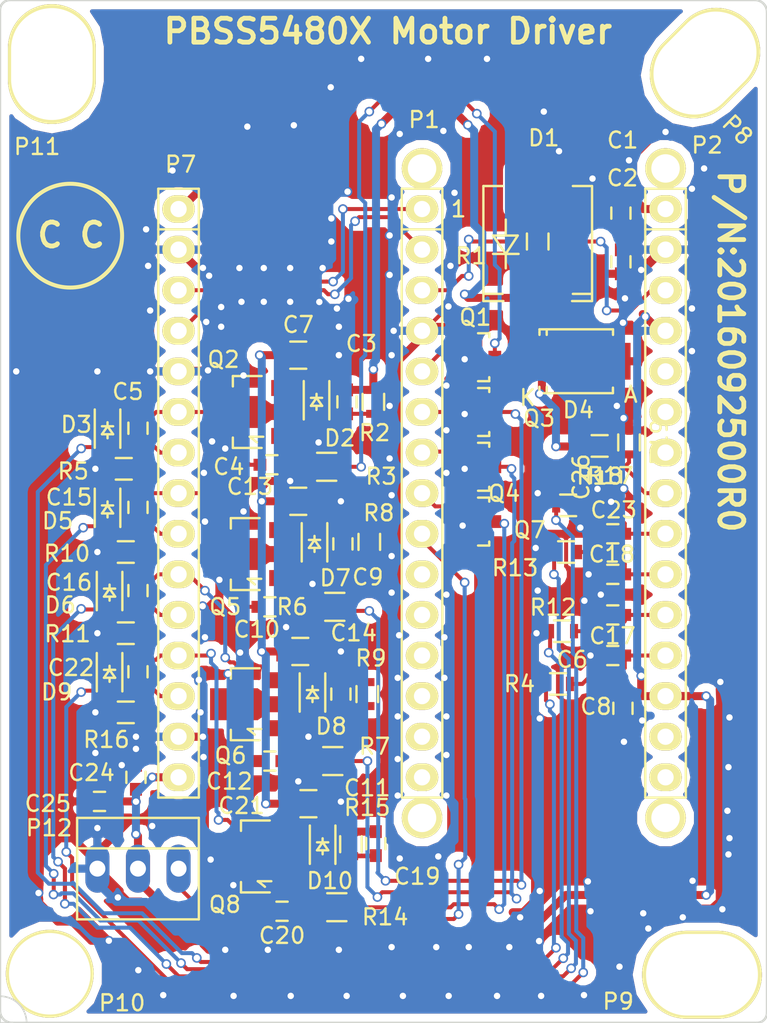
<source format=kicad_pcb>
(kicad_pcb (version 4) (host pcbnew 4.0.6)
  (title_block (date "jeu. 02 avril 2015"))
  (layers (0 F.Cu signal) (31 B.Cu signal) (34 B.Paste user hide) (35 F.Paste user hide) (36 B.SilkS user hide) (37 F.SilkS user hide) (38 B.Mask user hide) (39 F.Mask user hide) (44 Edge.Cuts user hide))
  (net 0 "")
  (net 1 /Reset)
  (net 2 /7)
  (net 3 /8)
  (net 4 "/9(**)")
  (net 5 "/10(**/SS)")
  (net 6 "/11(**/MISO)")
  (net 7 "/12(MOSI)")
  (net 8 /Vin)
  (net 9 +5V)
  (net 10 /A7)
  (net 11 /A6)
  (net 12 /A5)
  (net 13 "/13(SCK)")
  (net 14 "Net-(P3-Pad1)")
  (net 15 "Net-(P4-Pad1)")
  (net 16 "Net-(P5-Pad1)")
  (net 17 "Net-(P6-Pad1)")
  (net 18 "Net-(C1-Pad1)")
  (net 19 GNDREF)
  (net 20 "Net-(C3-Pad1)")
  (net 21 VEE)
  (net 22 /Motor1-V+)
  (net 23 /Motor1-V-)
  (net 24 /A0-Motor1_iout)
  (net 25 +3V3)
  (net 26 /2-PWM1)
  (net 27 /3-PWM2)
  (net 28 /4-PWM3)
  (net 29 /5-PWM4)
  (net 30 /A3-Motor4-iout)
  (net 31 /A2-Motor3-iout)
  (net 32 /A1-Motor2-iout)
  (net 33 "Net-(Q1-Pad3)")
  (net 34 "Net-(C10-Pad1)")
  (net 35 /Motor2-V+)
  (net 36 "Net-(C11-Pad1)")
  (net 37 /Motor3-V+)
  (net 38 /Motor2-V-)
  (net 39 /Motor3-V-)
  (net 40 "Net-(C19-Pad1)")
  (net 41 /Motor4-V+)
  (net 42 /Motor4-V-)
  (net 43 "Net-(P8-Pad1)")
  (net 44 "Net-(P9-Pad1)")
  (net 45 "Net-(P10-Pad1)")
  (net 46 "Net-(P11-Pad1)")
  (net 47 "Net-(Q3-Pad3)")
  (net 48 "Net-(Q4-Pad3)")
  (net 49 "Net-(Q7-Pad3)")
  (net 50 /6-ESC1)
  (net 51 /1-TX)
  (net 52 /0-RX)
  (net 53 /A4-Battery_V)
  (module Capacitors_SMD:C_0603 (layer F.Cu) (at 151.892 71.501 90)
    (fp_text reference C1 (at 4.56184 0.10668 180) (layer F.SilkS))
    (fp_text value 0.1uF)
    (pad 1 smd rect (at -0.75 0 90) (size 0.8 0.75) (layers F.Cu F.Paste F.Mask) (net 18 "Net-(C1-Pad1)"))
    (pad 2 smd rect (at 0.75 0 90) (size 0.8 0.75) (layers F.Cu F.Paste F.Mask) (net 8 /Vin))
  )
  (module Capacitors_SMD:C_0603 (layer F.Cu) (at 151.892 74.549 90)
    (fp_text reference C2 (at 5.24256 0.09652 180) (layer F.SilkS))
    (fp_text value 0.1uF)
    (pad 1 smd rect (at -0.75 0 90) (size 0.8 0.75) (layers F.Cu F.Paste F.Mask) (net 19 GNDREF))
    (pad 2 smd rect (at 0.75 0 90) (size 0.8 0.75) (layers F.Cu F.Paste F.Mask) (net 18 "Net-(C1-Pad1)"))
  )
  (module Capacitors_SMD:C_0603 (layer F.Cu) (at 134.747 83.312 90)
    (fp_text reference C3 (at 3.63728 0.89916 180) (layer F.SilkS))
    (fp_text value 0.01uF)
    (pad 1 smd rect (at -0.75 0 90) (size 0.8 0.75) (layers F.Cu F.Paste F.Mask) (net 20 "Net-(C3-Pad1)"))
    (pad 2 smd rect (at 0.75 0 90) (size 0.8 0.75) (layers F.Cu F.Paste F.Mask) (net 21 VEE))
  )
  (module Capacitors_SMD:C_0603 (layer F.Cu) (at 130.048 87.249 180)
    (fp_text reference C4 (at 2.70256 -0.127 180) (layer F.SilkS))
    (fp_text value 0.1uF)
    (pad 1 smd rect (at -0.75 0 180) (size 0.8 0.75) (layers F.Cu F.Paste F.Mask) (net 20 "Net-(C3-Pad1)"))
    (pad 2 smd rect (at 0.75 0 180) (size 0.8 0.75) (layers F.Cu F.Paste F.Mask) (net 22 /Motor1-V+))
  )
  (module Capacitors_SMD:C_0603 (layer F.Cu) (at 121.666 84.963 90)
    (fp_text reference C5 (at 2.286 -0.635 180) (layer F.SilkS))
    (fp_text value 0.1uF)
    (pad 1 smd rect (at -0.75 0 90) (size 0.8 0.75) (layers F.Cu F.Paste F.Mask) (net 23 /Motor1-V-))
    (pad 2 smd rect (at 0.75 0 90) (size 0.8 0.75) (layers F.Cu F.Paste F.Mask) (net 22 /Motor1-V+))
  )
  (module Capacitors_SMD:C_0603 (layer F.Cu) (at 151.384 99.187)
    (fp_text reference C6 (at -2.54 0.254) (layer F.SilkS))
    (fp_text value 0.1uF)
    (pad 1 smd rect (at -0.75 0) (size 0.8 0.75) (layers F.Cu F.Paste F.Mask) (net 19 GNDREF))
    (pad 2 smd rect (at 0.75 0) (size 0.8 0.75) (layers F.Cu F.Paste F.Mask) (net 24 /A0-Motor1_iout))
  )
  (module Capacitors_SMD:C_0805 (layer F.Cu) (at 131.699 80.391 180)
    (fp_text reference C7 (at 0 1.905 180) (layer F.SilkS))
    (fp_text value 10uF)
    (pad 1 smd rect (at -1 0 180) (size 1 1.25) (layers F.Cu F.Paste F.Mask) (net 19 GNDREF))
    (pad 2 smd rect (at 1 0 180) (size 1 1.25) (layers F.Cu F.Paste F.Mask) (net 21 VEE))
  )
  (module Capacitors_SMD:C_0603 (layer F.Cu) (at 152.019 102.489 90)
    (fp_text reference C8 (at 0.10668 -1.69164 180) (layer F.SilkS))
    (fp_text value 0.1uF)
    (pad 1 smd rect (at -0.75 0 90) (size 0.8 0.75) (layers F.Cu F.Paste F.Mask) (net 19 GNDREF))
    (pad 2 smd rect (at 0.75 0 90) (size 0.8 0.75) (layers F.Cu F.Paste F.Mask) (net 9 +5V))
  )
  (module Diodes_SMD:SMC_Standard (layer F.Cu) (at 146.685 73.406 90)
    (fp_text reference D1 (at 6.604 0.381 180) (layer F.SilkS))
    (fp_text value S5G)
    (pad 1 smd rect (at -3.40106 0 180) (size 3.29946 2.49936) (layers F.Cu F.Paste F.Mask) (net 21 VEE))
    (pad 2 smd rect (at 3.40106 0 180) (size 3.29946 2.49936) (layers F.Cu F.Paste F.Mask) (net 8 /Vin))
  )
  (module Diodes_SMD:SMB_Standard (layer F.Cu) (at 149.098 80.772)
    (fp_text reference D4 (at 0.127 3.048) (layer F.SilkS))
    (fp_text value SMBJ10A)
    (fp_text user K (at -3.048 2.286) (layer F.SilkS))
    (fp_text user A (at 3.40868 2.07772) (layer F.SilkS))
    (pad 1 smd rect (at -2.14884 0) (size 2.49936 2.30124) (layers F.Cu F.Paste F.Mask) (net 21 VEE))
    (pad 2 smd rect (at 2.14884 0) (size 2.49936 2.30124) (layers F.Cu F.Paste F.Mask) (net 19 GNDREF))
  )
  (module TO_SOT_Packages_SMD:SOT-23 (layer F.Cu) (at 143.002 80.518 270)
    (fp_text reference Q1 (at -2.4892 0.2286 360) (layer F.SilkS))
    (fp_text value DTC114E)
    (pad 1 smd rect (at -0.95 1.00076 270) (size 0.8001 0.8001) (layers F.Cu F.Paste F.Mask) (net 26 /2-PWM1))
    (pad 2 smd rect (at 0.95 1.00076 270) (size 0.8001 0.8001) (layers F.Cu F.Paste F.Mask) (net 19 GNDREF))
    (pad 3 smd rect (at 0 -0.99822 270) (size 0.8001 0.8001) (layers F.Cu F.Paste F.Mask) (net 33 "Net-(Q1-Pad3)"))
  )
  (module Resistors_SMD:R_0603 (layer F.Cu) (at 146.685 73.279 90)
    (fp_text reference R1 (at -0.90424 -4.17068 180) (layer F.SilkS))
    (fp_text value 0)
    (pad 1 smd rect (at -0.75 0 90) (size 0.5 0.9) (layers F.Cu F.Paste F.Mask) (net 21 VEE))
    (pad 2 smd rect (at 0.75 0 90) (size 0.5 0.9) (layers F.Cu F.Paste F.Mask) (net 8 /Vin))
  )
  (module Resistors_SMD:R_0603 (layer F.Cu) (at 136.398 83.312 270)
    (fp_text reference R2 (at 1.94056 -0.0762 360) (layer F.SilkS))
    (fp_text value 10k)
    (pad 1 smd rect (at -0.75 0 270) (size 0.5 0.9) (layers F.Cu F.Paste F.Mask) (net 21 VEE))
    (pad 2 smd rect (at 0.75 0 270) (size 0.5 0.9) (layers F.Cu F.Paste F.Mask) (net 20 "Net-(C3-Pad1)"))
  )
  (module Resistors_SMD:R_0805 (layer F.Cu) (at 133.477 87.376)
    (fp_text reference R3 (at 3.40868 0.59944) (layer F.SilkS))
    (fp_text value 680)
    (pad 1 smd rect (at -0.95 0) (size 0.7 1.3) (layers F.Cu F.Paste F.Mask) (net 20 "Net-(C3-Pad1)"))
    (pad 2 smd rect (at 0.95 0) (size 0.7 1.3) (layers F.Cu F.Paste F.Mask) (net 33 "Net-(Q1-Pad3)"))
  )
  (module Resistors_SMD:R_0603 (layer F.Cu) (at 147.955 100.965 180)
    (fp_text reference R4 (at 2.413 0 180) (layer F.SilkS))
    (fp_text value 47k)
    (pad 1 smd rect (at -0.75 0 180) (size 0.5 0.9) (layers F.Cu F.Paste F.Mask) (net 24 /A0-Motor1_iout))
    (pad 2 smd rect (at 0.75 0 180) (size 0.5 0.9) (layers F.Cu F.Paste F.Mask) (net 23 /Motor1-V-))
  )
  (module Resistors_SMD:R_0603 (layer F.Cu) (at 120.777 87.503 180)
    (fp_text reference R5 (at 3.16484 -0.1524 360) (layer F.SilkS))
    (fp_text value 0.01)
    (pad 1 smd rect (at -0.75 0 180) (size 0.5 0.9) (layers F.Cu F.Paste F.Mask) (net 23 /Motor1-V-))
    (pad 2 smd rect (at 0.75 0 180) (size 0.5 0.9) (layers F.Cu F.Paste F.Mask) (net 19 GNDREF))
  )
  (module TO_SOT_Packages_SMD:SOT89-3_Housing (layer F.Cu) (at 128.905 83.947 90)
    (fp_text reference Q2 (at 3.28168 -1.88976 180) (layer F.SilkS))
    (fp_text value PBSS5480X)
    (pad 1 smd rect (at -1.50114 1.85166 90) (size 1.00076 1.50114) (layers F.Cu F.Paste F.Mask) (net 20 "Net-(C3-Pad1)"))
    (pad 2 smd rect (at 0 1.85166 90) (size 1.00076 1.50114) (layers F.Cu F.Paste F.Mask) (net 22 /Motor1-V+))
    (pad 3 smd rect (at 1.50114 1.85166 90) (size 1.00076 1.50114) (layers F.Cu F.Paste F.Mask) (net 21 VEE))
    (pad 2 smd rect (at 0 -1.09982 90) (size 1.99898 2.99974) (layers F.Cu F.Paste F.Mask) (net 22 /Motor1-V+))
    (pad 2 smd trapezoid (at 0 0.7493 270) (size 1.50114 0.7493) (rect_delta 0 0.50038) (layers F.Cu F.Paste F.Mask) (net 22 /Motor1-V+))
  )
  (module Capacitors_SMD:C_0603 (layer F.Cu) (at 134.493 92.202 90)
    (fp_text reference C9 (at -2.07772 1.55956 180) (layer F.SilkS))
    (fp_text value 0.01uF)
    (pad 1 smd rect (at -0.75 0 90) (size 0.8 0.75) (layers F.Cu F.Paste F.Mask) (net 34 "Net-(C10-Pad1)"))
    (pad 2 smd rect (at 0.75 0 90) (size 0.8 0.75) (layers F.Cu F.Paste F.Mask) (net 21 VEE))
  )
  (module Capacitors_SMD:C_0603 (layer F.Cu) (at 129.921 96.139 180)
    (fp_text reference C10 (at 0.8128 -1.41224 180) (layer F.SilkS))
    (fp_text value 0.1uF)
    (pad 1 smd rect (at -0.75 0 180) (size 0.8 0.75) (layers F.Cu F.Paste F.Mask) (net 34 "Net-(C10-Pad1)"))
    (pad 2 smd rect (at 0.75 0 180) (size 0.8 0.75) (layers F.Cu F.Paste F.Mask) (net 35 /Motor2-V+))
  )
  (module Capacitors_SMD:C_0603 (layer F.Cu) (at 134.366 101.6 90)
    (fp_text reference C11 (at -5.87756 1.64592 180) (layer F.SilkS))
    (fp_text value 0.01uF)
    (pad 1 smd rect (at -0.75 0 90) (size 0.8 0.75) (layers F.Cu F.Paste F.Mask) (net 36 "Net-(C11-Pad1)"))
    (pad 2 smd rect (at 0.75 0 90) (size 0.8 0.75) (layers F.Cu F.Paste F.Mask) (net 21 VEE))
  )
  (module Capacitors_SMD:C_0603 (layer F.Cu) (at 129.921 105.791 180)
    (fp_text reference C12 (at 2.54 -1.27 180) (layer F.SilkS))
    (fp_text value 0.1uF)
    (pad 1 smd rect (at -0.75 0 180) (size 0.8 0.75) (layers F.Cu F.Paste F.Mask) (net 36 "Net-(C11-Pad1)"))
    (pad 2 smd rect (at 0.75 0 180) (size 0.8 0.75) (layers F.Cu F.Paste F.Mask) (net 37 /Motor3-V+))
  )
  (module Capacitors_SMD:C_0805 (layer F.Cu) (at 131.699 89.535 180)
    (fp_text reference C13 (at 3.02768 0.91948 180) (layer F.SilkS))
    (fp_text value 10uF)
    (pad 1 smd rect (at -1 0 180) (size 1 1.25) (layers F.Cu F.Paste F.Mask) (net 19 GNDREF))
    (pad 2 smd rect (at 1 0 180) (size 1 1.25) (layers F.Cu F.Paste F.Mask) (net 21 VEE))
  )
  (module Capacitors_SMD:C_0805 (layer F.Cu) (at 131.826 98.933 180)
    (fp_text reference C14 (at -3.33756 1.15316 180) (layer F.SilkS))
    (fp_text value 10uF)
    (pad 1 smd rect (at -1 0 180) (size 1 1.25) (layers F.Cu F.Paste F.Mask) (net 19 GNDREF))
    (pad 2 smd rect (at 1 0 180) (size 1 1.25) (layers F.Cu F.Paste F.Mask) (net 21 VEE))
  )
  (module Capacitors_SMD:C_0603 (layer F.Cu) (at 121.666 89.916 90)
    (fp_text reference C15 (at 0.635 -4.318 180) (layer F.SilkS))
    (fp_text value 0.1uF)
    (pad 1 smd rect (at -0.75 0 90) (size 0.8 0.75) (layers F.Cu F.Paste F.Mask) (net 38 /Motor2-V-))
    (pad 2 smd rect (at 0.75 0 90) (size 0.8 0.75) (layers F.Cu F.Paste F.Mask) (net 35 /Motor2-V+))
  )
  (module Capacitors_SMD:C_0603 (layer F.Cu) (at 121.666 95.123 90)
    (fp_text reference C16 (at 0.508 -4.318 180) (layer F.SilkS))
    (fp_text value 0.1uF)
    (pad 1 smd rect (at -0.75 0 90) (size 0.8 0.75) (layers F.Cu F.Paste F.Mask) (net 39 /Motor3-V-))
    (pad 2 smd rect (at 0.75 0 90) (size 0.8 0.75) (layers F.Cu F.Paste F.Mask) (net 37 /Motor3-V+))
  )
  (module Capacitors_SMD:C_0603 (layer F.Cu) (at 151.384 96.647)
    (fp_text reference C17 (at -0.02032 1.31572) (layer F.SilkS))
    (fp_text value 0.1uF)
    (pad 1 smd rect (at -0.75 0) (size 0.8 0.75) (layers F.Cu F.Paste F.Mask) (net 19 GNDREF))
    (pad 2 smd rect (at 0.75 0) (size 0.8 0.75) (layers F.Cu F.Paste F.Mask) (net 32 /A1-Motor2-iout))
  )
  (module Capacitors_SMD:C_0603 (layer F.Cu) (at 151.384 94.107)
    (fp_text reference C18 (at -0.05588 -1.25476) (layer F.SilkS))
    (fp_text value 0.1uF)
    (pad 1 smd rect (at -0.75 0) (size 0.8 0.75) (layers F.Cu F.Paste F.Mask) (net 19 GNDREF))
    (pad 2 smd rect (at 0.75 0) (size 0.8 0.75) (layers F.Cu F.Paste F.Mask) (net 31 /A2-Motor3-iout))
  )
  (module Capacitors_SMD:C_0603 (layer F.Cu) (at 136.5504 110.95736 90)
    (fp_text reference C19 (at -2.05232 2.59588 180) (layer F.SilkS))
    (fp_text value 0.01uF)
    (pad 1 smd rect (at -0.75 0 90) (size 0.8 0.75) (layers F.Cu F.Paste F.Mask) (net 40 "Net-(C19-Pad1)"))
    (pad 2 smd rect (at 0.75 0 90) (size 0.8 0.75) (layers F.Cu F.Paste F.Mask) (net 21 VEE))
  )
  (module Capacitors_SMD:C_0603 (layer F.Cu) (at 130.683 115.189 180)
    (fp_text reference C20 (at 0 -1.524 180) (layer F.SilkS))
    (fp_text value 0.1uF)
    (pad 1 smd rect (at -0.75 0 180) (size 0.8 0.75) (layers F.Cu F.Paste F.Mask) (net 40 "Net-(C19-Pad1)"))
    (pad 2 smd rect (at 0.75 0 180) (size 0.8 0.75) (layers F.Cu F.Paste F.Mask) (net 41 /Motor4-V+))
  )
  (module Capacitors_SMD:C_0805 (layer F.Cu) (at 132.334 108.458 180)
    (fp_text reference C21 (at 4.191 -0.127 180) (layer F.SilkS))
    (fp_text value 10uF)
    (pad 1 smd rect (at -1 0 180) (size 1 1.25) (layers F.Cu F.Paste F.Mask) (net 19 GNDREF))
    (pad 2 smd rect (at 1 0 180) (size 1 1.25) (layers F.Cu F.Paste F.Mask) (net 21 VEE))
  )
  (module Capacitors_SMD:C_0603 (layer F.Cu) (at 121.666 100.203 90)
    (fp_text reference C22 (at 0.254 -4.191 180) (layer F.SilkS))
    (fp_text value 0.1uF)
    (pad 1 smd rect (at -0.75 0 90) (size 0.8 0.75) (layers F.Cu F.Paste F.Mask) (net 42 /Motor4-V-))
    (pad 2 smd rect (at 0.75 0 90) (size 0.8 0.75) (layers F.Cu F.Paste F.Mask) (net 41 /Motor4-V+))
  )
  (module Capacitors_SMD:C_0603 (layer F.Cu) (at 151.384 91.567)
    (fp_text reference C23 (at 0.05588 -1.48336) (layer F.SilkS))
    (fp_text value 0.1uF)
    (pad 1 smd rect (at -0.75 0) (size 0.8 0.75) (layers F.Cu F.Paste F.Mask) (net 19 GNDREF))
    (pad 2 smd rect (at 0.75 0) (size 0.8 0.75) (layers F.Cu F.Paste F.Mask) (net 30 /A3-Motor4-iout))
  )
  (module Capacitors_SMD:C_0603 (layer F.Cu) (at 121.539 106.807 270)
    (fp_text reference C24 (at -0.28448 2.78384 360) (layer F.SilkS))
    (fp_text value 0.1uF)
    (pad 1 smd rect (at -0.75 0 270) (size 0.8 0.75) (layers F.Cu F.Paste F.Mask) (net 19 GNDREF))
    (pad 2 smd rect (at 0.75 0 270) (size 0.8 0.75) (layers F.Cu F.Paste F.Mask) (net 9 +5V))
  )
  (module Connect:Socket_Strip_Arduino_1x15 (layer F.Cu) (at 124.206 71.247 270)
    (fp_text reference P7 (at -2.794 -0.127 360) (layer F.SilkS))
    (fp_text value Shield_Connector)
    (pad 1 thru_hole oval (at 0 0 270) (size 1.7272 2.032) (drill 1.016) (layers *.Cu *.Mask F.SilkS) (net 8 /Vin))
    (pad 2 thru_hole oval (at 2.54 0 270) (size 1.7272 2.032) (drill 1.016) (layers *.Cu *.Mask F.SilkS) (net 19 GNDREF))
    (pad 3 thru_hole oval (at 5.08 0 270) (size 1.7272 2.032) (drill 1.016) (layers *.Cu *.Mask F.SilkS) (net 51 /1-TX))
    (pad 4 thru_hole oval (at 7.62 0 270) (size 1.7272 2.032) (drill 1.016) (layers *.Cu *.Mask F.SilkS) (net 52 /0-RX))
    (pad 5 thru_hole oval (at 10.16 0 270) (size 1.7272 2.032) (drill 1.016) (layers *.Cu *.Mask F.SilkS) (net 19 GNDREF))
    (pad 6 thru_hole oval (at 12.7 0 270) (size 1.7272 2.032) (drill 1.016) (layers *.Cu *.Mask F.SilkS) (net 22 /Motor1-V+))
    (pad 7 thru_hole oval (at 15.24 0 270) (size 1.7272 2.032) (drill 1.016) (layers *.Cu *.Mask F.SilkS) (net 23 /Motor1-V-))
    (pad 8 thru_hole oval (at 17.78 0 270) (size 1.7272 2.032) (drill 1.016) (layers *.Cu *.Mask F.SilkS) (net 35 /Motor2-V+))
    (pad 9 thru_hole oval (at 20.32 0 270) (size 1.7272 2.032) (drill 1.016) (layers *.Cu *.Mask F.SilkS) (net 38 /Motor2-V-))
    (pad 10 thru_hole oval (at 22.86 0 270) (size 1.7272 2.032) (drill 1.016) (layers *.Cu *.Mask F.SilkS) (net 37 /Motor3-V+))
    (pad 11 thru_hole oval (at 25.4 0 270) (size 1.7272 2.032) (drill 1.016) (layers *.Cu *.Mask F.SilkS) (net 39 /Motor3-V-))
    (pad 12 thru_hole oval (at 27.94 0 270) (size 1.7272 2.032) (drill 1.016) (layers *.Cu *.Mask F.SilkS) (net 41 /Motor4-V+))
    (pad 13 thru_hole oval (at 30.48 0 270) (size 1.7272 2.032) (drill 1.016) (layers *.Cu *.Mask F.SilkS) (net 42 /Motor4-V-))
    (pad 14 thru_hole oval (at 33.02 0 270) (size 1.7272 2.032) (drill 1.016) (layers *.Cu *.Mask F.SilkS) (net 19 GNDREF))
    (pad 15 thru_hole oval (at 35.56 0 270) (size 1.7272 2.032) (drill 1.016) (layers *.Cu *.Mask F.SilkS) (net 9 +5V))
  )
  (module TO_SOT_Packages_SMD:SOT-23 (layer F.Cu) (at 143.002 83.947 270)
    (fp_text reference Q3 (at 0.40132 -3.76936 360) (layer F.SilkS))
    (fp_text value DTC114E)
    (pad 1 smd rect (at -0.95 1.00076 270) (size 0.8001 0.8001) (layers F.Cu F.Paste F.Mask) (net 27 /3-PWM2))
    (pad 2 smd rect (at 0.95 1.00076 270) (size 0.8001 0.8001) (layers F.Cu F.Paste F.Mask) (net 19 GNDREF))
    (pad 3 smd rect (at 0 -0.99822 270) (size 0.8001 0.8001) (layers F.Cu F.Paste F.Mask) (net 47 "Net-(Q3-Pad3)"))
  )
  (module TO_SOT_Packages_SMD:SOT-23 (layer F.Cu) (at 143.002 87.376 270)
    (fp_text reference Q4 (at 1.67132 -1.58496 360) (layer F.SilkS))
    (fp_text value DTC114E)
    (pad 1 smd rect (at -0.95 1.00076 270) (size 0.8001 0.8001) (layers F.Cu F.Paste F.Mask) (net 28 /4-PWM3))
    (pad 2 smd rect (at 0.95 1.00076 270) (size 0.8001 0.8001) (layers F.Cu F.Paste F.Mask) (net 19 GNDREF))
    (pad 3 smd rect (at 0 -0.99822 270) (size 0.8001 0.8001) (layers F.Cu F.Paste F.Mask) (net 48 "Net-(Q4-Pad3)"))
  )
  (module TO_SOT_Packages_SMD:SOT89-3_Housing (layer F.Cu) (at 128.778 92.837 90)
    (fp_text reference Q5 (at -3.302 -1.651 180) (layer F.SilkS))
    (fp_text value PBSS5480X)
    (pad 1 smd rect (at -1.50114 1.85166 90) (size 1.00076 1.50114) (layers F.Cu F.Paste F.Mask) (net 34 "Net-(C10-Pad1)"))
    (pad 2 smd rect (at 0 1.85166 90) (size 1.00076 1.50114) (layers F.Cu F.Paste F.Mask) (net 35 /Motor2-V+))
    (pad 3 smd rect (at 1.50114 1.85166 90) (size 1.00076 1.50114) (layers F.Cu F.Paste F.Mask) (net 21 VEE))
    (pad 2 smd rect (at 0 -1.09982 90) (size 1.99898 2.99974) (layers F.Cu F.Paste F.Mask) (net 35 /Motor2-V+))
    (pad 2 smd trapezoid (at 0 0.7493 270) (size 1.50114 0.7493) (rect_delta 0 0.50038) (layers F.Cu F.Paste F.Mask) (net 35 /Motor2-V+))
  )
  (module TO_SOT_Packages_SMD:SOT89-3_Housing (layer F.Cu) (at 128.778 102.235 90)
    (fp_text reference Q6 (at -3.21056 -1.31572 180) (layer F.SilkS))
    (fp_text value PBSS5480X)
    (pad 1 smd rect (at -1.50114 1.85166 90) (size 1.00076 1.50114) (layers F.Cu F.Paste F.Mask) (net 36 "Net-(C11-Pad1)"))
    (pad 2 smd rect (at 0 1.85166 90) (size 1.00076 1.50114) (layers F.Cu F.Paste F.Mask) (net 37 /Motor3-V+))
    (pad 3 smd rect (at 1.50114 1.85166 90) (size 1.00076 1.50114) (layers F.Cu F.Paste F.Mask) (net 21 VEE))
    (pad 2 smd rect (at 0 -1.09982 90) (size 1.99898 2.99974) (layers F.Cu F.Paste F.Mask) (net 37 /Motor3-V+))
    (pad 2 smd trapezoid (at 0 0.7493 270) (size 1.50114 0.7493) (rect_delta 0 0.50038) (layers F.Cu F.Paste F.Mask) (net 37 /Motor3-V+))
  )
  (module TO_SOT_Packages_SMD:SOT-23 (layer F.Cu) (at 143.002 90.805 270)
    (fp_text reference Q7 (at 0.52324 -3.18008 360) (layer F.SilkS))
    (fp_text value DTC114E)
    (pad 1 smd rect (at -0.95 1.00076 270) (size 0.8001 0.8001) (layers F.Cu F.Paste F.Mask) (net 29 /5-PWM4))
    (pad 2 smd rect (at 0.95 1.00076 270) (size 0.8001 0.8001) (layers F.Cu F.Paste F.Mask) (net 19 GNDREF))
    (pad 3 smd rect (at 0 -0.99822 270) (size 0.8001 0.8001) (layers F.Cu F.Paste F.Mask) (net 49 "Net-(Q7-Pad3)"))
  )
  (module TO_SOT_Packages_SMD:SOT89-3_Housing (layer F.Cu) (at 129.413 111.76 90)
    (fp_text reference Q8 (at -3.01244 -2.3114 180) (layer F.SilkS))
    (fp_text value PBSS5480X)
    (pad 1 smd rect (at -1.50114 1.85166 90) (size 1.00076 1.50114) (layers F.Cu F.Paste F.Mask) (net 40 "Net-(C19-Pad1)"))
    (pad 2 smd rect (at 0 1.85166 90) (size 1.00076 1.50114) (layers F.Cu F.Paste F.Mask) (net 41 /Motor4-V+))
    (pad 3 smd rect (at 1.50114 1.85166 90) (size 1.00076 1.50114) (layers F.Cu F.Paste F.Mask) (net 21 VEE))
    (pad 2 smd rect (at 0 -1.09982 90) (size 1.99898 2.99974) (layers F.Cu F.Paste F.Mask) (net 41 /Motor4-V+))
    (pad 2 smd trapezoid (at 0 0.7493 270) (size 1.50114 0.7493) (rect_delta 0 0.50038) (layers F.Cu F.Paste F.Mask) (net 41 /Motor4-V+))
  )
  (module Resistors_SMD:R_0805 (layer F.Cu) (at 133.985 96.139)
    (fp_text reference R6 (at -2.667 0) (layer F.SilkS))
    (fp_text value 680)
    (pad 1 smd rect (at -0.95 0) (size 0.7 1.3) (layers F.Cu F.Paste F.Mask) (net 34 "Net-(C10-Pad1)"))
    (pad 2 smd rect (at 0.95 0) (size 0.7 1.3) (layers F.Cu F.Paste F.Mask) (net 47 "Net-(Q3-Pad3)"))
  )
  (module Resistors_SMD:R_0805 (layer F.Cu) (at 133.858 105.791)
    (fp_text reference R7 (at 2.6162 -0.9144) (layer F.SilkS))
    (fp_text value 680)
    (pad 1 smd rect (at -0.95 0) (size 0.7 1.3) (layers F.Cu F.Paste F.Mask) (net 36 "Net-(C11-Pad1)"))
    (pad 2 smd rect (at 0.95 0) (size 0.7 1.3) (layers F.Cu F.Paste F.Mask) (net 48 "Net-(Q4-Pad3)"))
  )
  (module Resistors_SMD:R_0603 (layer F.Cu) (at 136.144 92.075 270)
    (fp_text reference R8 (at -1.80848 -0.59436 360) (layer F.SilkS))
    (fp_text value 10k)
    (pad 1 smd rect (at -0.75 0 270) (size 0.5 0.9) (layers F.Cu F.Paste F.Mask) (net 21 VEE))
    (pad 2 smd rect (at 0.75 0 270) (size 0.5 0.9) (layers F.Cu F.Paste F.Mask) (net 34 "Net-(C10-Pad1)"))
  )
  (module Resistors_SMD:R_0603 (layer F.Cu) (at 136.017 101.6 270)
    (fp_text reference R9 (at -2.24536 -0.2286 360) (layer F.SilkS))
    (fp_text value 10k)
    (pad 1 smd rect (at -0.75 0 270) (size 0.5 0.9) (layers F.Cu F.Paste F.Mask) (net 21 VEE))
    (pad 2 smd rect (at 0.75 0 270) (size 0.5 0.9) (layers F.Cu F.Paste F.Mask) (net 36 "Net-(C11-Pad1)"))
  )
  (module Resistors_SMD:R_0603 (layer F.Cu) (at 120.904 92.71 180)
    (fp_text reference R10 (at 3.683 -0.09144 180) (layer F.SilkS))
    (fp_text value 0.01)
    (pad 1 smd rect (at -0.75 0 180) (size 0.5 0.9) (layers F.Cu F.Paste F.Mask) (net 38 /Motor2-V-))
    (pad 2 smd rect (at 0.75 0 180) (size 0.5 0.9) (layers F.Cu F.Paste F.Mask) (net 19 GNDREF))
  )
  (module Resistors_SMD:R_0603 (layer F.Cu) (at 120.904 97.79 180)
    (fp_text reference R11 (at 3.64744 -0.04572 180) (layer F.SilkS))
    (fp_text value 0.01)
    (pad 1 smd rect (at -0.75 0 180) (size 0.5 0.9) (layers F.Cu F.Paste F.Mask) (net 39 /Motor3-V-))
    (pad 2 smd rect (at 0.75 0 180) (size 0.5 0.9) (layers F.Cu F.Paste F.Mask) (net 19 GNDREF))
  )
  (module Resistors_SMD:R_0603 (layer F.Cu) (at 148.209 97.663 180)
    (fp_text reference R12 (at 0.56896 1.48844 180) (layer F.SilkS))
    (fp_text value 47k)
    (pad 1 smd rect (at -0.75 0 180) (size 0.5 0.9) (layers F.Cu F.Paste F.Mask) (net 32 /A1-Motor2-iout))
    (pad 2 smd rect (at 0.75 0 180) (size 0.5 0.9) (layers F.Cu F.Paste F.Mask) (net 38 /Motor2-V-))
  )
  (module Resistors_SMD:R_0603 (layer F.Cu) (at 148.463 92.71 180)
    (fp_text reference R13 (at 3.19532 -0.99568 180) (layer F.SilkS))
    (fp_text value 47k)
    (pad 1 smd rect (at -0.75 0 180) (size 0.5 0.9) (layers F.Cu F.Paste F.Mask) (net 31 /A2-Motor3-iout))
    (pad 2 smd rect (at 0.75 0 180) (size 0.5 0.9) (layers F.Cu F.Paste F.Mask) (net 39 /Motor3-V-))
  )
  (module Resistors_SMD:R_0805 (layer F.Cu) (at 134.112 114.935)
    (fp_text reference R14 (at 3.0226 0.61468) (layer F.SilkS))
    (fp_text value 680)
    (pad 1 smd rect (at -0.95 0) (size 0.7 1.3) (layers F.Cu F.Paste F.Mask) (net 40 "Net-(C19-Pad1)"))
    (pad 2 smd rect (at 0.95 0) (size 0.7 1.3) (layers F.Cu F.Paste F.Mask) (net 49 "Net-(Q7-Pad3)"))
  )
  (module Resistors_SMD:R_0603 (layer F.Cu) (at 134.99592 110.99292 270)
    (fp_text reference R15 (at -2.286 -1.016 360) (layer F.SilkS))
    (fp_text value 10k)
    (pad 1 smd rect (at -0.75 0 270) (size 0.5 0.9) (layers F.Cu F.Paste F.Mask) (net 21 VEE))
    (pad 2 smd rect (at 0.75 0 270) (size 0.5 0.9) (layers F.Cu F.Paste F.Mask) (net 40 "Net-(C19-Pad1)"))
  )
  (module Resistors_SMD:R_0603 (layer F.Cu) (at 120.904 102.743 180)
    (fp_text reference R16 (at 1.21412 -1.70688 180) (layer F.SilkS))
    (fp_text value 0.01)
    (pad 1 smd rect (at -0.75 0 180) (size 0.5 0.9) (layers F.Cu F.Paste F.Mask) (net 42 /Motor4-V-))
    (pad 2 smd rect (at 0.75 0 180) (size 0.5 0.9) (layers F.Cu F.Paste F.Mask) (net 19 GNDREF))
  )
  (module Resistors_SMD:R_0603 (layer F.Cu) (at 148.59 89.789 180)
    (fp_text reference R17 (at -2.63652 1.84912 180) (layer F.SilkS))
    (fp_text value 47k)
    (pad 1 smd rect (at -0.75 0 180) (size 0.5 0.9) (layers F.Cu F.Paste F.Mask) (net 30 /A3-Motor4-iout))
    (pad 2 smd rect (at 0.75 0 180) (size 0.5 0.9) (layers F.Cu F.Paste F.Mask) (net 42 /Motor4-V-))
  )
  (module Capacitors_SMD:C_0603 (layer F.Cu) (at 119.25808 108.31576)
    (fp_text reference C25 (at -3.23088 0.13716) (layer F.SilkS))
    (fp_text value 0.1uF)
    (pad 1 smd rect (at -0.75 0) (size 0.8 0.75) (layers F.Cu F.Paste F.Mask) (net 19 GNDREF))
    (pad 2 smd rect (at 0.75 0) (size 0.8 0.75) (layers F.Cu F.Paste F.Mask) (net 9 +5V))
  )
  (module Diodes_SMD:SOD-323 (layer F.Cu) (at 132.842 83.312 270)
    (fp_text reference D2 (at 2.27076 -1.45796 360) (layer F.SilkS))
    (fp_text value BAS316)
    (pad 1 smd rect (at -1.055 0 270) (size 0.59 0.45) (layers F.Cu F.Paste F.Mask) (net 21 VEE))
    (pad 2 smd rect (at 1.055 0 270) (size 0.59 0.45) (layers F.Cu F.Paste F.Mask) (net 22 /Motor1-V+))
  )
  (module Diodes_SMD:SOD-323 (layer F.Cu) (at 119.761 85.09 270)
    (fp_text reference D3 (at -0.3556 1.9558 360) (layer F.SilkS))
    (fp_text value BAS316)
    (pad 1 smd rect (at -1.055 0 270) (size 0.59 0.45) (layers F.Cu F.Paste F.Mask) (net 22 /Motor1-V+))
    (pad 2 smd rect (at 1.055 0 270) (size 0.59 0.45) (layers F.Cu F.Paste F.Mask) (net 23 /Motor1-V-))
  )
  (module Diodes_SMD:SOD-323 (layer F.Cu) (at 119.761 90.043 270)
    (fp_text reference D5 (at 0.72136 3.1242 360) (layer F.SilkS))
    (fp_text value BAS316)
    (pad 1 smd rect (at -1.055 0 270) (size 0.59 0.45) (layers F.Cu F.Paste F.Mask) (net 35 /Motor2-V+))
    (pad 2 smd rect (at 1.055 0 270) (size 0.59 0.45) (layers F.Cu F.Paste F.Mask) (net 38 /Motor2-V-))
  )
  (module Diodes_SMD:SOD-323 (layer F.Cu) (at 119.888 95.25 270)
    (fp_text reference D6 (at 0.78232 3.08864 360) (layer F.SilkS))
    (fp_text value BAS316)
    (pad 1 smd rect (at -1.055 0 270) (size 0.59 0.45) (layers F.Cu F.Paste F.Mask) (net 37 /Motor3-V+))
    (pad 2 smd rect (at 1.055 0 270) (size 0.59 0.45) (layers F.Cu F.Paste F.Mask) (net 39 /Motor3-V-))
  )
  (module Diodes_SMD:SOD-323 (layer F.Cu) (at 132.715 92.202 270)
    (fp_text reference D7 (at 2.1336 -1.30048 360) (layer F.SilkS))
    (fp_text value BAS316)
    (pad 1 smd rect (at -1.055 0 270) (size 0.59 0.45) (layers F.Cu F.Paste F.Mask) (net 21 VEE))
    (pad 2 smd rect (at 1.055 0 270) (size 0.59 0.45) (layers F.Cu F.Paste F.Mask) (net 35 /Motor2-V+))
  )
  (module Diodes_SMD:SOD-323 (layer F.Cu) (at 132.588 101.6 270)
    (fp_text reference D8 (at 2.01676 -1.1684 360) (layer F.SilkS))
    (fp_text value BAS316)
    (pad 1 smd rect (at -1.055 0 270) (size 0.59 0.45) (layers F.Cu F.Paste F.Mask) (net 21 VEE))
    (pad 2 smd rect (at 1.055 0 270) (size 0.59 0.45) (layers F.Cu F.Paste F.Mask) (net 37 /Motor3-V+))
  )
  (module Diodes_SMD:SOD-323 (layer F.Cu) (at 119.888 100.33 270)
    (fp_text reference D9 (at 1.143 3.30708 360) (layer F.SilkS))
    (fp_text value BAS316)
    (pad 1 smd rect (at -1.055 0 270) (size 0.59 0.45) (layers F.Cu F.Paste F.Mask) (net 41 /Motor4-V+))
    (pad 2 smd rect (at 1.055 0 270) (size 0.59 0.45) (layers F.Cu F.Paste F.Mask) (net 42 /Motor4-V-))
  )
  (module Diodes_SMD:SOD-323 (layer F.Cu) (at 133.223 111.125 270)
    (fp_text reference D10 (at 2.159 -0.45212 540) (layer F.SilkS))
    (fp_text value BAS316)
    (pad 1 smd rect (at -1.055 0 270) (size 0.59 0.45) (layers F.Cu F.Paste F.Mask) (net 21 VEE))
    (pad 2 smd rect (at 1.055 0 270) (size 0.59 0.45) (layers F.Cu F.Paste F.Mask) (net 41 /Motor4-V+))
  )
  (module Connect:Socket_Strip_Arduino_1x15 (layer F.Cu) (at 139.446 71.247 270)
    (fp_text reference P1 (at -5.588 -0.127 360) (layer F.SilkS))
    (fp_text value Digital)
    (pad 1 thru_hole oval (at 0 0 270) (size 1.7272 2.032) (drill 1.016) (layers *.Cu *.Mask F.SilkS) (net 51 /1-TX))
    (pad 2 thru_hole oval (at 2.54 0 270) (size 1.7272 2.032) (drill 1.016) (layers *.Cu *.Mask F.SilkS) (net 52 /0-RX))
    (pad 3 thru_hole oval (at 5.08 0 270) (size 1.7272 2.032) (drill 1.016) (layers *.Cu *.Mask F.SilkS) (net 1 /Reset))
    (pad 4 thru_hole oval (at 7.62 0 270) (size 1.7272 2.032) (drill 1.016) (layers *.Cu *.Mask F.SilkS) (net 19 GNDREF))
    (pad 5 thru_hole oval (at 10.16 0 270) (size 1.7272 2.032) (drill 1.016) (layers *.Cu *.Mask F.SilkS) (net 26 /2-PWM1))
    (pad 6 thru_hole oval (at 12.7 0 270) (size 1.7272 2.032) (drill 1.016) (layers *.Cu *.Mask F.SilkS) (net 27 /3-PWM2))
    (pad 7 thru_hole oval (at 15.24 0 270) (size 1.7272 2.032) (drill 1.016) (layers *.Cu *.Mask F.SilkS) (net 28 /4-PWM3))
    (pad 8 thru_hole oval (at 17.78 0 270) (size 1.7272 2.032) (drill 1.016) (layers *.Cu *.Mask F.SilkS) (net 29 /5-PWM4))
    (pad 9 thru_hole oval (at 20.32 0 270) (size 1.7272 2.032) (drill 1.016) (layers *.Cu *.Mask F.SilkS) (net 50 /6-ESC1))
    (pad 10 thru_hole oval (at 22.86 0 270) (size 1.7272 2.032) (drill 1.016) (layers *.Cu *.Mask F.SilkS) (net 2 /7))
    (pad 11 thru_hole oval (at 25.4 0 270) (size 1.7272 2.032) (drill 1.016) (layers *.Cu *.Mask F.SilkS) (net 3 /8))
    (pad 12 thru_hole oval (at 27.94 0 270) (size 1.7272 2.032) (drill 1.016) (layers *.Cu *.Mask F.SilkS) (net 4 "/9(**)"))
    (pad 13 thru_hole oval (at 30.48 0 270) (size 1.7272 2.032) (drill 1.016) (layers *.Cu *.Mask F.SilkS) (net 5 "/10(**/SS)"))
    (pad 14 thru_hole oval (at 33.02 0 270) (size 1.7272 2.032) (drill 1.016) (layers *.Cu *.Mask F.SilkS) (net 6 "/11(**/MISO)"))
    (pad 15 thru_hole oval (at 35.56 0 270) (size 1.7272 2.032) (drill 1.016) (layers *.Cu *.Mask F.SilkS) (net 7 "/12(MOSI)"))
  )
  (module Connect:Socket_Strip_Arduino_1x15 (layer F.Cu) (at 154.686 71.247 270)
    (fp_text reference P2 (at -3.99288 -2.60096 360) (layer F.SilkS))
    (fp_text value Analog)
    (pad 1 thru_hole oval (at 0 0 270) (size 1.7272 2.032) (drill 1.016) (layers *.Cu *.Mask F.SilkS) (net 8 /Vin))
    (pad 2 thru_hole oval (at 2.54 0 270) (size 1.7272 2.032) (drill 1.016) (layers *.Cu *.Mask F.SilkS) (net 19 GNDREF))
    (pad 3 thru_hole oval (at 5.08 0 270) (size 1.7272 2.032) (drill 1.016) (layers *.Cu *.Mask F.SilkS) (net 1 /Reset))
    (pad 4 thru_hole oval (at 7.62 0 270) (size 1.7272 2.032) (drill 1.016) (layers *.Cu *.Mask F.SilkS) (net 9 +5V))
    (pad 5 thru_hole oval (at 10.16 0 270) (size 1.7272 2.032) (drill 1.016) (layers *.Cu *.Mask F.SilkS) (net 10 /A7))
    (pad 6 thru_hole oval (at 12.7 0 270) (size 1.7272 2.032) (drill 1.016) (layers *.Cu *.Mask F.SilkS) (net 11 /A6))
    (pad 7 thru_hole oval (at 15.24 0 270) (size 1.7272 2.032) (drill 1.016) (layers *.Cu *.Mask F.SilkS) (net 12 /A5))
    (pad 8 thru_hole oval (at 17.78 0 270) (size 1.7272 2.032) (drill 1.016) (layers *.Cu *.Mask F.SilkS) (net 53 /A4-Battery_V))
    (pad 9 thru_hole oval (at 20.32 0 270) (size 1.7272 2.032) (drill 1.016) (layers *.Cu *.Mask F.SilkS) (net 30 /A3-Motor4-iout))
    (pad 10 thru_hole oval (at 22.86 0 270) (size 1.7272 2.032) (drill 1.016) (layers *.Cu *.Mask F.SilkS) (net 31 /A2-Motor3-iout))
    (pad 11 thru_hole oval (at 25.4 0 270) (size 1.7272 2.032) (drill 1.016) (layers *.Cu *.Mask F.SilkS) (net 32 /A1-Motor2-iout))
    (pad 12 thru_hole oval (at 27.94 0 270) (size 1.7272 2.032) (drill 1.016) (layers *.Cu *.Mask F.SilkS) (net 24 /A0-Motor1_iout))
    (pad 13 thru_hole oval (at 30.48 0 270) (size 1.7272 2.032) (drill 1.016) (layers *.Cu *.Mask F.SilkS) (net 9 +5V))
    (pad 14 thru_hole oval (at 33.02 0 270) (size 1.7272 2.032) (drill 1.016) (layers *.Cu *.Mask F.SilkS) (net 25 +3V3))
    (pad 15 thru_hole oval (at 35.56 0 270) (size 1.7272 2.032) (drill 1.016) (layers *.Cu *.Mask F.SilkS) (net 13 "/13(SCK)"))
  )
  (module Connect:1pin_Nano (layer F.Cu) (at 139.446 68.707)
    (fp_text reference P3 hide)
    (fp_text value CONN_1 hide)
    (pad 1 thru_hole circle (at 0 0) (size 2.54 2.54) (drill 1.778) (layers *.Cu *.Mask F.SilkS) (net 14 "Net-(P3-Pad1)"))
  )
  (module Connect:1pin_Nano (layer F.Cu) (at 139.446 109.347)
    (fp_text reference P4 hide)
    (fp_text value CONN_1 hide)
    (pad 1 thru_hole circle (at 0 0) (size 2.54 2.54) (drill 1.778) (layers *.Cu *.Mask F.SilkS) (net 15 "Net-(P4-Pad1)"))
  )
  (module Connect:1pin_Nano (layer F.Cu) (at 154.686 109.347)
    (fp_text reference P5 hide)
    (fp_text value CONN_1 hide)
    (pad 1 thru_hole circle (at 0 0) (size 2.54 2.54) (drill 1.778) (layers *.Cu *.Mask F.SilkS) (net 16 "Net-(P5-Pad1)"))
  )
  (module Connect:1pin_Nano (layer F.Cu) (at 154.686 68.707)
    (fp_text reference P6 hide)
    (fp_text value CONN_1 hide)
    (pad 1 thru_hole circle (at 0 0) (size 2.54 2.54) (drill 1.778) (layers *.Cu *.Mask F.SilkS) (net 17 "Net-(P6-Pad1)"))
  )
  (module Connect:PINHEAD1-3 (layer F.Cu) (at 121.666 112.522)
    (fp_text reference P12 (at -5.56768 -2.54508) (layer F.SilkS))
    (fp_text value ESC1_Connector)
    (pad 1 thru_hole oval (at -2.54 0) (size 1.50622 3.01498) (drill 0.99822) (layers *.Cu *.Mask) (net 19 GNDREF))
    (pad 2 thru_hole oval (at 0 0) (size 1.50622 3.01498) (drill 0.99822) (layers *.Cu *.Mask) (net 9 +5V))
    (pad 3 thru_hole oval (at 2.54 0) (size 1.50622 3.01498) (drill 0.99822) (layers *.Cu *.Mask) (net 50 /6-ESC1))
  )
  (module Connect:1pin-5.1mmx7mm (layer F.Cu) (at 157.15488 62.11316 315)
    (fp_text reference P8 (at 4.403918 1.523051 315) (layer F.SilkS))
    (fp_text value CONN_1)
    (pad 1 thru_hole oval (at 0 0 315) (size 5.5 7.5) (drill oval 5.1 7) (layers *.Cu *.Mask F.SilkS) (net 43 "Net-(P8-Pad1)"))
  )
  (module Connect:1pin-5.1mmx7mm (layer F.Cu) (at 156.96692 119.16156 90)
    (fp_text reference P9 (at -1.67132 -5.24256 180) (layer F.SilkS))
    (fp_text value CONN_1)
    (pad 1 thru_hole oval (at 0 0 90) (size 5.5 7.5) (drill oval 5.1 7) (layers *.Cu *.Mask F.SilkS) (net 44 "Net-(P9-Pad1)"))
  )
  (module Connect:1pin-5.1mm (layer F.Cu) (at 116.14404 119.1006)
    (fp_text reference P10 (at 4.52628 1.8288) (layer F.SilkS))
    (fp_text value CONN_1)
    (pad 1 thru_hole circle (at 0 0) (size 5.5 5.5) (drill 5.1) (layers *.Cu *.Mask F.SilkS) (net 45 "Net-(P10-Pad1)"))
  )
  (module Connect:1pin-5.1mmx7mm (layer F.Cu) (at 116.27612 62.17412)
    (fp_text reference P11 (at -0.92456 5.17144) (layer F.SilkS))
    (fp_text value CONN_1)
    (pad 1 thru_hole oval (at 0 0) (size 5.5 7.5) (drill oval 5.1 7) (layers *.Cu *.Mask F.SilkS) (net 46 "Net-(P11-Pad1)"))
  )
  (module Capacitors_SMD:C_0603 (layer F.Cu) (at 151.30272 88.011 90)
    (fp_text reference C26 (at 0 -1.9 90) (layer F.SilkS))
    (fp_text value 0.01uF)
    (pad 1 smd rect (at -0.75 0 90) (size 0.8 0.75) (layers F.Cu F.Paste F.Mask) (net 19 GNDREF))
    (pad 2 smd rect (at 0.75 0 90) (size 0.8 0.75) (layers F.Cu F.Paste F.Mask) (net 53 /A4-Battery_V))
  )
  (module Resistors_SMD:R_0603 (layer F.Cu) (at 150.56104 86.07044 180)
    (fp_text reference R18 (at 0 -1.9 180) (layer F.SilkS))
    (fp_text value 47k)
    (pad 1 smd rect (at -0.75 0 180) (size 0.5 0.9) (layers F.Cu F.Paste F.Mask) (net 53 /A4-Battery_V))
    (pad 2 smd rect (at 0.75 0 180) (size 0.5 0.9) (layers F.Cu F.Paste F.Mask) (net 21 VEE))
  )
  (module Resistors_SMD:R_0603 (layer F.Cu) (at 152.4 85.852 270)
    (fp_text reference R19 (at 0 -1.9 270) (layer F.SilkS))
    (fp_text value 47k)
    (pad 1 smd rect (at -0.75 0 270) (size 0.5 0.9) (layers F.Cu F.Paste F.Mask) (net 19 GNDREF))
    (pad 2 smd rect (at 0.75 0 270) (size 0.5 0.9) (layers F.Cu F.Paste F.Mask) (net 53 /A4-Battery_V))
  )
  (gr_circle (center 117.4242 72.91324) (end 118.95328 70.04812) (layer F.SilkS) (width 0.25))
  (gr_text "C C" (at 117.48008 72.88276) (layer F.SilkS) (effects (font (size 1.5 1.5) (thickness 0.3))))
  (gr_text P/N:2016092500R0 (at 158.76016 80.15732 270) (layer F.SilkS) (effects (font (size 1.5 1.5) (thickness 0.3))))
  (gr_text "PBSS5480X Motor Driver" (at 137.30732 60.12688) (layer F.SilkS) (effects (font (size 1.5 1.5) (thickness 0.3))))
  (gr_line (start 113.792 122.174) (end 160.401 122.174) (layer Edge.Cuts) (width 0.15))
  (gr_line (start 113.03 58.801) (end 113.03 121.412) (layer Edge.Cuts) (width 0.15))
  (gr_line (start 160.274 58.166) (end 113.665 58.166) (layer Edge.Cuts) (width 0.15))
  (gr_line (start 161.036 121.539) (end 161.036 58.928) (layer Edge.Cuts) (width 0.15))
  (gr_arc (start 160.401 121.539) (end 161.036 121.539) (angle 90) (layer Edge.Cuts) (width 0.15))
  (gr_arc (start 113.792 121.412) (end 113.792 122.174) (angle 90) (layer Edge.Cuts) (width 0.15))
  (gr_arc (start 113.665 58.801) (end 113.03 58.801) (angle 90) (layer Edge.Cuts) (width 0.15))
  (gr_arc (start 160.274 58.928) (end 160.274 58.166) (angle 90) (layer Edge.Cuts) (width 0.15))
  (target plus (at 113.03 122.174) (size 5) (width 0.1) (layer Edge.Cuts))
  (gr_text 1 (at 141.732 71.247) (layer F.SilkS) (effects (font (size 1 1))))
  (segment (start 141.942736 75.438001) (end 142.367 75.438001) (width 0.25) (layer F.Cu) (net 1))
  (segment (start 142.367 73.152) (end 142.367 75.438001) (width 0.25) (layer B.Cu) (net 1))
  (segment (start 141.053737 76.327) (end 141.942736 75.438001) (width 0.25) (layer F.Cu) (net 1))
  (segment (start 139.446 76.327) (end 141.053737 76.327) (width 0.25) (layer F.Cu) (net 1))
  (via (at 142.367 75.438001) (size 0.6) (drill 0.4) (layers F.Cu B.Cu) (net 1))
  (segment (start 150.622 73.279) (end 142.494 73.279) (width 0.25) (layer F.Cu) (net 1))
  (segment (start 142.494 73.279) (end 142.367 73.152) (width 0.25) (layer F.Cu) (net 1))
  (via (at 142.367 73.152) (size 0.6) (drill 0.4) (layers F.Cu B.Cu) (net 1))
  (segment (start 152.527 77.597) (end 153.797 76.327) (width 0.25) (layer F.Cu) (net 1))
  (segment (start 151.003 77.597) (end 152.527 77.597) (width 0.25) (layer F.Cu) (net 1))
  (via (at 151.003 77.597) (size 0.6) (drill 0.4) (layers F.Cu B.Cu) (net 1))
  (segment (start 151.003 73.66) (end 151.003 77.597) (width 0.25) (layer B.Cu) (net 1))
  (segment (start 150.622 73.279) (end 151.003 73.66) (width 0.25) (layer B.Cu) (net 1))
  (via (at 150.622 73.279) (size 0.6) (drill 0.4) (layers F.Cu B.Cu) (net 1))
  (segment (start 153.797 76.327) (end 154.686 76.327) (width 0.25) (layer F.Cu) (net 1))
  (segment (start 124.206 71.247) (end 124.333 71.247) (width 0.5) (layer F.Cu) (net 8))
  (segment (start 124.333 71.247) (end 128.651 66.929) (width 0.5) (layer F.Cu) (net 8))
  (segment (start 128.651 66.929) (end 131.699 66.929) (width 0.5) (layer F.Cu) (net 8))
  (segment (start 131.699 66.929) (end 135.763 62.865) (width 0.5) (layer F.Cu) (net 8))
  (segment (start 135.763 62.865) (end 143.256 62.865) (width 0.5) (layer F.Cu) (net 8))
  (segment (start 143.256 62.865) (end 146.685 66.294) (width 0.5) (layer F.Cu) (net 8))
  (segment (start 146.685 66.294) (end 146.685 70.00494) (width 0.5) (layer F.Cu) (net 8))
  (segment (start 146.685 72.529) (end 146.685 70.00494) (width 0.5) (layer F.Cu) (net 8))
  (segment (start 151.892 70.751) (end 149.491 70.751) (width 0.5) (layer F.Cu) (net 8))
  (segment (start 149.491 70.751) (end 148.74494 70.00494) (width 0.5) (layer F.Cu) (net 8))
  (segment (start 148.74494 70.00494) (end 146.685 70.00494) (width 0.5) (layer F.Cu) (net 8))
  (segment (start 154.686 71.247) (end 153.289 71.247) (width 0.5) (layer F.Cu) (net 8))
  (segment (start 153.047 71.005) (end 152.146 71.005) (width 0.5) (layer F.Cu) (net 8))
  (segment (start 153.289 71.247) (end 153.047 71.005) (width 0.5) (layer F.Cu) (net 8))
  (segment (start 152.146 71.005) (end 151.892 70.751) (width 0.5) (layer F.Cu) (net 8))
  (segment (start 146.685 70.00494) (end 148.74494 70.00494) (width 0.25) (layer F.Cu) (net 8))
  (segment (start 148.74494 70.00494) (end 149.491 70.751) (width 0.25) (layer F.Cu) (net 8))
  (segment (start 154.686 71.247) (end 153.543 71.247) (width 0.25) (layer F.Cu) (net 8))
  (segment (start 153.543 71.247) (end 153.047 70.751) (width 0.25) (layer F.Cu) (net 8))
  (segment (start 153.047 70.751) (end 151.892 70.751) (width 0.25) (layer F.Cu) (net 8))
  (segment (start 120.00808 108.31576) (end 121.52376 108.31576) (width 0.5) (layer F.Cu) (net 9))
  (segment (start 121.52376 108.31576) (end 121.539 108.331) (width 0.5) (layer F.Cu) (net 9))
  (segment (start 132.272401 116.585012) (end 132.251401 116.564012) (width 0.5) (layer F.Cu) (net 9))
  (segment (start 157.226 114.173) (end 148.451056 114.173) (width 0.5) (layer F.Cu) (net 9))
  (segment (start 132.251401 116.564012) (end 128.993401 116.564012) (width 0.5) (layer F.Cu) (net 9))
  (segment (start 128.532988 116.078) (end 124.575002 116.078) (width 0.5) (layer F.Cu) (net 9))
  (segment (start 148.451056 114.173) (end 146.041099 116.582957) (width 0.5) (layer F.Cu) (net 9))
  (segment (start 124.575002 116.078) (end 123.026492 114.52949) (width 0.5) (layer F.Cu) (net 9))
  (segment (start 146.041099 116.582957) (end 136.334654 116.582957) (width 0.5) (layer F.Cu) (net 9))
  (segment (start 136.334654 116.582957) (end 136.332599 116.585012) (width 0.5) (layer F.Cu) (net 9))
  (segment (start 123.026492 114.52949) (end 122.91911 114.52949) (width 0.5) (layer F.Cu) (net 9))
  (segment (start 136.332599 116.585012) (end 132.272401 116.585012) (width 0.5) (layer F.Cu) (net 9))
  (segment (start 128.993401 116.564012) (end 128.532988 116.103599) (width 0.5) (layer F.Cu) (net 9))
  (segment (start 128.532988 116.103599) (end 128.532988 116.078) (width 0.5) (layer F.Cu) (net 9))
  (segment (start 122.91911 114.52949) (end 121.666 113.27638) (width 0.5) (layer F.Cu) (net 9))
  (segment (start 121.666 113.27638) (end 121.666 112.522) (width 0.5) (layer F.Cu) (net 9))
  (segment (start 157.226 101.727) (end 157.48 101.981) (width 0.5) (layer B.Cu) (net 9))
  (segment (start 157.48 101.981) (end 157.48 113.919) (width 0.5) (layer B.Cu) (net 9))
  (segment (start 157.48 113.919) (end 157.226 114.173) (width 0.5) (layer B.Cu) (net 9))
  (segment (start 153.116001 78.277981) (end 153.416 77.977982) (width 0.5) (layer B.Cu) (net 9))
  (segment (start 152.908 78.485982) (end 153.116001 78.277981) (width 0.5) (layer B.Cu) (net 9))
  (segment (start 152.908 78.994) (end 152.908 78.485982) (width 0.5) (layer B.Cu) (net 9))
  (segment (start 153.415982 77.977982) (end 153.416 77.977982) (width 0.25) (layer F.Cu) (net 9))
  (segment (start 153.289 77.851) (end 153.415982 77.977982) (width 0.25) (layer F.Cu) (net 9))
  (segment (start 153.258298 77.820298) (end 153.289 77.851) (width 0.25) (layer F.Cu) (net 9))
  (via (at 153.416 77.977982) (size 0.6) (drill 0.4) (layers F.Cu B.Cu) (net 9))
  (segment (start 121.539 107.906736) (end 121.539 108.331) (width 0.5) (layer B.Cu) (net 9))
  (segment (start 121.539 107.823) (end 121.539 107.906736) (width 0.5) (layer B.Cu) (net 9))
  (segment (start 122.555 106.807) (end 121.539 107.823) (width 0.5) (layer B.Cu) (net 9))
  (segment (start 121.539 110.363) (end 121.539 108.331) (width 0.5) (layer B.Cu) (net 9))
  (via (at 121.539 108.331) (size 0.6) (drill 0.4) (layers F.Cu B.Cu) (net 9))
  (segment (start 121.539 107.557) (end 121.539 108.331) (width 0.5) (layer F.Cu) (net 9))
  (via (at 157.226 114.173) (size 0.6) (drill 0.4) (layers F.Cu B.Cu) (net 9))
  (segment (start 154.686 101.727) (end 157.226 101.727) (width 0.5) (layer F.Cu) (net 9))
  (via (at 157.226 101.727) (size 0.6) (drill 0.4) (layers F.Cu B.Cu) (net 9))
  (segment (start 152.908 99.949) (end 152.908 78.994) (width 0.5) (layer B.Cu) (net 9))
  (segment (start 154.686 78.867) (end 153.17 78.867) (width 0.5) (layer B.Cu) (net 9))
  (segment (start 153.17 78.867) (end 153.043 78.994) (width 0.5) (layer B.Cu) (net 9))
  (segment (start 153.043 78.994) (end 152.908 78.994) (width 0.5) (layer B.Cu) (net 9))
  (segment (start 124.206 106.807) (end 122.555 106.807) (width 0.5) (layer F.Cu) (net 9))
  (segment (start 121.666 112.522) (end 121.666 110.49) (width 0.5) (layer F.Cu) (net 9))
  (segment (start 121.666 110.49) (end 121.539 110.363) (width 0.5) (layer F.Cu) (net 9))
  (segment (start 154.686 101.727) (end 156.202 101.727) (width 0.5) (layer F.Cu) (net 9))
  (segment (start 153.162 100.457) (end 153.162 100.203) (width 0.5) (layer B.Cu) (net 9))
  (segment (start 153.162 100.203) (end 152.908 99.949) (width 0.5) (layer B.Cu) (net 9))
  (segment (start 153.162 100.457) (end 153.162 101.6) (width 0.5) (layer F.Cu) (net 9))
  (segment (start 153.162 101.6) (end 153.035 101.727) (width 0.5) (layer F.Cu) (net 9))
  (segment (start 154.686 101.727) (end 153.035 101.727) (width 0.5) (layer F.Cu) (net 9))
  (segment (start 153.035 101.727) (end 152.031 101.727) (width 0.5) (layer F.Cu) (net 9))
  (segment (start 152.031 101.727) (end 152.019 101.739) (width 0.5) (layer F.Cu) (net 9))
  (segment (start 154.686 101.727) (end 154.432 101.727) (width 0.5) (layer F.Cu) (net 9))
  (segment (start 154.686 101.727) (end 156.21 101.727) (width 0.5) (layer F.Cu) (net 9))
  (segment (start 154.686 78.867) (end 154.305 78.867) (width 0.5) (layer F.Cu) (net 9))
  (segment (start 154.305 78.867) (end 153.258298 77.820298) (width 0.5) (layer F.Cu) (net 9))
  (via (at 121.539 110.363) (size 0.6) (drill 0.4) (layers F.Cu B.Cu) (net 9))
  (via (at 122.555 106.807) (size 0.6) (drill 0.4) (layers F.Cu B.Cu) (net 9))
  (segment (start 154.305 78.867) (end 153.258298 77.820298) (width 0.25) (layer F.Cu) (net 9))
  (via (at 153.162 100.457) (size 0.6) (drill 0.4) (layers F.Cu B.Cu) (net 9))
  (segment (start 152.031 101.727) (end 152.019 101.739) (width 0.25) (layer F.Cu) (net 9))
  (segment (start 152.031 101.727) (end 152.019 101.739) (width 0.25) (layer F.Cu) (net 9))
  (segment (start 151.892 72.251) (end 151.892 73.799) (width 0.25) (layer F.Cu) (net 18))
  (segment (start 156.337 80.137) (end 156.5275 80.137) (width 0.5) (layer B.Cu) (net 19))
  (segment (start 157.0355 78.1685) (end 156.337 77.47) (width 0.5) (layer B.Cu) (net 19))
  (segment (start 157.0355 79.629) (end 157.0355 78.1685) (width 0.5) (layer B.Cu) (net 19))
  (segment (start 156.5275 80.137) (end 157.0355 79.629) (width 0.5) (layer B.Cu) (net 19))
  (segment (start 156.337 77.47) (end 156.337 77.4065) (width 0.5) (layer B.Cu) (net 19))
  (segment (start 156.337 77.4065) (end 156.9085 76.835) (width 0.5) (layer B.Cu) (net 19))
  (segment (start 156.9085 76.835) (end 156.9085 74.3585) (width 0.5) (layer B.Cu) (net 19))
  (segment (start 156.9085 74.3585) (end 156.337 73.787) (width 0.5) (layer B.Cu) (net 19))
  (segment (start 151.638 83.566) (end 151.638 83.90801) (width 0.5) (layer F.Cu) (net 19))
  (segment (start 151.638 83.90801) (end 152.05799 84.328) (width 0.5) (layer F.Cu) (net 19))
  (segment (start 152.4 85.102) (end 152.4 84.67001) (width 0.5) (layer F.Cu) (net 19))
  (segment (start 152.4 84.67001) (end 152.05799 84.328) (width 0.5) (layer F.Cu) (net 19))
  (via (at 152.05799 84.328) (size 0.6) (drill 0.4) (layers F.Cu B.Cu) (net 19))
  (segment (start 152.05799 88.747525) (end 151.316195 88.747525) (width 0.5) (layer F.Cu) (net 19))
  (segment (start 151.316195 88.747525) (end 151.30272 88.761) (width 0.5) (layer F.Cu) (net 19))
  (segment (start 151.27732 89.56548) (end 151.27732 89.528195) (width 0.5) (layer B.Cu) (net 19))
  (segment (start 151.27732 89.528195) (end 152.05799 88.747525) (width 0.5) (layer B.Cu) (net 19))
  (via (at 152.05799 88.747525) (size 0.6) (drill 0.4) (layers F.Cu B.Cu) (net 19))
  (segment (start 151.30272 88.761) (end 151.30272 89.54008) (width 0.5) (layer F.Cu) (net 19))
  (via (at 151.27732 89.56548) (size 0.6) (drill 0.4) (layers F.Cu B.Cu) (net 19))
  (segment (start 151.30272 89.54008) (end 151.27732 89.56548) (width 0.5) (layer F.Cu) (net 19))
  (segment (start 151.30272 88.761) (end 150.72868 88.761) (width 0.5) (layer F.Cu) (net 19))
  (segment (start 150.72868 88.761) (end 150.42772 88.761) (width 0.5) (layer F.Cu) (net 19))
  (via (at 150.42772 88.761) (size 0.6) (drill 0.4) (layers F.Cu B.Cu) (net 19))
  (segment (start 150.13492 88.4682) (end 147.2438 88.4682) (width 0.5) (layer F.Cu) (net 19))
  (segment (start 147.2438 88.4682) (end 146.685 89.027) (width 0.5) (layer F.Cu) (net 19))
  (segment (start 150.42772 88.761) (end 150.13492 88.4682) (width 0.5) (layer F.Cu) (net 19))
  (segment (start 118.74496 117.03304) (end 117.547722 115.835802) (width 0.5) (layer F.Cu) (net 19))
  (segment (start 119.84228 117.03304) (end 118.74496 117.03304) (width 0.5) (layer F.Cu) (net 19))
  (segment (start 115.486102 114.444224) (end 115.443 114.046) (width 0.5) (layer F.Cu) (net 19))
  (segment (start 117.547722 115.835802) (end 116.645358 115.835802) (width 0.5) (layer F.Cu) (net 19))
  (segment (start 115.486102 114.676546) (end 115.486102 114.444224) (width 0.5) (layer F.Cu) (net 19))
  (segment (start 116.645358 115.835802) (end 115.486102 114.676546) (width 0.5) (layer F.Cu) (net 19))
  (segment (start 158.432491 110.617) (end 158.076001 101.31199) (width 0.5) (layer F.Cu) (net 19))
  (via (at 158.6865 110.617) (size 0.6) (drill 0.4) (layers F.Cu B.Cu) (net 19))
  (segment (start 158.076001 112.433999) (end 158.432491 110.617) (width 0.5) (layer F.Cu) (net 19))
  (segment (start 158.432491 110.617) (end 158.6865 110.617) (width 0.5) (layer F.Cu) (net 19))
  (segment (start 155.766187 115.580959) (end 154.632482 115.82908) (width 0.5) (layer F.Cu) (net 19))
  (segment (start 156.972 115.57) (end 155.766187 115.580959) (width 0.5) (layer F.Cu) (net 19))
  (segment (start 155.766187 115.580959) (end 155.766187 115.570687) (width 0.5) (layer F.Cu) (net 19))
  (segment (start 155.766187 115.570687) (end 155.7655 115.57) (width 0.5) (layer F.Cu) (net 19))
  (via (at 155.7655 115.57) (size 0.6) (drill 0.4) (layers F.Cu B.Cu) (net 19))
  (segment (start 153.623029 116.289494) (end 151.802922 118.65864) (width 0.5) (layer F.Cu) (net 19))
  (segment (start 154.632482 115.82908) (end 153.623029 116.289494) (width 0.5) (layer F.Cu) (net 19))
  (segment (start 153.623029 116.289494) (end 153.623029 116.285029) (width 0.5) (layer F.Cu) (net 19))
  (segment (start 153.623029 116.285029) (end 153.6065 116.2685) (width 0.5) (layer F.Cu) (net 19))
  (via (at 153.6065 116.2685) (size 0.6) (drill 0.4) (layers F.Cu B.Cu) (net 19))
  (segment (start 151.802922 118.65864) (end 150.024528 120.437034) (width 0.5) (layer F.Cu) (net 19))
  (via (at 151.802922 118.65864) (size 0.6) (drill 0.4) (layers F.Cu B.Cu) (net 19))
  (segment (start 149.5806 120.437034) (end 146.89836 120.437034) (width 0.5) (layer F.Cu) (net 19))
  (segment (start 150.024528 120.437034) (end 149.5806 120.437034) (width 0.5) (layer F.Cu) (net 19))
  (via (at 149.5806 120.437034) (size 0.6) (drill 0.4) (layers F.Cu B.Cu) (net 19))
  (segment (start 146.89836 120.437034) (end 144.13992 120.437034) (width 0.5) (layer F.Cu) (net 19))
  (segment (start 146.89836 120.437034) (end 146.89836 120.487035) (width 0.5) (layer F.Cu) (net 19))
  (via (at 146.89836 120.487035) (size 0.6) (drill 0.4) (layers F.Cu B.Cu) (net 19))
  (segment (start 144.13992 120.437034) (end 141.11224 120.437034) (width 0.5) (layer F.Cu) (net 19))
  (segment (start 144.13992 120.437034) (end 144.13992 120.487035) (width 0.5) (layer F.Cu) (net 19))
  (via (at 144.13992 120.487035) (size 0.6) (drill 0.4) (layers F.Cu B.Cu) (net 19))
  (segment (start 141.11224 120.437034) (end 138.24712 120.437034) (width 0.5) (layer F.Cu) (net 19))
  (segment (start 141.11224 120.437034) (end 141.11224 120.487035) (width 0.5) (layer F.Cu) (net 19))
  (via (at 141.11224 120.487035) (size 0.6) (drill 0.4) (layers F.Cu B.Cu) (net 19))
  (segment (start 138.24712 120.437034) (end 134.72668 120.437034) (width 0.5) (layer F.Cu) (net 19))
  (segment (start 138.24712 120.437034) (end 138.24712 120.487035) (width 0.5) (layer F.Cu) (net 19))
  (via (at 138.24712 120.487035) (size 0.6) (drill 0.4) (layers F.Cu B.Cu) (net 19))
  (segment (start 134.72668 120.437034) (end 131.22656 120.437034) (width 0.5) (layer F.Cu) (net 19))
  (segment (start 134.72668 120.437034) (end 134.72668 120.487035) (width 0.5) (layer F.Cu) (net 19))
  (via (at 134.72668 120.487035) (size 0.6) (drill 0.4) (layers F.Cu B.Cu) (net 19))
  (segment (start 131.22656 120.437034) (end 127.65024 120.437034) (width 0.5) (layer F.Cu) (net 19))
  (segment (start 131.22656 120.437034) (end 131.22656 120.487035) (width 0.5) (layer F.Cu) (net 19))
  (via (at 131.22656 120.487035) (size 0.6) (drill 0.4) (layers F.Cu B.Cu) (net 19))
  (segment (start 127.65024 120.437034) (end 123.246274 120.437034) (width 0.5) (layer F.Cu) (net 19))
  (segment (start 127.65024 120.437034) (end 127.65024 120.487035) (width 0.5) (layer F.Cu) (net 19))
  (via (at 127.65024 120.487035) (size 0.6) (drill 0.4) (layers F.Cu B.Cu) (net 19))
  (via (at 123.246274 120.437034) (size 0.6) (drill 0.4) (layers F.Cu B.Cu) (net 19))
  (segment (start 121.68632 118.87708) (end 119.84228 117.03304) (width 0.5) (layer F.Cu) (net 19))
  (segment (start 123.246274 120.437034) (end 121.68632 118.87708) (width 0.5) (layer F.Cu) (net 19))
  (via (at 121.68632 118.87708) (size 0.6) (drill 0.4) (layers F.Cu B.Cu) (net 19))
  (via (at 119.84228 117.03304) (size 0.6) (drill 0.4) (layers F.Cu B.Cu) (net 19))
  (segment (start 115.484617 114.05172) (end 115.44872 114.05172) (width 0.5) (layer F.Cu) (net 19))
  (segment (start 115.44872 114.05172) (end 115.443 114.046) (width 0.5) (layer F.Cu) (net 19))
  (via (at 115.443 114.046) (size 0.6) (drill 0.4) (layers F.Cu B.Cu) (net 19))
  (segment (start 158.076001 114.581001) (end 156.972 115.57) (width 0.5) (layer F.Cu) (net 19))
  (segment (start 115.484617 114.05172) (end 115.542955 111.851968) (width 0.5) (layer F.Cu) (net 19))
  (segment (start 115.542955 111.851968) (end 116.769621 110.625302) (width 0.5) (layer F.Cu) (net 19))
  (segment (start 116.769621 110.625302) (end 117.585623 110.625302) (width 0.5) (layer F.Cu) (net 19))
  (segment (start 117.585623 110.625302) (end 119.369009 112.408688) (width 0.5) (layer F.Cu) (net 19))
  (segment (start 119.126 112.522) (end 119.126 113.04524) (width 0.5) (layer F.Cu) (net 19))
  (segment (start 119.126 113.04524) (end 120.40616 114.3254) (width 0.5) (layer F.Cu) (net 19))
  (via (at 120.40616 114.3254) (size 0.6) (drill 0.4) (layers F.Cu B.Cu) (net 19))
  (segment (start 119.126 112.522) (end 119.126 113.411) (width 0.5) (layer B.Cu) (net 19))
  (segment (start 119.126 113.411) (end 120.316999 114.601999) (width 0.5) (layer B.Cu) (net 19))
  (segment (start 120.316999 114.601999) (end 122.160607 114.601999) (width 0.5) (layer B.Cu) (net 19))
  (segment (start 122.160607 114.601999) (end 124.017608 116.459) (width 0.5) (layer B.Cu) (net 19))
  (segment (start 124.017608 116.459) (end 144.696264 116.459) (width 0.5) (layer B.Cu) (net 19))
  (segment (start 144.696264 116.459) (end 145.585264 115.57) (width 0.5) (layer B.Cu) (net 19))
  (segment (start 119.126 112.522) (end 120.519561 113.915561) (width 0.5) (layer F.Cu) (net 19))
  (segment (start 120.519561 113.915561) (end 120.519561 114.074879) (width 0.5) (layer F.Cu) (net 19))
  (segment (start 120.519561 114.074879) (end 121.024182 114.5795) (width 0.5) (layer F.Cu) (net 19))
  (segment (start 124.136246 116.87801) (end 121.837736 114.5795) (width 0.5) (layer F.Cu) (net 19))
  (segment (start 121.837736 114.5795) (end 121.024182 114.5795) (width 0.5) (layer F.Cu) (net 19))
  (segment (start 127.127 117.602) (end 126.40301 116.87801) (width 0.5) (layer F.Cu) (net 19))
  (segment (start 126.40301 116.87801) (end 124.136246 116.87801) (width 0.5) (layer F.Cu) (net 19))
  (segment (start 118.50808 108.31576) (end 118.50808 109.36408) (width 0.5) (layer F.Cu) (net 19))
  (segment (start 118.50808 109.36408) (end 119.126 109.982) (width 0.5) (layer F.Cu) (net 19))
  (segment (start 125.791585 87.757) (end 125.857 87.757) (width 0.5) (layer F.Cu) (net 19))
  (segment (start 125.857 87.757) (end 128.27 90.17) (width 0.5) (layer F.Cu) (net 19))
  (via (at 128.27 90.17) (size 0.6) (drill 0.4) (layers F.Cu B.Cu) (net 19))
  (segment (start 126.3015 85.7885) (end 126.150471 85.256471) (width 0.5) (layer B.Cu) (net 19))
  (segment (start 126.150471 85.256471) (end 127.127 86.233) (width 0.5) (layer B.Cu) (net 19))
  (via (at 127.127 86.233) (size 0.6) (drill 0.4) (layers F.Cu B.Cu) (net 19))
  (segment (start 126.0475 81.3435) (end 128.016 81.407) (width 0.5) (layer F.Cu) (net 19))
  (segment (start 128.016 81.407) (end 128.27 81.661) (width 0.5) (layer F.Cu) (net 19))
  (via (at 128.27 81.661) (size 0.6) (drill 0.4) (layers F.Cu B.Cu) (net 19))
  (segment (start 131.191 88.265) (end 131.490999 88.564999) (width 0.5) (layer B.Cu) (net 19))
  (segment (start 125.791585 87.757) (end 126.299585 88.265) (width 0.5) (layer F.Cu) (net 19))
  (segment (start 126.299585 88.265) (end 131.191 88.265) (width 0.5) (layer F.Cu) (net 19))
  (via (at 131.191 88.265) (size 0.6) (drill 0.4) (layers F.Cu B.Cu) (net 19))
  (segment (start 137.415019 86.854983) (end 136.412036 85.852) (width 0.5) (layer F.Cu) (net 19))
  (segment (start 136.412036 85.852) (end 132.969 85.852) (width 0.5) (layer F.Cu) (net 19))
  (via (at 132.969 85.852) (size 0.6) (drill 0.4) (layers F.Cu B.Cu) (net 19))
  (segment (start 137.922 102.997) (end 136.652 104.267) (width 0.5) (layer F.Cu) (net 19))
  (segment (start 136.652 104.267) (end 132.334 104.267) (width 0.5) (layer F.Cu) (net 19))
  (via (at 132.334 104.267) (size 0.6) (drill 0.4) (layers F.Cu B.Cu) (net 19))
  (segment (start 125.857 111.600423) (end 125.857 108.596998) (width 0.5) (layer F.Cu) (net 19))
  (segment (start 125.857 108.596998) (end 127.170999 107.282999) (width 0.5) (layer F.Cu) (net 19))
  (segment (start 126.213308 111.956731) (end 125.857 111.600423) (width 0.5) (layer F.Cu) (net 19))
  (segment (start 127.170999 107.282999) (end 135.830001 107.282999) (width 0.5) (layer F.Cu) (net 19))
  (segment (start 121.130999 109.512999) (end 124.244999 109.512999) (width 0.5) (layer F.Cu) (net 19))
  (segment (start 124.244999 109.512999) (end 125.984 111.252) (width 0.5) (layer F.Cu) (net 19))
  (segment (start 125.984 111.252) (end 125.984 112.141) (width 0.5) (layer F.Cu) (net 19))
  (segment (start 125.984 112.141) (end 126.263309 112.420309) (width 0.5) (layer F.Cu) (net 19))
  (segment (start 126.263309 112.420309) (end 126.263309 113.199491) (width 0.5) (layer F.Cu) (net 19))
  (segment (start 126.263309 113.199491) (end 126.373309 113.309491) (width 0.5) (layer F.Cu) (net 19))
  (segment (start 126.373309 113.309491) (end 127.152491 113.309491) (width 0.5) (layer F.Cu) (net 19))
  (segment (start 127.152491 113.309491) (end 127.44748 113.60448) (width 0.5) (layer F.Cu) (net 19))
  (segment (start 127.44748 113.60448) (end 127.585 113.60448) (width 0.5) (layer F.Cu) (net 19))
  (segment (start 127.585 113.60448) (end 127.635 113.55448) (width 0.5) (layer F.Cu) (net 19))
  (segment (start 122.555 109.855) (end 122.854999 110.154999) (width 0.5) (layer F.Cu) (net 19))
  (segment (start 122.854999 110.154999) (end 125.013999 110.154999) (width 0.5) (layer F.Cu) (net 19))
  (segment (start 125.013999 110.154999) (end 126.213308 111.354308) (width 0.5) (layer F.Cu) (net 19))
  (segment (start 126.213308 111.354308) (end 126.213308 111.956731) (width 0.5) (layer F.Cu) (net 19))
  (segment (start 132.588 94.70501) (end 136.99601 94.70501) (width 0.5) (layer B.Cu) (net 19))
  (segment (start 136.99601 94.70501) (end 137.541 95.25) (width 0.5) (layer B.Cu) (net 19))
  (via (at 132.588 94.70501) (size 0.6) (drill 0.4) (layers F.Cu B.Cu) (net 19))
  (segment (start 130.937 97.409) (end 133.096 95.25) (width 0.5) (layer B.Cu) (net 19))
  (segment (start 133.096 95.25) (end 137.541 95.25) (width 0.5) (layer B.Cu) (net 19))
  (segment (start 128.057279 99.001372) (end 129.649651 97.409) (width 0.5) (layer F.Cu) (net 19))
  (segment (start 129.649651 97.409) (end 130.937 97.409) (width 0.5) (layer F.Cu) (net 19))
  (via (at 130.937 97.409) (size 0.6) (drill 0.4) (layers F.Cu B.Cu) (net 19))
  (segment (start 127.29099 107.061) (end 131.699 107.061) (width 0.5) (layer F.Cu) (net 19))
  (via (at 131.699 107.061) (size 0.6) (drill 0.4) (layers F.Cu B.Cu) (net 19))
  (segment (start 125.76699 105.537) (end 127.29099 107.061) (width 0.5) (layer F.Cu) (net 19))
  (segment (start 127.635 113.55448) (end 127.335001 113.854479) (width 0.5) (layer B.Cu) (net 19))
  (segment (start 127.335001 113.854479) (end 127.335001 115.143001) (width 0.5) (layer B.Cu) (net 19))
  (segment (start 129.494001 117.302001) (end 129.794 117.602) (width 0.5) (layer B.Cu) (net 19))
  (segment (start 127.335001 115.143001) (end 129.494001 117.302001) (width 0.5) (layer B.Cu) (net 19))
  (via (at 127.635 113.55448) (size 0.6) (drill 0.4) (layers F.Cu B.Cu) (net 19))
  (segment (start 148.169673 113.322999) (end 157.634001 113.322999) (width 0.5) (layer F.Cu) (net 19))
  (segment (start 145.122001 115.253944) (end 146.238728 115.253944) (width 0.5) (layer F.Cu) (net 19))
  (segment (start 146.238728 115.253944) (end 148.169673 113.322999) (width 0.5) (layer F.Cu) (net 19))
  (segment (start 158.076001 114.581001) (end 157.634001 115.023001) (width 0.5) (layer F.Cu) (net 19))
  (segment (start 157.634001 115.023001) (end 148.732439 115.023001) (width 0.5) (layer F.Cu) (net 19))
  (segment (start 148.732439 115.023001) (end 146.370418 117.385022) (width 0.5) (layer F.Cu) (net 19))
  (segment (start 146.370418 117.385022) (end 128.683027 117.385022) (width 0.5) (layer F.Cu) (net 19))
  (segment (start 128.683027 117.385022) (end 128.176015 116.87801) (width 0.5) (layer F.Cu) (net 19))
  (segment (start 120.017 110.626998) (end 121.130999 109.512999) (width 0.5) (layer F.Cu) (net 19))
  (segment (start 142.963003 78.739661) (end 142.963003 109.574003) (width 0.5) (layer F.Cu) (net 19))
  (segment (start 142.963003 109.574003) (end 146.519001 113.130001) (width 0.5) (layer F.Cu) (net 19))
  (segment (start 146.519001 113.130001) (end 146.519001 114.505379) (width 0.5) (layer F.Cu) (net 19))
  (segment (start 146.519001 114.505379) (end 145.770436 115.253944) (width 0.5) (layer F.Cu) (net 19))
  (segment (start 145.770436 115.253944) (end 145.122001 115.253944) (width 0.5) (layer F.Cu) (net 19))
  (segment (start 126.238 111.956731) (end 126.213308 111.956731) (width 0.5) (layer F.Cu) (net 19))
  (via (at 126.213308 111.956731) (size 0.6) (drill 0.4) (layers F.Cu B.Cu) (net 19))
  (segment (start 140.462 111.76) (end 138.176 111.76) (width 0.5) (layer F.Cu) (net 19))
  (segment (start 138.176 111.76) (end 138.049 111.887) (width 0.5) (layer F.Cu) (net 19))
  (via (at 138.049 111.887) (size 0.6) (drill 0.4) (layers F.Cu B.Cu) (net 19))
  (segment (start 140.97 107.95) (end 141.269999 108.249999) (width 0.5) (layer F.Cu) (net 19))
  (segment (start 141.269999 110.952001) (end 140.462 111.76) (width 0.5) (layer F.Cu) (net 19))
  (segment (start 141.269999 108.249999) (end 141.269999 110.952001) (width 0.5) (layer F.Cu) (net 19))
  (via (at 140.462 111.76) (size 0.6) (drill 0.4) (layers F.Cu B.Cu) (net 19))
  (segment (start 144.907 117.382967) (end 142.367 117.382967) (width 0.5) (layer F.Cu) (net 19))
  (segment (start 146.443183 117.382967) (end 144.907 117.382967) (width 0.5) (layer F.Cu) (net 19))
  (segment (start 144.907 117.382967) (end 144.907 117.432967) (width 0.5) (layer F.Cu) (net 19))
  (via (at 144.907 117.432967) (size 0.6) (drill 0.4) (layers F.Cu B.Cu) (net 19))
  (segment (start 142.367 117.382967) (end 140.335 117.382967) (width 0.5) (layer F.Cu) (net 19))
  (segment (start 142.367 117.382967) (end 142.367 117.432967) (width 0.5) (layer F.Cu) (net 19))
  (via (at 142.367 117.432967) (size 0.6) (drill 0.4) (layers F.Cu B.Cu) (net 19))
  (segment (start 140.335 117.382967) (end 137.541 117.382967) (width 0.5) (layer F.Cu) (net 19))
  (segment (start 140.335 117.382967) (end 140.335 117.432967) (width 0.5) (layer F.Cu) (net 19))
  (via (at 140.335 117.432967) (size 0.6) (drill 0.4) (layers F.Cu B.Cu) (net 19))
  (segment (start 137.541 117.432967) (end 136.666028 117.382967) (width 0.5) (layer F.Cu) (net 19))
  (segment (start 137.541 117.382967) (end 137.541 117.432967) (width 0.5) (layer F.Cu) (net 19))
  (via (at 137.541 117.432967) (size 0.6) (drill 0.4) (layers F.Cu B.Cu) (net 19))
  (segment (start 134.239 117.602) (end 136.017 117.602) (width 0.5) (layer F.Cu) (net 19))
  (segment (start 129.794 117.602) (end 134.239 117.602) (width 0.5) (layer F.Cu) (net 19))
  (via (at 134.239 117.602) (size 0.6) (drill 0.4) (layers F.Cu B.Cu) (net 19))
  (segment (start 127.127 117.602) (end 129.794 117.602) (width 0.5) (layer F.Cu) (net 19))
  (via (at 129.794 117.602) (size 0.6) (drill 0.4) (layers F.Cu B.Cu) (net 19))
  (segment (start 126.098998 117.602) (end 127.127 117.602) (width 0.5) (layer F.Cu) (net 19))
  (via (at 127.127 117.602) (size 0.6) (drill 0.4) (layers F.Cu B.Cu) (net 19))
  (segment (start 140.083505 78.617949) (end 142.841291 78.617949) (width 0.5) (layer F.Cu) (net 19))
  (segment (start 119.519 111.124998) (end 121.130999 109.512999) (width 0.5) (layer F.Cu) (net 19))
  (segment (start 142.963003 78.739661) (end 142.963003 108.216311) (width 0.5) (layer F.Cu) (net 19))
  (segment (start 121.130999 109.512999) (end 123.677748 109.512999) (width 0.5) (layer F.Cu) (net 19))
  (segment (start 137.87999 105.23301) (end 137.87999 80.821464) (width 0.5) (layer F.Cu) (net 19))
  (segment (start 123.677748 109.512999) (end 125.907748 107.282999) (width 0.5) (layer F.Cu) (net 19))
  (segment (start 157.634001 113.322999) (end 158.076001 113.764999) (width 0.5) (layer F.Cu) (net 19))
  (segment (start 158.076001 113.764999) (end 158.076001 114.581001) (width 0.5) (layer F.Cu) (net 19))
  (segment (start 125.907748 107.282999) (end 135.830001 107.282999) (width 0.5) (layer F.Cu) (net 19))
  (segment (start 148.069691 113.322999) (end 157.634001 113.322999) (width 0.5) (layer F.Cu) (net 19))
  (segment (start 135.830001 107.282999) (end 137.87999 105.23301) (width 0.5) (layer F.Cu) (net 19))
  (segment (start 137.87999 80.821464) (end 140.083505 78.617949) (width 0.5) (layer F.Cu) (net 19))
  (segment (start 136.017 117.602) (end 136.233978 117.385022) (width 0.5) (layer F.Cu) (net 19))
  (segment (start 142.841291 78.617949) (end 142.963003 78.739661) (width 0.5) (layer F.Cu) (net 19))
  (segment (start 142.963003 108.216311) (end 148.069691 113.322999) (width 0.5) (layer F.Cu) (net 19))
  (segment (start 125.757001 117.260003) (end 126.098998 117.602) (width 0.5) (layer F.Cu) (net 19))
  (segment (start 137.538945 117.385022) (end 137.541 117.382967) (width 0.5) (layer F.Cu) (net 19))
  (segment (start 136.233978 117.385022) (end 137.538945 117.385022) (width 0.5) (layer F.Cu) (net 19))
  (segment (start 146.772075 117.054075) (end 146.443183 117.382967) (width 0.5) (layer F.Cu) (net 19))
  (segment (start 146.772075 117.054075) (end 144.057925 117.054075) (width 0.5) (layer B.Cu) (net 19))
  (segment (start 149.987 115.189) (end 148.63715 115.189) (width 0.5) (layer F.Cu) (net 19))
  (segment (start 148.63715 115.189) (end 146.772075 117.054075) (width 0.5) (layer F.Cu) (net 19))
  (via (at 146.772075 117.054075) (size 0.6) (drill 0.4) (layers F.Cu B.Cu) (net 19))
  (segment (start 153.289 115.316) (end 150.114 115.316) (width 0.5) (layer B.Cu) (net 19))
  (segment (start 150.114 115.316) (end 149.987 115.189) (width 0.5) (layer B.Cu) (net 19))
  (via (at 149.987 115.189) (size 0.6) (drill 0.4) (layers F.Cu B.Cu) (net 19))
  (segment (start 158.242 115.062) (end 153.543 115.062) (width 0.5) (layer F.Cu) (net 19))
  (via (at 153.289 115.316) (size 0.6) (drill 0.4) (layers F.Cu B.Cu) (net 19))
  (segment (start 153.543 115.062) (end 153.289 115.316) (width 0.5) (layer F.Cu) (net 19))
  (segment (start 146.558 92.456) (end 146.558 89.154) (width 0.5) (layer B.Cu) (net 19))
  (segment (start 146.558 89.154) (end 146.685 89.027) (width 0.5) (layer B.Cu) (net 19))
  (via (at 146.685 89.027) (size 0.6) (drill 0.4) (layers F.Cu B.Cu) (net 19))
  (segment (start 146.685 95.123) (end 146.685 92.583) (width 0.5) (layer B.Cu) (net 19))
  (segment (start 146.685 92.583) (end 146.558 92.456) (width 0.5) (layer B.Cu) (net 19))
  (via (at 146.558 92.456) (size 0.6) (drill 0.4) (layers F.Cu B.Cu) (net 19))
  (segment (start 146.608998 97.79) (end 146.608998 95.199002) (width 0.5) (layer B.Cu) (net 19))
  (segment (start 146.608998 95.199002) (end 146.685 95.123) (width 0.5) (layer B.Cu) (net 19))
  (via (at 146.685 95.123) (size 0.6) (drill 0.4) (layers F.Cu B.Cu) (net 19))
  (segment (start 146.812 103.124) (end 146.512001 102.824001) (width 0.5) (layer B.Cu) (net 19))
  (via (at 146.608998 97.79) (size 0.6) (drill 0.4) (layers F.Cu B.Cu) (net 19))
  (segment (start 146.512001 102.824001) (end 146.512001 97.886997) (width 0.5) (layer B.Cu) (net 19))
  (segment (start 146.512001 97.886997) (end 146.608998 97.79) (width 0.5) (layer B.Cu) (net 19))
  (segment (start 146.812 113.919) (end 146.812 103.124) (width 0.5) (layer B.Cu) (net 19))
  (via (at 146.812 103.124) (size 0.6) (drill 0.4) (layers F.Cu B.Cu) (net 19))
  (segment (start 148.705 103.239) (end 148.705 102.419998) (width 0.25) (layer F.Cu) (net 19))
  (segment (start 148.705 102.419998) (end 147.955 101.669998) (width 0.25) (layer F.Cu) (net 19))
  (segment (start 147.955 101.669998) (end 147.955 99.949) (width 0.25) (layer F.Cu) (net 19))
  (segment (start 147.955 99.949) (end 148.717 99.187) (width 0.25) (layer F.Cu) (net 19))
  (segment (start 146.812 113.919) (end 146.812 114.343264) (width 0.5) (layer B.Cu) (net 19))
  (segment (start 146.812 114.343264) (end 145.585264 115.57) (width 0.5) (layer B.Cu) (net 19))
  (via (at 145.585264 115.57) (size 0.6) (drill 0.4) (layers F.Cu B.Cu) (net 19))
  (segment (start 147.111999 113.619001) (end 146.812 113.919) (width 0.5) (layer F.Cu) (net 19))
  (segment (start 149.82301 113.32299) (end 147.40801 113.32299) (width 0.5) (layer F.Cu) (net 19))
  (segment (start 147.40801 113.32299) (end 147.111999 113.619001) (width 0.5) (layer F.Cu) (net 19))
  (via (at 146.812 113.919) (size 0.6) (drill 0.4) (layers F.Cu B.Cu) (net 19))
  (segment (start 158.369 101.604989) (end 158.6865 103.0605) (width 0.5) (layer B.Cu) (net 19))
  (segment (start 158.6865 103.0605) (end 158.623 106.172) (width 0.5) (layer B.Cu) (net 19))
  (segment (start 158.5595 108.9025) (end 158.6865 103.0605) (width 0.5) (layer B.Cu) (net 19))
  (via (at 158.6865 103.0605) (size 0.6) (drill 0.4) (layers F.Cu B.Cu) (net 19))
  (segment (start 158.623 106.172) (end 158.5595 108.9025) (width 0.5) (layer B.Cu) (net 19))
  (via (at 158.5595 108.9025) (size 0.6) (drill 0.4) (layers F.Cu B.Cu) (net 19))
  (segment (start 158.115 100.838) (end 158.369 101.604989) (width 0.5) (layer B.Cu) (net 19))
  (via (at 158.623 106.172) (size 0.6) (drill 0.4) (layers F.Cu B.Cu) (net 19))
  (segment (start 158.242 115.062) (end 158.623 114.681) (width 0.5) (layer B.Cu) (net 19))
  (segment (start 158.623 114.681) (end 158.623 111.633) (width 0.5) (layer B.Cu) (net 19))
  (via (at 158.623 111.633) (size 0.6) (drill 0.4) (layers F.Cu B.Cu) (net 19))
  (segment (start 156.37599 113.284) (end 156.37599 114.580992) (width 0.5) (layer B.Cu) (net 19))
  (segment (start 156.37599 114.580992) (end 156.856998 115.062) (width 0.5) (layer B.Cu) (net 19))
  (via (at 158.242 115.062) (size 0.6) (drill 0.4) (layers F.Cu B.Cu) (net 19))
  (segment (start 156.856998 115.062) (end 158.242 115.062) (width 0.5) (layer B.Cu) (net 19))
  (segment (start 157.099 68.707) (end 157.099 69.215) (width 0.5) (layer F.Cu) (net 19))
  (segment (start 157.099 69.215) (end 156.337 69.977) (width 0.5) (layer F.Cu) (net 19))
  (segment (start 155.620999 66.720999) (end 157.099 68.199) (width 0.5) (layer B.Cu) (net 19))
  (segment (start 157.099 68.199) (end 157.099 68.707) (width 0.5) (layer B.Cu) (net 19))
  (via (at 157.099 68.707) (size 0.6) (drill 0.4) (layers F.Cu B.Cu) (net 19))
  (segment (start 154.686 66.421) (end 154.985999 66.720999) (width 0.5) (layer B.Cu) (net 19))
  (segment (start 154.985999 66.720999) (end 155.620999 66.720999) (width 0.5) (layer B.Cu) (net 19))
  (segment (start 154.178 66.421) (end 154.686 66.421) (width 0.5) (layer F.Cu) (net 19))
  (via (at 154.686 66.421) (size 0.6) (drill 0.4) (layers F.Cu B.Cu) (net 19))
  (segment (start 152.4 68.199) (end 154.178 66.421) (width 0.5) (layer F.Cu) (net 19))
  (segment (start 150.114 69.342) (end 151.257 69.342) (width 0.5) (layer B.Cu) (net 19))
  (segment (start 151.257 69.342) (end 152.4 68.199) (width 0.5) (layer B.Cu) (net 19))
  (via (at 152.4 68.199) (size 0.6) (drill 0.4) (layers F.Cu B.Cu) (net 19))
  (segment (start 148.762999 67.990999) (end 150.114 69.342) (width 0.5) (layer F.Cu) (net 19))
  (via (at 150.114 69.342) (size 0.6) (drill 0.4) (layers F.Cu B.Cu) (net 19))
  (segment (start 148.0185 67.6275) (end 147.873999 67.990999) (width 0.5) (layer F.Cu) (net 19))
  (segment (start 147.873999 67.990999) (end 148.762999 67.990999) (width 0.5) (layer F.Cu) (net 19))
  (segment (start 147.574 66.083264) (end 148.0185 67.6275) (width 0.5) (layer B.Cu) (net 19))
  (via (at 148.0185 67.6275) (size 0.6) (drill 0.4) (layers F.Cu B.Cu) (net 19))
  (segment (start 147.066 65.151) (end 147.066 65.575264) (width 0.5) (layer B.Cu) (net 19))
  (segment (start 147.066 65.575264) (end 147.574 66.083264) (width 0.5) (layer B.Cu) (net 19))
  (segment (start 143.891 61.976) (end 147.066 65.151) (width 0.5) (layer F.Cu) (net 19))
  (via (at 147.066 65.151) (size 0.6) (drill 0.4) (layers F.Cu B.Cu) (net 19))
  (segment (start 143.51 61.849) (end 143.637 61.976) (width 0.5) (layer F.Cu) (net 19))
  (segment (start 143.637 61.976) (end 143.891 61.976) (width 0.5) (layer F.Cu) (net 19))
  (segment (start 143.210001 62.148999) (end 143.51 61.849) (width 0.5) (layer B.Cu) (net 19))
  (via (at 143.51 61.849) (size 0.6) (drill 0.4) (layers F.Cu B.Cu) (net 19))
  (segment (start 139.827 61.849) (end 140.126999 62.148999) (width 0.5) (layer B.Cu) (net 19))
  (segment (start 140.126999 62.148999) (end 143.210001 62.148999) (width 0.5) (layer B.Cu) (net 19))
  (segment (start 135.636 61.849) (end 139.827 61.849) (width 0.5) (layer F.Cu) (net 19))
  (via (at 139.827 61.849) (size 0.6) (drill 0.4) (layers F.Cu B.Cu) (net 19))
  (segment (start 134.157999 63.327001) (end 135.636 61.849) (width 0.5) (layer B.Cu) (net 19))
  (via (at 135.636 61.849) (size 0.6) (drill 0.4) (layers F.Cu B.Cu) (net 19))
  (segment (start 133.731 63.627) (end 134.030999 63.327001) (width 0.5) (layer B.Cu) (net 19))
  (segment (start 134.030999 63.327001) (end 134.157999 63.327001) (width 0.5) (layer B.Cu) (net 19))
  (segment (start 131.421235 66.00467) (end 131.421235 65.936765) (width 0.5) (layer F.Cu) (net 19))
  (segment (start 131.421235 65.936765) (end 133.731 63.627) (width 0.5) (layer F.Cu) (net 19))
  (via (at 133.731 63.627) (size 0.6) (drill 0.4) (layers F.Cu B.Cu) (net 19))
  (segment (start 128.51126 66.090555) (end 131.421235 66.00467) (width 0.5) (layer B.Cu) (net 19))
  (segment (start 131.495555 66.090555) (end 131.421235 66.016235) (width 0.5) (layer B.Cu) (net 19))
  (segment (start 131.421235 66.016235) (end 131.421235 66.00467) (width 0.5) (layer B.Cu) (net 19))
  (via (at 131.421235 66.00467) (size 0.6) (drill 0.4) (layers F.Cu B.Cu) (net 19))
  (segment (start 123.825 68.834) (end 126.53001 66.12899) (width 0.5) (layer F.Cu) (net 19))
  (segment (start 126.53001 66.12899) (end 128.472825 66.12899) (width 0.5) (layer F.Cu) (net 19))
  (segment (start 128.472825 66.12899) (end 128.51126 66.090555) (width 0.5) (layer F.Cu) (net 19))
  (via (at 128.51126 66.090555) (size 0.6) (drill 0.4) (layers F.Cu B.Cu) (net 19))
  (segment (start 122.174 72.517) (end 122.174 70.485) (width 0.5) (layer B.Cu) (net 19))
  (segment (start 122.174 70.485) (end 123.825 68.834) (width 0.5) (layer B.Cu) (net 19))
  (via (at 123.825 68.834) (size 0.6) (drill 0.4) (layers F.Cu B.Cu) (net 19))
  (segment (start 122.301 74.803) (end 122.301 72.644) (width 0.5) (layer F.Cu) (net 19))
  (segment (start 122.301 72.644) (end 122.174 72.517) (width 0.5) (layer F.Cu) (net 19))
  (via (at 122.174 72.517) (size 0.6) (drill 0.4) (layers F.Cu B.Cu) (net 19))
  (segment (start 122.428 77.597) (end 122.428 74.93) (width 0.5) (layer B.Cu) (net 19))
  (segment (start 122.428 74.93) (end 122.301 74.803) (width 0.5) (layer B.Cu) (net 19))
  (via (at 122.301 74.803) (size 0.6) (drill 0.4) (layers F.Cu B.Cu) (net 19))
  (segment (start 122.428 81.407) (end 122.428 77.597) (width 0.5) (layer F.Cu) (net 19))
  (via (at 122.428 77.597) (size 0.6) (drill 0.4) (layers F.Cu B.Cu) (net 19))
  (segment (start 141.478 70.231) (end 141.478 74.549) (width 0.5) (layer B.Cu) (net 19))
  (segment (start 141.478 74.549) (end 141.224 74.803) (width 0.5) (layer B.Cu) (net 19))
  (via (at 141.224 74.803) (size 0.6) (drill 0.4) (layers F.Cu B.Cu) (net 19))
  (segment (start 140.7795 66.3575) (end 141.478 66.929) (width 0.5) (layer B.Cu) (net 19))
  (segment (start 141.478 66.929) (end 141.478 70.231) (width 0.5) (layer B.Cu) (net 19))
  (via (at 141.478 70.231) (size 0.6) (drill 0.4) (layers F.Cu B.Cu) (net 19))
  (via (at 140.7795 66.3575) (size 0.6) (drill 0.4) (layers F.Cu B.Cu) (net 19))
  (segment (start 138.049 66.548) (end 138.348999 66.248001) (width 0.5) (layer B.Cu) (net 19))
  (segment (start 138.348999 66.248001) (end 140.7795 66.3575) (width 0.5) (layer B.Cu) (net 19))
  (segment (start 137.541 70.52199) (end 137.541 67.056) (width 0.5) (layer B.Cu) (net 19))
  (segment (start 137.541 67.056) (end 138.049 66.548) (width 0.5) (layer B.Cu) (net 19))
  (via (at 138.049 66.548) (size 0.6) (drill 0.4) (layers F.Cu B.Cu) (net 19))
  (via (at 156.337 80.137) (size 0.6) (drill 0.4) (layers F.Cu B.Cu) (net 19))
  (via (at 156.337 80.137) (size 0.6) (drill 0.4) (layers F.Cu B.Cu) (net 19))
  (via (at 156.337 77.47) (size 0.6) (drill 0.4) (layers F.Cu B.Cu) (net 19))
  (via (at 156.337 77.47) (size 0.6) (drill 0.4) (layers F.Cu B.Cu) (net 19))
  (segment (start 156.337 73.787) (end 156.337 69.977) (width 0.5) (layer B.Cu) (net 19))
  (via (at 156.337 69.977) (size 0.6) (drill 0.4) (layers F.Cu B.Cu) (net 19))
  (segment (start 149.987 99.187) (end 149.987 96.024) (width 0.5) (layer B.Cu) (net 19))
  (segment (start 149.987 96.024) (end 150.634 95.377) (width 0.5) (layer B.Cu) (net 19))
  (segment (start 149.606 96.647) (end 149.606 95.758) (width 0.5) (layer F.Cu) (net 19))
  (segment (start 150.634 96.647) (end 149.606 96.647) (width 0.5) (layer F.Cu) (net 19))
  (segment (start 149.606 96.182264) (end 149.606 95.758) (width 0.5) (layer B.Cu) (net 19))
  (segment (start 149.606 98.806) (end 149.606 96.182264) (width 0.5) (layer B.Cu) (net 19))
  (segment (start 149.987 99.187) (end 149.606 98.806) (width 0.5) (layer B.Cu) (net 19))
  (via (at 149.606 95.758) (size 0.6) (drill 0.4) (layers F.Cu B.Cu) (net 19))
  (segment (start 137.922 107.95) (end 137.414 108.458) (width 0.5) (layer B.Cu) (net 19))
  (segment (start 137.414 108.458) (end 137.414 110.744) (width 0.5) (layer B.Cu) (net 19))
  (segment (start 137.414 110.744) (end 138.557 111.887) (width 0.5) (layer B.Cu) (net 19))
  (segment (start 138.557 111.887) (end 140.335 111.887) (width 0.5) (layer B.Cu) (net 19))
  (segment (start 140.335 111.887) (end 141.478 110.744) (width 0.5) (layer B.Cu) (net 19))
  (segment (start 141.478 110.744) (end 141.478 108.458) (width 0.5) (layer B.Cu) (net 19))
  (segment (start 141.478 108.458) (end 140.97 107.95) (width 0.5) (layer B.Cu) (net 19))
  (segment (start 140.97 81.871736) (end 140.97 82.296) (width 0.25) (layer F.Cu) (net 19))
  (segment (start 140.97 81.84919) (end 140.97 81.871736) (width 0.25) (layer F.Cu) (net 19))
  (segment (start 141.925 81.468) (end 141.798 81.468) (width 0.25) (layer F.Cu) (net 19))
  (segment (start 140.97 82.720264) (end 140.97 82.296) (width 0.5) (layer B.Cu) (net 19))
  (segment (start 141.01201 84.074) (end 141.01201 82.762274) (width 0.5) (layer B.Cu) (net 19))
  (segment (start 141.01201 82.762274) (end 140.97 82.720264) (width 0.5) (layer B.Cu) (net 19))
  (segment (start 142.00124 81.468) (end 141.35119 81.468) (width 0.25) (layer F.Cu) (net 19))
  (segment (start 141.269999 81.996001) (end 140.97 82.296) (width 0.5) (layer B.Cu) (net 19))
  (segment (start 141.269999 81.996001) (end 140.97 82.296) (width 0.25) (layer F.Cu) (net 19))
  (via (at 140.97 82.296) (size 0.6) (drill 0.4) (layers F.Cu B.Cu) (net 19))
  (segment (start 141.798 81.468) (end 141.269999 81.996001) (width 0.25) (layer F.Cu) (net 19))
  (segment (start 141.35119 81.468) (end 140.97 81.84919) (width 0.25) (layer F.Cu) (net 19))
  (segment (start 141.269999 80.645) (end 141.269999 81.996001) (width 0.5) (layer B.Cu) (net 19))
  (segment (start 119.126 81.407) (end 114.046 81.407) (width 0.5) (layer B.Cu) (net 19))
  (via (at 114.046 81.407) (size 0.6) (drill 0.4) (layers F.Cu B.Cu) (net 19))
  (segment (start 125.791585 87.757) (end 125.791585 90.739585) (width 0.5) (layer B.Cu) (net 19))
  (segment (start 126.3015 85.7885) (end 125.791585 87.757) (width 0.5) (layer B.Cu) (net 19))
  (via (at 125.791585 87.757) (size 0.6) (drill 0.4) (layers F.Cu B.Cu) (net 19))
  (segment (start 141.01201 86.106) (end 140.97 86.106) (width 0.25) (layer B.Cu) (net 19))
  (segment (start 140.97 87.757) (end 140.97 87.114546) (width 0.5) (layer B.Cu) (net 19))
  (segment (start 141.01201 87.072536) (end 141.01201 86.106) (width 0.5) (layer B.Cu) (net 19))
  (segment (start 140.97 87.114546) (end 141.01201 87.072536) (width 0.5) (layer B.Cu) (net 19))
  (segment (start 140.97 85.09) (end 140.97 85.859454) (width 0.5) (layer B.Cu) (net 19))
  (segment (start 140.97 85.859454) (end 140.97 86.106) (width 0.5) (layer B.Cu) (net 19))
  (segment (start 141.101666 92.451334) (end 141.101666 92.583) (width 0.5) (layer B.Cu) (net 19))
  (segment (start 141.101666 92.583) (end 141.101666 92.705334) (width 0.5) (layer B.Cu) (net 19))
  (segment (start 141.101666 88.53112) (end 141.101666 92.583) (width 0.5) (layer B.Cu) (net 19))
  (segment (start 140.97 87.757) (end 140.97 88.399454) (width 0.5) (layer B.Cu) (net 19))
  (segment (start 140.97 88.399454) (end 141.101666 88.53112) (width 0.5) (layer B.Cu) (net 19))
  (segment (start 142.00124 91.755) (end 141.798 91.755) (width 0.5) (layer F.Cu) (net 19))
  (segment (start 141.798 91.755) (end 141.101666 92.451334) (width 0.5) (layer F.Cu) (net 19))
  (segment (start 141.101666 92.705334) (end 141.01201 92.79499) (width 0.5) (layer B.Cu) (net 19))
  (segment (start 141.01201 92.79499) (end 141.01201 94.910726) (width 0.5) (layer B.Cu) (net 19))
  (segment (start 141.01201 94.910726) (end 140.97 94.952736) (width 0.5) (layer B.Cu) (net 19))
  (segment (start 140.97 94.952736) (end 140.97 95.377) (width 0.5) (layer B.Cu) (net 19))
  (segment (start 141.101666 95.245334) (end 140.97 95.377) (width 0.5) (layer B.Cu) (net 19))
  (segment (start 140.97 92.319668) (end 141.101666 92.451334) (width 0.25) (layer B.Cu) (net 19))
  (segment (start 140.97 87.757) (end 140.97 92.319668) (width 0.25) (layer B.Cu) (net 19))
  (segment (start 140.843 98.044) (end 141.142999 97.744001) (width 0.5) (layer B.Cu) (net 19))
  (segment (start 141.142999 97.744001) (end 141.142999 95.549999) (width 0.5) (layer B.Cu) (net 19))
  (segment (start 141.142999 95.549999) (end 140.97 95.377) (width 0.5) (layer B.Cu) (net 19))
  (via (at 140.97 95.377) (size 0.6) (drill 0.4) (layers F.Cu B.Cu) (net 19))
  (segment (start 140.843 100.584) (end 140.843 100.159736) (width 0.5) (layer B.Cu) (net 19))
  (segment (start 140.843 100.159736) (end 141.01201 99.990726) (width 0.5) (layer B.Cu) (net 19))
  (segment (start 141.01201 99.990726) (end 141.01201 98.637274) (width 0.5) (layer B.Cu) (net 19))
  (segment (start 140.843 98.468264) (end 140.843 98.044) (width 0.5) (layer B.Cu) (net 19))
  (segment (start 141.01201 98.637274) (end 140.843 98.468264) (width 0.5) (layer B.Cu) (net 19))
  (via (at 140.843 98.044) (size 0.6) (drill 0.4) (layers F.Cu B.Cu) (net 19))
  (segment (start 140.97 102.997) (end 140.97 102.354546) (width 0.5) (layer B.Cu) (net 19))
  (segment (start 140.97 100.711) (end 140.843 100.584) (width 0.5) (layer B.Cu) (net 19))
  (segment (start 140.97 102.354546) (end 141.01201 102.312536) (width 0.5) (layer B.Cu) (net 19))
  (segment (start 141.01201 102.312536) (end 141.01201 101.141464) (width 0.5) (layer B.Cu) (net 19))
  (segment (start 141.01201 101.141464) (end 140.97 101.099454) (width 0.5) (layer B.Cu) (net 19))
  (segment (start 140.97 101.099454) (end 140.97 100.711) (width 0.5) (layer B.Cu) (net 19))
  (via (at 140.843 100.584) (size 0.6) (drill 0.4) (layers F.Cu B.Cu) (net 19))
  (segment (start 140.97 107.95) (end 140.97 107.434546) (width 0.5) (layer B.Cu) (net 19))
  (segment (start 140.97 107.434546) (end 141.01201 107.392536) (width 0.5) (layer B.Cu) (net 19))
  (segment (start 141.01201 107.392536) (end 141.01201 106.221464) (width 0.5) (layer B.Cu) (net 19))
  (segment (start 141.01201 106.221464) (end 140.97 106.179454) (width 0.5) (layer B.Cu) (net 19))
  (segment (start 140.97 106.179454) (end 140.97 105.41) (width 0.5) (layer B.Cu) (net 19))
  (segment (start 140.97 105.41) (end 140.97 104.894546) (width 0.5) (layer B.Cu) (net 19))
  (segment (start 140.97 104.894546) (end 141.01201 104.852536) (width 0.5) (layer B.Cu) (net 19))
  (segment (start 141.01201 104.852536) (end 141.01201 103.681464) (width 0.5) (layer B.Cu) (net 19))
  (segment (start 141.01201 103.681464) (end 140.97 103.639454) (width 0.5) (layer B.Cu) (net 19))
  (segment (start 140.97 103.639454) (end 140.97 102.997) (width 0.5) (layer B.Cu) (net 19))
  (via (at 140.97 102.997) (size 0.6) (drill 0.4) (layers F.Cu B.Cu) (net 19))
  (via (at 140.97 105.41) (size 0.6) (drill 0.4) (layers F.Cu B.Cu) (net 19))
  (via (at 140.97 107.95) (size 0.6) (drill 0.4) (layers F.Cu B.Cu) (net 19))
  (segment (start 137.922 107.95) (end 137.922 108.077) (width 0.5) (layer B.Cu) (net 19))
  (segment (start 137.922 108.077) (end 137.70801 108.29099) (width 0.5) (layer B.Cu) (net 19))
  (segment (start 137.922 105.664) (end 137.922 106.088264) (width 0.5) (layer B.Cu) (net 19))
  (segment (start 137.922 106.088264) (end 137.87999 106.130274) (width 0.5) (layer B.Cu) (net 19))
  (via (at 137.922 107.95) (size 0.6) (drill 0.4) (layers F.Cu B.Cu) (net 19))
  (segment (start 137.87999 106.130274) (end 137.87999 107.90799) (width 0.5) (layer B.Cu) (net 19))
  (segment (start 137.87999 107.90799) (end 137.922 107.95) (width 0.5) (layer B.Cu) (net 19))
  (segment (start 138.01201 97.917) (end 137.922 98.00701) (width 0.5) (layer B.Cu) (net 19))
  (segment (start 137.922 98.00701) (end 137.922 98.559454) (width 0.5) (layer B.Cu) (net 19))
  (segment (start 137.922 98.559454) (end 137.87999 98.601464) (width 0.5) (layer B.Cu) (net 19))
  (segment (start 137.87999 98.601464) (end 137.87999 99.772536) (width 0.5) (layer B.Cu) (net 19))
  (segment (start 137.87999 99.772536) (end 137.922 99.814546) (width 0.5) (layer B.Cu) (net 19))
  (segment (start 137.922 99.814546) (end 137.922 100.584) (width 0.5) (layer B.Cu) (net 19))
  (segment (start 137.922 102.997) (end 137.922 103.421264) (width 0.5) (layer B.Cu) (net 19))
  (segment (start 137.922 103.421264) (end 137.87999 103.463274) (width 0.5) (layer B.Cu) (net 19))
  (segment (start 137.87999 103.463274) (end 137.87999 105.62199) (width 0.5) (layer B.Cu) (net 19))
  (segment (start 137.87999 105.62199) (end 137.922 105.664) (width 0.5) (layer B.Cu) (net 19))
  (via (at 137.922 105.664) (size 0.6) (drill 0.4) (layers F.Cu B.Cu) (net 19))
  (segment (start 137.922 100.584) (end 137.922 101.008264) (width 0.5) (layer B.Cu) (net 19))
  (segment (start 137.87999 102.95499) (end 137.922 102.997) (width 0.5) (layer B.Cu) (net 19))
  (segment (start 137.922 101.008264) (end 137.87999 101.050274) (width 0.5) (layer B.Cu) (net 19))
  (segment (start 137.87999 101.050274) (end 137.87999 102.95499) (width 0.5) (layer B.Cu) (net 19))
  (via (at 137.922 102.997) (size 0.6) (drill 0.4) (layers F.Cu B.Cu) (net 19))
  (via (at 137.922 100.584) (size 0.6) (drill 0.4) (layers F.Cu B.Cu) (net 19))
  (segment (start 137.96201 97.256402) (end 137.96201 97.867) (width 0.5) (layer B.Cu) (net 19))
  (via (at 138.01201 97.917) (size 0.6) (drill 0.4) (layers F.Cu B.Cu) (net 19))
  (segment (start 137.96201 97.867) (end 138.01201 97.917) (width 0.5) (layer B.Cu) (net 19))
  (segment (start 137.541 95.25) (end 137.541 96.835392) (width 0.5) (layer B.Cu) (net 19))
  (segment (start 137.541 96.835392) (end 137.96201 97.256402) (width 0.5) (layer B.Cu) (net 19))
  (via (at 137.541 95.25) (size 0.6) (drill 0.4) (layers F.Cu B.Cu) (net 19))
  (segment (start 137.541 92.964) (end 137.541 95.25) (width 0.5) (layer B.Cu) (net 19))
  (segment (start 137.541 89.154) (end 137.541 92.964) (width 0.5) (layer B.Cu) (net 19))
  (via (at 137.541 92.964) (size 0.6) (drill 0.4) (layers F.Cu B.Cu) (net 19))
  (segment (start 137.541 89.154) (end 137.840999 89.453999) (width 0.5) (layer F.Cu) (net 19))
  (segment (start 137.415019 86.854983) (end 137.415019 89.028019) (width 0.5) (layer B.Cu) (net 19))
  (segment (start 137.415019 89.028019) (end 137.541 89.154) (width 0.5) (layer B.Cu) (net 19))
  (via (at 137.541 89.154) (size 0.6) (drill 0.4) (layers F.Cu B.Cu) (net 19))
  (via (at 137.415019 86.854983) (size 0.6) (drill 0.4) (layers F.Cu B.Cu) (net 19))
  (segment (start 137.415019 83.566) (end 137.415019 86.854983) (width 0.5) (layer B.Cu) (net 19))
  (segment (start 137.415019 75.368764) (end 137.415019 83.566) (width 0.5) (layer B.Cu) (net 19))
  (via (at 137.415019 83.566) (size 0.6) (drill 0.4) (layers F.Cu B.Cu) (net 19))
  (segment (start 118.999 105.283) (end 118.999 104.267) (width 0.5) (layer B.Cu) (net 19))
  (segment (start 118.999 109.601) (end 118.999 105.283) (width 0.5) (layer B.Cu) (net 19))
  (via (at 118.999 105.283) (size 0.6) (drill 0.4) (layers F.Cu B.Cu) (net 19))
  (segment (start 118.999 106.045) (end 118.999 104.394) (width 0.25) (layer B.Cu) (net 19))
  (segment (start 118.999 109.601) (end 118.999 106.045) (width 0.25) (layer B.Cu) (net 19))
  (segment (start 118.999 106.045) (end 120.65 106.045) (width 0.5) (layer B.Cu) (net 19))
  (segment (start 121.539 104.267) (end 121.539 105.029) (width 0.5) (layer B.Cu) (net 19))
  (segment (start 120.65 106.045) (end 121.527 106.045) (width 0.5) (layer F.Cu) (net 19))
  (segment (start 121.527 106.045) (end 121.539 106.057) (width 0.5) (layer F.Cu) (net 19))
  (segment (start 121.539 106.057) (end 121.539 105.029) (width 0.5) (layer F.Cu) (net 19))
  (segment (start 124.206 104.267) (end 121.539 104.267) (width 0.5) (layer F.Cu) (net 19))
  (segment (start 124.206 104.267) (end 125.73 104.267) (width 0.5) (layer F.Cu) (net 19))
  (via (at 125.73 104.267) (size 0.6) (drill 0.4) (layers F.Cu B.Cu) (net 19))
  (segment (start 125.857431 100.329569) (end 125.775999 100.411001) (width 0.5) (layer F.Cu) (net 19))
  (segment (start 125.775999 100.411001) (end 125.476 100.711) (width 0.5) (layer F.Cu) (net 19))
  (segment (start 127.307021 100.329569) (end 125.857431 100.329569) (width 0.5) (layer F.Cu) (net 19))
  (segment (start 125.476 100.754264) (end 125.476 100.711) (width 0.5) (layer B.Cu) (net 19))
  (via (at 125.476 100.711) (size 0.6) (drill 0.4) (layers F.Cu B.Cu) (net 19))
  (segment (start 128.057279 100.003575) (end 128.057279 99.425636) (width 0.5) (layer B.Cu) (net 19))
  (segment (start 128.057279 99.425636) (end 128.057279 99.001372) (width 0.5) (layer B.Cu) (net 19))
  (segment (start 125.857 98.044) (end 127.099907 98.044) (width 0.5) (layer F.Cu) (net 19))
  (segment (start 127.099907 98.044) (end 127.75728 98.701373) (width 0.5) (layer F.Cu) (net 19))
  (segment (start 127.731285 100.329569) (end 128.057279 100.003575) (width 0.5) (layer B.Cu) (net 19))
  (segment (start 127.75728 98.701373) (end 128.057279 99.001372) (width 0.5) (layer F.Cu) (net 19))
  (segment (start 127.307021 100.329569) (end 127.731285 100.329569) (width 0.5) (layer B.Cu) (net 19))
  (via (at 127.307021 100.329569) (size 0.6) (drill 0.4) (layers F.Cu B.Cu) (net 19))
  (segment (start 125.43599 100.805444) (end 125.476 100.765434) (width 0.5) (layer B.Cu) (net 19))
  (segment (start 125.476 100.765434) (end 125.476 100.754264) (width 0.5) (layer B.Cu) (net 19))
  (via (at 128.057279 99.001372) (size 0.6) (drill 0.4) (layers F.Cu B.Cu) (net 19))
  (segment (start 125.77201 102.743) (end 125.77201 101.050274) (width 0.5) (layer B.Cu) (net 19))
  (segment (start 125.77201 101.050274) (end 125.476 100.754264) (width 0.5) (layer B.Cu) (net 19))
  (segment (start 125.77201 102.743) (end 125.77201 104.18201) (width 0.5) (layer B.Cu) (net 19))
  (segment (start 125.77201 102.743) (end 125.578308 102.743) (width 0.5) (layer B.Cu) (net 19))
  (via (at 125.578308 102.743) (size 0.6) (drill 0.4) (layers F.Cu B.Cu) (net 19))
  (segment (start 125.81699 106.045) (end 125.76699 105.537) (width 0.5) (layer B.Cu) (net 19))
  (segment (start 125.81699 105.537) (end 125.76699 105.537) (width 0.5) (layer B.Cu) (net 19))
  (via (at 125.76699 105.537) (size 0.6) (drill 0.4) (layers F.Cu B.Cu) (net 19))
  (segment (start 125.81699 106.045) (end 125.81699 107.347556) (width 0.5) (layer B.Cu) (net 19))
  (segment (start 125.81699 104.22699) (end 125.81699 106.045) (width 0.5) (layer B.Cu) (net 19))
  (segment (start 122.255001 109.555001) (end 122.174 109.474) (width 0.5) (layer F.Cu) (net 19))
  (segment (start 122.174 109.474) (end 119.634 109.474) (width 0.5) (layer F.Cu) (net 19))
  (segment (start 119.425999 109.682001) (end 119.126 109.982) (width 0.5) (layer F.Cu) (net 19))
  (segment (start 119.634 109.474) (end 119.425999 109.682001) (width 0.5) (layer F.Cu) (net 19))
  (segment (start 122.081001 109.555001) (end 122.255001 109.555001) (width 0.5) (layer F.Cu) (net 19))
  (segment (start 122.555 109.855) (end 122.255001 109.555001) (width 0.5) (layer F.Cu) (net 19))
  (segment (start 123.309546 109.855) (end 122.555 109.855) (width 0.5) (layer B.Cu) (net 19))
  (via (at 122.555 109.855) (size 0.6) (drill 0.4) (layers F.Cu B.Cu) (net 19))
  (segment (start 125.81699 107.347556) (end 123.309546 109.855) (width 0.5) (layer B.Cu) (net 19))
  (segment (start 125.77201 104.18201) (end 125.81699 104.22699) (width 0.5) (layer B.Cu) (net 19))
  (segment (start 125.71348 96.093906) (end 125.857 96.237426) (width 0.5) (layer B.Cu) (net 19))
  (segment (start 125.857 96.237426) (end 125.857 98.044) (width 0.5) (layer B.Cu) (net 19))
  (via (at 125.857 98.044) (size 0.6) (drill 0.4) (layers F.Cu B.Cu) (net 19))
  (segment (start 125.972002 96.266) (end 125.885574 96.266) (width 0.5) (layer F.Cu) (net 19))
  (segment (start 125.885574 96.266) (end 125.71348 96.093906) (width 0.5) (layer F.Cu) (net 19))
  (via (at 125.71348 96.093906) (size 0.6) (drill 0.4) (layers F.Cu B.Cu) (net 19))
  (segment (start 126.761262 94.449845) (end 126.761262 95.47674) (width 0.5) (layer F.Cu) (net 19))
  (segment (start 126.761262 95.47674) (end 125.972002 96.266) (width 0.5) (layer F.Cu) (net 19))
  (segment (start 125.857 90.805) (end 125.857 93.545583) (width 0.5) (layer B.Cu) (net 19))
  (segment (start 125.857 93.545583) (end 126.761262 94.449845) (width 0.5) (layer B.Cu) (net 19))
  (via (at 126.761262 94.449845) (size 0.6) (drill 0.4) (layers F.Cu B.Cu) (net 19))
  (via (at 125.857 90.805) (size 0.6) (drill 0.4) (layers F.Cu B.Cu) (net 19))
  (segment (start 125.791585 90.739585) (end 125.857 90.805) (width 0.5) (layer B.Cu) (net 19))
  (via (at 125.857 90.805) (size 0.6) (drill 0.4) (layers F.Cu B.Cu) (net 19))
  (via (at 126.3015 85.7885) (size 0.6) (drill 0.4) (layers F.Cu B.Cu) (net 19))
  (segment (start 126.0475 81.3435) (end 126.109085 81.405085) (width 0.5) (layer B.Cu) (net 19))
  (segment (start 126.109085 81.405085) (end 126.3015 85.7885) (width 0.5) (layer B.Cu) (net 19))
  (via (at 126.3015 85.7885) (size 0.6) (drill 0.4) (layers F.Cu B.Cu) (net 19))
  (segment (start 126.0475 81.3435) (end 126.255359 81.135641) (width 0.5) (layer B.Cu) (net 19))
  (segment (start 126.255359 81.135641) (end 125.937859 78.312859) (width 0.5) (layer B.Cu) (net 19))
  (segment (start 126.029999 81.107001) (end 126.0475 81.3435) (width 0.5) (layer B.Cu) (net 19))
  (segment (start 126.537999 81.107001) (end 126.029999 81.107001) (width 0.5) (layer B.Cu) (net 19))
  (segment (start 124.206 81.407) (end 126.0475 81.3435) (width 0.5) (layer F.Cu) (net 19))
  (segment (start 126.619 81.026) (end 126.537999 81.107001) (width 0.5) (layer B.Cu) (net 19))
  (segment (start 126.619 78.867) (end 126.619 81.026) (width 0.5) (layer B.Cu) (net 19))
  (segment (start 126.873 78.613) (end 126.873 80.772) (width 0.5) (layer B.Cu) (net 19))
  (segment (start 126.873 80.772) (end 126.537999 81.107001) (width 0.5) (layer B.Cu) (net 19))
  (via (at 126.0475 81.3435) (size 0.6) (drill 0.4) (layers F.Cu B.Cu) (net 19))
  (segment (start 137.415019 86.854983) (end 136.044001 88.226001) (width 0.5) (layer B.Cu) (net 19))
  (segment (start 134.785999 87.784001) (end 134.785999 77.342679) (width 0.5) (layer B.Cu) (net 19))
  (segment (start 136.044001 88.226001) (end 135.227999 88.226001) (width 0.5) (layer B.Cu) (net 19))
  (segment (start 135.227999 88.226001) (end 134.785999 87.784001) (width 0.5) (layer B.Cu) (net 19))
  (segment (start 134.785999 77.342679) (end 135.21499 76.913688) (width 0.5) (layer B.Cu) (net 19))
  (segment (start 135.13881 76.44319) (end 136.213236 75.368764) (width 0.5) (layer F.Cu) (net 19))
  (segment (start 136.213236 75.368764) (end 137.415019 75.368764) (width 0.5) (layer F.Cu) (net 19))
  (via (at 137.415019 75.368764) (size 0.6) (drill 0.4) (layers F.Cu B.Cu) (net 19))
  (segment (start 134.838811 76.865603) (end 135.13881 76.565604) (width 0.5) (layer F.Cu) (net 19))
  (segment (start 135.13881 76.565604) (end 135.13881 76.44319) (width 0.5) (layer F.Cu) (net 19))
  (segment (start 134.112 77.431001) (end 134.392995 77.431001) (width 0.5) (layer F.Cu) (net 19))
  (segment (start 133.456123 77.431001) (end 134.112 77.431001) (width 0.5) (layer F.Cu) (net 19))
  (segment (start 134.112 77.431001) (end 134.112 77.465126) (width 0.5) (layer F.Cu) (net 19))
  (via (at 134.117994 77.47112) (size 0.6) (drill 0.4) (layers F.Cu B.Cu) (net 19))
  (segment (start 134.112 77.465126) (end 134.117994 77.47112) (width 0.5) (layer F.Cu) (net 19))
  (segment (start 131.191 77.00201) (end 133.016777 77.062365) (width 0.5) (layer F.Cu) (net 19))
  (segment (start 133.027132 77.00201) (end 133.027132 77.05201) (width 0.5) (layer F.Cu) (net 19))
  (segment (start 133.027132 77.05201) (end 133.016777 77.062365) (width 0.5) (layer F.Cu) (net 19))
  (via (at 133.016777 77.062365) (size 0.6) (drill 0.4) (layers F.Cu B.Cu) (net 19))
  (segment (start 129.54 77.00201) (end 131.191 77.00201) (width 0.5) (layer F.Cu) (net 19))
  (segment (start 131.191 77.00201) (end 131.191 77.05201) (width 0.5) (layer F.Cu) (net 19))
  (via (at 131.191 77.05201) (size 0.6) (drill 0.4) (layers F.Cu B.Cu) (net 19))
  (via (at 129.54 77.05201) (size 0.6) (drill 0.4) (layers F.Cu B.Cu) (net 19))
  (segment (start 128.143 77.00201) (end 129.54 77.00201) (width 0.5) (layer F.Cu) (net 19))
  (segment (start 129.54 77.00201) (end 129.54 77.05201) (width 0.5) (layer F.Cu) (net 19))
  (segment (start 127.177998 77.00201) (end 128.143 77.00201) (width 0.5) (layer F.Cu) (net 19))
  (segment (start 128.143 77.00201) (end 128.143 77.05201) (width 0.5) (layer F.Cu) (net 19))
  (via (at 128.143 77.05201) (size 0.6) (drill 0.4) (layers F.Cu B.Cu) (net 19))
  (segment (start 126.837008 77.343) (end 127.177998 77.00201) (width 0.5) (layer F.Cu) (net 19))
  (segment (start 126.111 78.069008) (end 126.837008 77.343) (width 0.5) (layer F.Cu) (net 19))
  (segment (start 126.837008 77.343) (end 126.872364 77.378356) (width 0.5) (layer F.Cu) (net 19))
  (via (at 126.872364 77.378356) (size 0.6) (drill 0.4) (layers F.Cu B.Cu) (net 19))
  (segment (start 125.937859 78.312859) (end 126.111 78.139718) (width 0.5) (layer F.Cu) (net 19))
  (segment (start 126.111 78.139718) (end 126.111 78.069008) (width 0.5) (layer F.Cu) (net 19))
  (segment (start 133.027132 77.00201) (end 133.456123 77.431001) (width 0.5) (layer F.Cu) (net 19))
  (segment (start 134.392995 77.431001) (end 134.834995 76.989001) (width 0.5) (layer F.Cu) (net 19))
  (segment (start 134.834995 76.989001) (end 134.834995 75.486864) (width 0.5) (layer F.Cu) (net 19))
  (segment (start 134.834995 75.486864) (end 134.28627 74.938139) (width 0.5) (layer F.Cu) (net 19))
  (segment (start 134.28627 74.938139) (end 133.477 74.938139) (width 0.5) (layer F.Cu) (net 19))
  (segment (start 128.016 74.938139) (end 126.601542 74.938139) (width 0.5) (layer F.Cu) (net 19))
  (segment (start 129.54 74.938139) (end 128.016 74.938139) (width 0.5) (layer F.Cu) (net 19))
  (via (at 128.016 74.938139) (size 0.6) (drill 0.4) (layers F.Cu B.Cu) (net 19))
  (segment (start 131.191 74.938139) (end 129.54 74.938139) (width 0.5) (layer F.Cu) (net 19))
  (via (at 129.54 74.938139) (size 0.6) (drill 0.4) (layers F.Cu B.Cu) (net 19))
  (segment (start 133.477 74.938139) (end 131.191 74.938139) (width 0.5) (layer F.Cu) (net 19))
  (via (at 131.191 74.938139) (size 0.6) (drill 0.4) (layers F.Cu B.Cu) (net 19))
  (segment (start 133.81799 73.279) (end 133.81799 71.829992) (width 0.5) (layer B.Cu) (net 19))
  (segment (start 133.81799 74.343149) (end 133.81799 73.279) (width 0.5) (layer B.Cu) (net 19))
  (segment (start 133.81799 73.279) (end 133.76799 73.279) (width 0.5) (layer B.Cu) (net 19))
  (via (at 133.76799 73.279) (size 0.6) (drill 0.4) (layers F.Cu B.Cu) (net 19))
  (segment (start 133.76799 71.835276) (end 133.642999 71.655001) (width 0.5) (layer B.Cu) (net 19))
  (segment (start 133.81799 71.829992) (end 133.773274 71.829992) (width 0.5) (layer B.Cu) (net 19))
  (segment (start 133.773274 71.829992) (end 133.76799 71.835276) (width 0.5) (layer B.Cu) (net 19))
  (via (at 133.76799 71.835276) (size 0.6) (drill 0.4) (layers F.Cu B.Cu) (net 19))
  (segment (start 137.415019 72.898) (end 137.37602 72.859001) (width 0.5) (layer F.Cu) (net 19))
  (segment (start 137.37602 72.859001) (end 134.846999 72.859001) (width 0.5) (layer F.Cu) (net 19))
  (segment (start 134.846999 72.859001) (end 133.642999 71.655001) (width 0.5) (layer F.Cu) (net 19))
  (segment (start 133.642999 71.655001) (end 133.642999 70.838999) (width 0.5) (layer F.Cu) (net 19))
  (segment (start 133.642999 70.838999) (end 134.321232 70.160766) (width 0.5) (layer F.Cu) (net 19))
  (segment (start 134.321232 70.160766) (end 134.359726 70.160766) (width 0.5) (layer F.Cu) (net 19))
  (segment (start 134.359726 70.160766) (end 134.78399 70.160766) (width 0.5) (layer F.Cu) (net 19))
  (segment (start 137.541 70.52199) (end 137.541 72.772019) (width 0.5) (layer B.Cu) (net 19))
  (segment (start 137.541 72.772019) (end 137.415019 72.898) (width 0.5) (layer B.Cu) (net 19))
  (via (at 137.415019 72.898) (size 0.6) (drill 0.4) (layers F.Cu B.Cu) (net 19))
  (segment (start 134.78399 70.160766) (end 137.179776 70.160766) (width 0.5) (layer F.Cu) (net 19))
  (segment (start 137.179776 70.160766) (end 137.541 70.52199) (width 0.5) (layer F.Cu) (net 19))
  (via (at 137.541 70.52199) (size 0.6) (drill 0.4) (layers F.Cu B.Cu) (net 19))
  (segment (start 134.250998 70.231) (end 134.713756 70.231) (width 0.5) (layer B.Cu) (net 19))
  (segment (start 134.713756 70.231) (end 134.78399 70.160766) (width 0.5) (layer B.Cu) (net 19))
  (via (at 134.78399 70.160766) (size 0.6) (drill 0.4) (layers F.Cu B.Cu) (net 19))
  (segment (start 133.642999 71.655001) (end 133.642999 70.838999) (width 0.5) (layer B.Cu) (net 19))
  (segment (start 133.642999 70.838999) (end 134.250998 70.231) (width 0.5) (layer B.Cu) (net 19))
  (segment (start 133.223 74.938139) (end 133.81799 74.343149) (width 0.5) (layer B.Cu) (net 19))
  (segment (start 133.223 74.938139) (end 132.923001 75.238138) (width 0.5) (layer B.Cu) (net 19))
  (segment (start 132.923001 75.238138) (end 132.923001 76.777009) (width 0.5) (layer B.Cu) (net 19))
  (segment (start 132.923001 76.777009) (end 133.576993 77.431001) (width 0.5) (layer B.Cu) (net 19))
  (segment (start 133.576993 77.431001) (end 134.392995 77.431001) (width 0.5) (layer B.Cu) (net 19))
  (segment (start 134.392995 77.431001) (end 134.838811 76.985185) (width 0.5) (layer B.Cu) (net 19))
  (segment (start 134.838811 76.985185) (end 134.838811 76.865603) (width 0.5) (layer B.Cu) (net 19))
  (via (at 134.838811 76.865603) (size 0.6) (drill 0.4) (layers F.Cu B.Cu) (net 19))
  (segment (start 133.477 74.938139) (end 133.223 74.938139) (width 0.5) (layer F.Cu) (net 19))
  (via (at 133.223 74.938139) (size 0.6) (drill 0.4) (layers F.Cu B.Cu) (net 19))
  (via (at 126.118153 75.421528) (size 0.6) (drill 0.4) (layers F.Cu B.Cu) (net 19))
  (segment (start 126.601542 74.938139) (end 126.118153 75.421528) (width 0.5) (layer F.Cu) (net 19))
  (segment (start 126.873 78.613) (end 126.238 78.613) (width 0.5) (layer B.Cu) (net 19))
  (segment (start 126.238 78.613) (end 125.937859 78.312859) (width 0.5) (layer B.Cu) (net 19))
  (via (at 125.937859 78.312859) (size 0.6) (drill 0.4) (layers F.Cu B.Cu) (net 19))
  (segment (start 118.999 87.503) (end 118.999 81.534) (width 0.5) (layer B.Cu) (net 19))
  (segment (start 118.999 81.534) (end 119.126 81.407) (width 0.5) (layer B.Cu) (net 19))
  (segment (start 119.126 92.71) (end 119.126 87.63) (width 0.5) (layer B.Cu) (net 19))
  (segment (start 119.126 87.63) (end 118.999 87.503) (width 0.5) (layer B.Cu) (net 19))
  (segment (start 119.126 97.79) (end 119.126 92.71) (width 0.5) (layer B.Cu) (net 19))
  (segment (start 118.999 102.743) (end 118.999 97.917) (width 0.5) (layer B.Cu) (net 19))
  (segment (start 118.999 97.917) (end 119.126 97.79) (width 0.5) (layer B.Cu) (net 19))
  (segment (start 153.2255 103.251) (end 153.207999 102.951001) (width 0.5) (layer B.Cu) (net 19))
  (segment (start 153.207999 102.951001) (end 153.758455 102.951001) (width 0.5) (layer B.Cu) (net 19))
  (segment (start 157.226 113.284) (end 158.076001 112.433999) (width 0.5) (layer F.Cu) (net 19))
  (segment (start 158.076001 101.31199) (end 158.115 100.838) (width 0.5) (layer F.Cu) (net 19))
  (via (at 158.115 100.838) (size 0.6) (drill 0.4) (layers F.Cu B.Cu) (net 19))
  (segment (start 156.37599 113.284) (end 157.226 113.284) (width 0.5) (layer F.Cu) (net 19))
  (segment (start 156.337 114.173) (end 156.337 113.538) (width 0.5) (layer B.Cu) (net 19))
  (segment (start 156.337 113.538) (end 156.37599 113.49901) (width 0.5) (layer B.Cu) (net 19))
  (segment (start 156.37599 113.49901) (end 156.37599 113.284) (width 0.5) (layer B.Cu) (net 19))
  (via (at 156.37599 113.284) (size 0.6) (drill 0.4) (layers F.Cu B.Cu) (net 19))
  (segment (start 149.86 114.173) (end 156.337 114.173) (width 0.5) (layer B.Cu) (net 19))
  (segment (start 149.86 113.61198) (end 149.86 114.173) (width 0.5) (layer B.Cu) (net 19))
  (segment (start 149.82301 113.32299) (end 149.82301 113.57499) (width 0.5) (layer B.Cu) (net 19))
  (segment (start 149.82301 113.57499) (end 149.86 113.61198) (width 0.5) (layer B.Cu) (net 19))
  (via (at 149.82301 113.32299) (size 0.6) (drill 0.4) (layers F.Cu B.Cu) (net 19))
  (segment (start 119.126 112.522) (end 119.126 113.411) (width 0.5) (layer F.Cu) (net 19))
  (segment (start 156.337 73.787) (end 154.686 73.787) (width 0.5) (layer B.Cu) (net 19))
  (segment (start 132.699 80.391) (end 134.239 80.391) (width 0.5) (layer F.Cu) (net 19))
  (segment (start 137.541 80.391) (end 134.239 80.391) (width 0.5) (layer F.Cu) (net 19))
  (segment (start 141.269999 80.645) (end 141.269999 77.515999) (width 0.5) (layer B.Cu) (net 19))
  (segment (start 142.113 80.645) (end 141.269999 80.645) (width 0.5) (layer B.Cu) (net 19))
  (segment (start 142.00124 81.468) (end 142.00124 80.75676) (width 0.5) (layer F.Cu) (net 19))
  (segment (start 142.00124 80.75676) (end 142.113 80.645) (width 0.5) (layer F.Cu) (net 19))
  (via (at 142.113 80.645) (size 0.6) (drill 0.4) (layers F.Cu B.Cu) (net 19))
  (segment (start 141.269999 77.515999) (end 141.097 77.343) (width 0.5) (layer B.Cu) (net 19))
  (segment (start 140.97 85.09) (end 140.97 84.574546) (width 0.5) (layer B.Cu) (net 19))
  (segment (start 140.97 84.574546) (end 141.01201 84.532536) (width 0.5) (layer B.Cu) (net 19))
  (segment (start 141.01201 84.532536) (end 141.01201 84.074) (width 0.5) (layer B.Cu) (net 19))
  (segment (start 142.113 84.074) (end 141.01201 84.074) (width 0.5) (layer B.Cu) (net 19))
  (segment (start 142.00124 84.897) (end 142.00124 84.18576) (width 0.5) (layer F.Cu) (net 19))
  (segment (start 142.00124 84.18576) (end 142.113 84.074) (width 0.5) (layer F.Cu) (net 19))
  (via (at 142.113 84.074) (size 0.6) (drill 0.4) (layers F.Cu B.Cu) (net 19))
  (segment (start 142.113 87.503) (end 141.224 87.503) (width 0.5) (layer B.Cu) (net 19))
  (segment (start 141.224 87.503) (end 140.97 87.757) (width 0.5) (layer B.Cu) (net 19))
  (segment (start 142.00124 88.326) (end 142.00124 87.61476) (width 0.5) (layer F.Cu) (net 19))
  (segment (start 142.00124 87.61476) (end 142.113 87.503) (width 0.5) (layer F.Cu) (net 19))
  (via (at 142.113 87.503) (size 0.6) (drill 0.4) (layers F.Cu B.Cu) (net 19))
  (segment (start 142.00124 91.755) (end 142.00124 91.07424) (width 0.5) (layer F.Cu) (net 19))
  (segment (start 142.00124 91.07424) (end 141.986 91.059) (width 0.5) (layer F.Cu) (net 19))
  (via (at 141.986 91.059) (size 0.6) (drill 0.4) (layers F.Cu B.Cu) (net 19))
  (segment (start 152.0825 104.5845) (end 152.019 103.239) (width 0.5) (layer F.Cu) (net 19))
  (segment (start 152.483736 103.251) (end 152.483736 103.548264) (width 0.5) (layer B.Cu) (net 19))
  (segment (start 152.483736 103.548264) (end 152.0825 104.5845) (width 0.5) (layer B.Cu) (net 19))
  (via (at 152.0825 104.5845) (size 0.6) (drill 0.4) (layers F.Cu B.Cu) (net 19))
  (segment (start 153.2255 103.251) (end 152.483736 103.251) (width 0.5) (layer B.Cu) (net 19))
  (segment (start 152.019 103.239) (end 153.2135 103.239) (width 0.5) (layer F.Cu) (net 19))
  (segment (start 153.2135 103.239) (end 153.2255 103.251) (width 0.5) (layer F.Cu) (net 19))
  (via (at 153.2255 103.251) (size 0.6) (drill 0.4) (layers F.Cu B.Cu) (net 19))
  (segment (start 149.987 99.187) (end 148.717 99.187) (width 0.5) (layer F.Cu) (net 19))
  (segment (start 150.634 99.187) (end 149.987 99.187) (width 0.5) (layer F.Cu) (net 19))
  (via (at 149.987 99.187) (size 0.6) (drill 0.4) (layers F.Cu B.Cu) (net 19))
  (segment (start 149.869009 94.107) (end 148.971 94.107) (width 0.25) (layer F.Cu) (net 19))
  (segment (start 150.634 94.107) (end 149.869009 94.107) (width 0.5) (layer F.Cu) (net 19))
  (via (at 149.869009 94.107) (size 0.6) (drill 0.4) (layers F.Cu B.Cu) (net 19))
  (segment (start 150.634 95.377) (end 150.634 96.647) (width 0.5) (layer F.Cu) (net 19))
  (segment (start 150.634 94.107) (end 150.634 95.377) (width 0.5) (layer F.Cu) (net 19))
  (via (at 150.634 95.377) (size 0.6) (drill 0.4) (layers F.Cu B.Cu) (net 19))
  (segment (start 132.826 98.933) (end 134.366 98.933) (width 0.5) (layer F.Cu) (net 19))
  (segment (start 126.873 78.613) (end 126.873 76.073) (width 0.5) (layer B.Cu) (net 19))
  (segment (start 126.873 76.073) (end 125.73 74.93) (width 0.5) (layer B.Cu) (net 19))
  (segment (start 125.73 74.93) (end 125.349 74.93) (width 0.5) (layer F.Cu) (net 19))
  (segment (start 125.349 74.93) (end 124.206 73.787) (width 0.5) (layer F.Cu) (net 19))
  (segment (start 134.239 78.613) (end 126.873 78.613) (width 0.5) (layer F.Cu) (net 19))
  (segment (start 134.239 80.391) (end 134.239 78.613) (width 0.5) (layer B.Cu) (net 19))
  (segment (start 134.366 89.535) (end 134.366 80.518) (width 0.5) (layer B.Cu) (net 19))
  (segment (start 134.366 80.518) (end 134.239 80.391) (width 0.5) (layer B.Cu) (net 19))
  (segment (start 134.366 98.933) (end 134.366 89.535) (width 0.5) (layer B.Cu) (net 19))
  (segment (start 134.366 108.331) (end 134.366 98.933) (width 0.5) (layer B.Cu) (net 19))
  (segment (start 133.334 108.458) (end 134.239 108.458) (width 0.5) (layer F.Cu) (net 19))
  (segment (start 134.239 108.458) (end 134.366 108.331) (width 0.5) (layer F.Cu) (net 19))
  (segment (start 132.699 89.535) (end 134.366 89.535) (width 0.5) (layer F.Cu) (net 19))
  (segment (start 122.428 81.407) (end 119.126 81.407) (width 0.5) (layer B.Cu) (net 19))
  (segment (start 124.206 81.407) (end 122.428 81.407) (width 0.5) (layer F.Cu) (net 19))
  (via (at 122.428 81.407) (size 0.6) (drill 0.4) (layers F.Cu B.Cu) (net 19))
  (segment (start 120.154 92.71) (end 119.126 92.71) (width 0.5) (layer F.Cu) (net 19))
  (segment (start 120.154 97.79) (end 119.126 97.79) (width 0.5) (layer F.Cu) (net 19))
  (segment (start 120.154 102.743) (end 118.999 102.743) (width 0.5) (layer F.Cu) (net 19))
  (segment (start 118.999 104.267) (end 118.999 102.743) (width 0.5) (layer B.Cu) (net 19))
  (segment (start 120.65 106.045) (end 118.999 104.394) (width 0.5) (layer B.Cu) (net 19))
  (segment (start 118.999 104.394) (end 118.999 104.267) (width 0.5) (layer B.Cu) (net 19))
  (segment (start 118.999 109.728) (end 118.999 109.601) (width 0.25) (layer B.Cu) (net 19))
  (segment (start 119.126 109.982) (end 119.126 109.855) (width 0.5) (layer B.Cu) (net 19))
  (segment (start 119.126 109.855) (end 118.999 109.728) (width 0.5) (layer B.Cu) (net 19))
  (segment (start 119.126 112.522) (end 119.126 109.982) (width 0.5) (layer F.Cu) (net 19))
  (segment (start 152.019 103.239) (end 148.705 103.239) (width 0.5) (layer F.Cu) (net 19))
  (segment (start 142.00124 84.897) (end 141.163 84.897) (width 0.5) (layer F.Cu) (net 19))
  (segment (start 141.163 84.897) (end 140.97 85.09) (width 0.5) (layer F.Cu) (net 19))
  (segment (start 142.00124 88.326) (end 141.539 88.326) (width 0.5) (layer F.Cu) (net 19))
  (segment (start 141.539 88.326) (end 140.97 87.757) (width 0.5) (layer F.Cu) (net 19))
  (segment (start 142.00124 91.755) (end 142.809 91.755) (width 0.5) (layer F.Cu) (net 19))
  (segment (start 146.685 91.567) (end 148.717 91.567) (width 0.5) (layer F.Cu) (net 19))
  (segment (start 146.177 92.075) (end 146.685 91.567) (width 0.5) (layer F.Cu) (net 19))
  (segment (start 143.129 92.075) (end 146.177 92.075) (width 0.5) (layer F.Cu) (net 19))
  (segment (start 142.809 91.755) (end 143.129 92.075) (width 0.5) (layer F.Cu) (net 19))
  (segment (start 150.634 91.567) (end 148.717 91.567) (width 0.5) (layer F.Cu) (net 19))
  (segment (start 150.634 91.567) (end 149.733 91.567) (width 0.5) (layer F.Cu) (net 19))
  (segment (start 149.733 91.567) (end 149.352 91.186) (width 0.5) (layer F.Cu) (net 19))
  (segment (start 151.638 83.566) (end 151.638 83.82) (width 0.5) (layer B.Cu) (net 19))
  (via (at 151.638 83.566) (size 0.6) (drill 0.4) (layers F.Cu B.Cu) (net 19))
  (via (at 149.352 91.186) (size 0.6) (drill 0.4) (layers F.Cu B.Cu) (net 19))
  (segment (start 151.638 83.82) (end 149.352 86.106) (width 0.5) (layer B.Cu) (net 19))
  (segment (start 149.352 86.106) (end 149.352 91.186) (width 0.5) (layer B.Cu) (net 19))
  (segment (start 152.019 78.359) (end 152.019 76.962) (width 0.5) (layer B.Cu) (net 19))
  (segment (start 152.019 76.962) (end 152.146 76.835) (width 0.5) (layer B.Cu) (net 19))
  (segment (start 151.892 75.299) (end 151.892 76.581) (width 0.5) (layer F.Cu) (net 19))
  (segment (start 151.892 76.581) (end 152.146 76.835) (width 0.5) (layer F.Cu) (net 19))
  (segment (start 151.24684 80.772) (end 151.24684 79.044162) (width 0.5) (layer F.Cu) (net 19))
  (segment (start 152.019 78.272002) (end 152.019 78.359) (width 0.5) (layer F.Cu) (net 19))
  (segment (start 151.24684 79.044162) (end 152.019 78.272002) (width 0.5) (layer F.Cu) (net 19))
  (segment (start 151.24684 80.772) (end 151.24684 83.17484) (width 0.5) (layer F.Cu) (net 19))
  (segment (start 151.24684 83.17484) (end 151.638 83.566) (width 0.5) (layer F.Cu) (net 19))
  (segment (start 154.686 73.787) (end 154.432 73.787) (width 0.5) (layer F.Cu) (net 19))
  (segment (start 154.432 73.787) (end 153.162 75.057) (width 0.5) (layer F.Cu) (net 19))
  (via (at 153.162 75.057) (size 0.6) (drill 0.4) (layers F.Cu B.Cu) (net 19))
  (segment (start 151.892 75.299) (end 153.047 75.299) (width 0.5) (layer F.Cu) (net 19))
  (segment (start 153.047 75.299) (end 153.416 74.93) (width 0.5) (layer F.Cu) (net 19))
  (segment (start 154.686 73.787) (end 154.559 73.787) (width 0.5) (layer F.Cu) (net 19))
  (segment (start 154.559 73.787) (end 153.416 74.93) (width 0.5) (layer F.Cu) (net 19))
  (via (at 119.126 92.71) (size 0.6) (drill 0.4) (layers F.Cu B.Cu) (net 19))
  (via (at 134.366 89.535) (size 0.6) (drill 0.4) (layers F.Cu B.Cu) (net 19))
  (via (at 121.539 104.267) (size 0.6) (drill 0.4) (layers F.Cu B.Cu) (net 19))
  (via (at 121.539 105.029) (size 0.6) (drill 0.4) (layers F.Cu B.Cu) (net 19))
  (via (at 119.126 109.982) (size 0.6) (drill 0.4) (layers F.Cu B.Cu) (net 19))
  (via (at 120.65 106.045) (size 0.6) (drill 0.4) (layers F.Cu B.Cu) (net 19))
  (segment (start 118.999 104.394) (end 118.999 102.743) (width 0.25) (layer B.Cu) (net 19))
  (via (at 118.999 102.743) (size 0.6) (drill 0.4) (layers F.Cu B.Cu) (net 19))
  (via (at 119.126 97.79) (size 0.6) (drill 0.4) (layers F.Cu B.Cu) (net 19))
  (via (at 134.366 98.933) (size 0.6) (drill 0.4) (layers F.Cu B.Cu) (net 19))
  (via (at 134.366 108.331) (size 0.6) (drill 0.4) (layers F.Cu B.Cu) (net 19))
  (segment (start 120.027 87.503) (end 118.999 87.503) (width 0.25) (layer F.Cu) (net 19))
  (via (at 118.999 87.503) (size 0.6) (drill 0.4) (layers F.Cu B.Cu) (net 19))
  (via (at 119.126 81.407) (size 0.6) (drill 0.4) (layers F.Cu B.Cu) (net 19))
  (via (at 125.73 74.93) (size 0.6) (drill 0.4) (layers F.Cu B.Cu) (net 19))
  (segment (start 154.559 73.787) (end 153.416 74.93) (width 0.25) (layer F.Cu) (net 19))
  (segment (start 149.352 91.186) (end 149.352 91.567) (width 0.25) (layer F.Cu) (net 19))
  (segment (start 151.24684 83.17484) (end 151.638 83.566) (width 0.25) (layer F.Cu) (net 19))
  (via (at 152.019 78.359) (size 0.6) (drill 0.4) (layers F.Cu B.Cu) (net 19))
  (via (at 152.146 76.835) (size 0.6) (drill 0.4) (layers F.Cu B.Cu) (net 19))
  (segment (start 152.146 76.835) (end 151.892 76.581) (width 0.25) (layer F.Cu) (net 19))
  (segment (start 141.097 77.343) (end 139.573 78.867) (width 0.25) (layer F.Cu) (net 19))
  (via (at 141.097 77.343) (size 0.6) (drill 0.4) (layers F.Cu B.Cu) (net 19))
  (segment (start 139.573 78.867) (end 139.446 78.867) (width 0.25) (layer F.Cu) (net 19))
  (via (at 140.97 87.757) (size 0.6) (drill 0.4) (layers F.Cu B.Cu) (net 19))
  (segment (start 141.539 88.326) (end 140.97 87.757) (width 0.25) (layer F.Cu) (net 19))
  (via (at 140.97 85.09) (size 0.6) (drill 0.4) (layers F.Cu B.Cu) (net 19))
  (segment (start 140.97 85.09) (end 141.163 84.897) (width 0.25) (layer F.Cu) (net 19))
  (segment (start 139.446 78.867) (end 137.668 78.867) (width 0.25) (layer F.Cu) (net 19))
  (via (at 137.668 78.867) (size 0.6) (drill 0.4) (layers F.Cu B.Cu) (net 19))
  (segment (start 137.668 78.867) (end 137.541 78.994) (width 0.25) (layer B.Cu) (net 19))
  (segment (start 137.541 78.994) (end 137.541 80.391) (width 0.25) (layer B.Cu) (net 19))
  (via (at 137.541 80.391) (size 0.6) (drill 0.4) (layers F.Cu B.Cu) (net 19))
  (via (at 134.239 80.391) (size 0.6) (drill 0.4) (layers F.Cu B.Cu) (net 19))
  (via (at 126.873 78.613) (size 0.6) (drill 0.4) (layers F.Cu B.Cu) (net 19))
  (via (at 134.239 78.613) (size 0.6) (drill 0.4) (layers F.Cu B.Cu) (net 19))
  (segment (start 148.59 91.694) (end 148.717 91.567) (width 0.25) (layer F.Cu) (net 19))
  (segment (start 148.971 94.107) (end 148.463 93.599) (width 0.25) (layer F.Cu) (net 19))
  (segment (start 148.463 93.599) (end 148.463 91.821) (width 0.25) (layer F.Cu) (net 19))
  (segment (start 148.463 91.821) (end 148.59 91.694) (width 0.25) (layer F.Cu) (net 19))
  (segment (start 148.717 91.567) (end 149.352 91.567) (width 0.25) (layer F.Cu) (net 19))
  (segment (start 149.352 91.567) (end 150.634 91.567) (width 0.25) (layer F.Cu) (net 19))
  (segment (start 130.798 87.249) (end 132.4 87.249) (width 0.25) (layer F.Cu) (net 20))
  (segment (start 132.4 87.249) (end 132.527 87.376) (width 0.25) (layer F.Cu) (net 20))
  (segment (start 130.75666 85.44814) (end 130.75666 87.20766) (width 0.25) (layer F.Cu) (net 20))
  (segment (start 130.75666 87.20766) (end 130.798 87.249) (width 0.25) (layer F.Cu) (net 20))
  (segment (start 130.75666 85.44814) (end 132.05714 85.44814) (width 0.25) (layer F.Cu) (net 20))
  (segment (start 134.747 84.836) (end 134.747 84.062) (width 0.25) (layer F.Cu) (net 20))
  (segment (start 134.493 85.09) (end 134.747 84.836) (width 0.25) (layer F.Cu) (net 20))
  (segment (start 132.41528 85.09) (end 134.493 85.09) (width 0.25) (layer F.Cu) (net 20))
  (segment (start 132.05714 85.44814) (end 132.41528 85.09) (width 0.25) (layer F.Cu) (net 20))
  (segment (start 136.398 84.062) (end 134.747 84.062) (width 0.25) (layer F.Cu) (net 20))
  (segment (start 147.828 86.106) (end 149.77548 86.106) (width 0.5) (layer F.Cu) (net 21))
  (segment (start 149.77548 86.106) (end 149.81104 86.07044) (width 0.5) (layer F.Cu) (net 21))
  (segment (start 147.828 83.82) (end 147.828 86.106) (width 0.5) (layer B.Cu) (net 21))
  (via (at 147.828 86.106) (size 0.6) (drill 0.4) (layers F.Cu B.Cu) (net 21))
  (segment (start 146.812 82.804) (end 147.828 83.82) (width 0.5) (layer B.Cu) (net 21))
  (segment (start 146.812 82.804) (end 147.32 83.312) (width 0.5) (layer B.Cu) (net 21))
  (segment (start 146.94916 80.772) (end 146.94916 82.66684) (width 0.5) (layer F.Cu) (net 21))
  (segment (start 146.94916 82.66684) (end 146.812 82.804) (width 0.5) (layer F.Cu) (net 21))
  (via (at 146.812 82.804) (size 0.6) (drill 0.4) (layers F.Cu B.Cu) (net 21))
  (segment (start 136.5504 110.20736) (end 135.03148 110.20736) (width 0.5) (layer F.Cu) (net 21))
  (segment (start 135.03148 110.20736) (end 134.99592 110.24292) (width 0.5) (layer F.Cu) (net 21))
  (segment (start 134.99592 110.24292) (end 134.38308 110.24292) (width 0.5) (layer F.Cu) (net 21))
  (segment (start 134.38308 110.24292) (end 134.378 110.248) (width 0.5) (layer F.Cu) (net 21))
  (segment (start 142.537264 76.581) (end 143.344002 75.774262) (width 0.5) (layer B.Cu) (net 21))
  (segment (start 142.709001 66.377025) (end 142.612766 66.28079) (width 0.5) (layer B.Cu) (net 21))
  (segment (start 143.344002 75.774262) (end 143.344002 74.902998) (width 0.5) (layer B.Cu) (net 21))
  (segment (start 143.217001 72.743999) (end 142.709001 72.235999) (width 0.5) (layer B.Cu) (net 21))
  (segment (start 142.709001 72.235999) (end 142.709001 66.377025) (width 0.5) (layer B.Cu) (net 21))
  (segment (start 143.344002 74.902998) (end 143.217001 74.775997) (width 0.5) (layer B.Cu) (net 21))
  (segment (start 143.217001 74.775997) (end 143.217001 72.743999) (width 0.5) (layer B.Cu) (net 21))
  (segment (start 142.612766 66.28079) (end 142.312767 65.980791) (width 0.5) (layer B.Cu) (net 21))
  (segment (start 142.113 76.581) (end 142.537264 76.581) (width 0.5) (layer B.Cu) (net 21))
  (segment (start 142.312767 65.980791) (end 141.609976 65.278) (width 0.5) (layer F.Cu) (net 21))
  (segment (start 141.609976 65.278) (end 137.540998 65.278) (width 0.5) (layer F.Cu) (net 21))
  (segment (start 137.540998 65.278) (end 136.906 65.912998) (width 0.5) (layer F.Cu) (net 21))
  (segment (start 136.565009 66.253989) (end 136.606001 66.212997) (width 0.5) (layer B.Cu) (net 21))
  (segment (start 136.606001 66.212997) (end 136.906 65.912998) (width 0.5) (layer B.Cu) (net 21))
  (segment (start 136.565009 80.688727) (end 136.565009 66.253989) (width 0.5) (layer B.Cu) (net 21))
  (segment (start 136.398 80.855736) (end 136.565009 80.688727) (width 0.5) (layer B.Cu) (net 21))
  (segment (start 136.398 81.28) (end 136.398 80.855736) (width 0.5) (layer B.Cu) (net 21))
  (via (at 136.906 65.912998) (size 0.6) (drill 0.4) (layers F.Cu B.Cu) (net 21))
  (via (at 142.312767 65.980791) (size 0.6) (drill 0.4) (layers F.Cu B.Cu) (net 21))
  (segment (start 136.398 82.562) (end 136.398 81.28) (width 0.5) (layer F.Cu) (net 21))
  (segment (start 146.685 76.80706) (end 142.33906 76.80706) (width 0.5) (layer F.Cu) (net 21))
  (segment (start 142.33906 76.80706) (end 142.113 76.581) (width 0.5) (layer F.Cu) (net 21))
  (segment (start 134.378 110.248) (end 134.239 110.109) (width 0.5) (layer F.Cu) (net 21))
  (segment (start 134.239 110.109) (end 134.112 110.109) (width 0.5) (layer F.Cu) (net 21))
  (segment (start 135.128 110.248) (end 134.378 110.248) (width 0.5) (layer F.Cu) (net 21))
  (segment (start 133.223 110.07) (end 133.731 110.07) (width 0.25) (layer F.Cu) (net 21))
  (segment (start 133.731 110.07) (end 134.073 110.07) (width 0.5) (layer F.Cu) (net 21))
  (segment (start 134.073 110.07) (end 134.112 110.109) (width 0.5) (layer F.Cu) (net 21))
  (segment (start 131.26466 110.25886) (end 132.31114 110.25886) (width 0.5) (layer F.Cu) (net 21))
  (segment (start 132.31114 110.25886) (end 132.5 110.07) (width 0.5) (layer F.Cu) (net 21))
  (segment (start 131.334 108.458) (end 131.334 110.18952) (width 0.5) (layer F.Cu) (net 21))
  (segment (start 131.334 110.18952) (end 131.26466 110.25886) (width 0.5) (layer F.Cu) (net 21))
  (segment (start 133.438 100.545) (end 133.438 100.797) (width 0.5) (layer F.Cu) (net 21))
  (segment (start 133.438 100.797) (end 133.491 100.85) (width 0.5) (layer F.Cu) (net 21))
  (segment (start 133.491 100.85) (end 133.743 100.85) (width 0.5) (layer F.Cu) (net 21))
  (segment (start 134.366 100.85) (end 133.743 100.85) (width 0.5) (layer F.Cu) (net 21))
  (segment (start 133.096 100.545) (end 132.588 100.545) (width 0.25) (layer F.Cu) (net 21))
  (segment (start 133.096 100.545) (end 133.438 100.545) (width 0.5) (layer F.Cu) (net 21))
  (segment (start 131.953 100.73386) (end 132.39914 100.73386) (width 0.25) (layer F.Cu) (net 21))
  (segment (start 130.62966 100.73386) (end 131.953 100.73386) (width 0.5) (layer F.Cu) (net 21))
  (segment (start 130.826 98.933) (end 130.826 100.53752) (width 0.5) (layer F.Cu) (net 21))
  (segment (start 130.826 100.53752) (end 130.62966 100.73386) (width 0.5) (layer F.Cu) (net 21))
  (segment (start 130.826 98.933) (end 129.413 98.933) (width 0.5) (layer F.Cu) (net 21))
  (segment (start 129.286 80.391) (end 130.699 80.391) (width 0.5) (layer F.Cu) (net 21))
  (segment (start 129.667 108.458) (end 131.334 108.458) (width 0.5) (layer F.Cu) (net 21))
  (segment (start 136.144 91.325) (end 135.243 91.325) (width 0.5) (layer F.Cu) (net 21))
  (segment (start 134.493 91.452) (end 135.116 91.452) (width 0.5) (layer F.Cu) (net 21))
  (segment (start 133.223 91.147) (end 132.715 91.147) (width 0.25) (layer F.Cu) (net 21))
  (segment (start 133.223 91.147) (end 133.528 91.452) (width 0.5) (layer F.Cu) (net 21))
  (segment (start 133.528 91.452) (end 134.493 91.452) (width 0.5) (layer F.Cu) (net 21))
  (segment (start 132.08 91.33586) (end 132.52614 91.33586) (width 0.25) (layer F.Cu) (net 21))
  (segment (start 130.62966 91.33586) (end 132.08 91.33586) (width 0.5) (layer F.Cu) (net 21))
  (segment (start 130.62966 91.33586) (end 130.62966 89.60434) (width 0.5) (layer F.Cu) (net 21))
  (segment (start 130.62966 89.60434) (end 130.699 89.535) (width 0.5) (layer F.Cu) (net 21))
  (segment (start 130.699 89.535) (end 129.413 89.535) (width 0.5) (layer F.Cu) (net 21))
  (segment (start 129.667 108.458) (end 129.667 99.187) (width 0.5) (layer B.Cu) (net 21))
  (segment (start 129.667 99.187) (end 129.413 98.933) (width 0.5) (layer B.Cu) (net 21))
  (segment (start 129.413 89.535) (end 129.413 80.518) (width 0.5) (layer B.Cu) (net 21))
  (segment (start 129.413 80.518) (end 129.286 80.391) (width 0.5) (layer B.Cu) (net 21))
  (segment (start 129.413 98.933) (end 129.413 98.508736) (width 0.5) (layer B.Cu) (net 21))
  (segment (start 129.413 98.508736) (end 129.413 89.535) (width 0.5) (layer B.Cu) (net 21))
  (segment (start 134.747 82.562) (end 136.398 82.562) (width 0.5) (layer F.Cu) (net 21))
  (segment (start 134.747 82.562) (end 133.87 82.562) (width 0.5) (layer F.Cu) (net 21))
  (segment (start 133.87 82.562) (end 133.731 82.423) (width 0.5) (layer F.Cu) (net 21))
  (segment (start 133.35 82.423) (end 133.008 82.423) (width 0.25) (layer F.Cu) (net 21))
  (segment (start 133.35 82.423) (end 133.731 82.423) (width 0.5) (layer F.Cu) (net 21))
  (segment (start 132.207 82.44586) (end 132.65314 82.44586) (width 0.25) (layer F.Cu) (net 21))
  (segment (start 130.75666 82.44586) (end 132.207 82.44586) (width 0.5) (layer F.Cu) (net 21))
  (segment (start 130.75666 82.44586) (end 130.75666 80.44866) (width 0.5) (layer F.Cu) (net 21))
  (segment (start 130.75666 80.44866) (end 130.699 80.391) (width 0.5) (layer F.Cu) (net 21))
  (segment (start 146.685 76.80706) (end 146.685 73.954002) (width 0.5) (layer F.Cu) (net 21))
  (segment (start 146.685 73.954002) (end 146.685 74.029) (width 0.5) (layer F.Cu) (net 21))
  (segment (start 146.94916 80.772) (end 146.94916 77.07122) (width 0.5) (layer F.Cu) (net 21))
  (segment (start 146.94916 77.07122) (end 146.685 76.80706) (width 0.5) (layer F.Cu) (net 21))
  (segment (start 146.685 76.80706) (end 146.685 80.50784) (width 0.25) (layer F.Cu) (net 21))
  (segment (start 146.685 80.50784) (end 146.94916 80.772) (width 0.25) (layer F.Cu) (net 21))
  (segment (start 146.685 74.029) (end 146.685 76.80706) (width 0.25) (layer F.Cu) (net 21))
  (via (at 136.398 81.28) (size 0.6) (drill 0.4) (layers F.Cu B.Cu) (net 21))
  (via (at 142.113 76.581) (size 0.6) (drill 0.4) (layers F.Cu B.Cu) (net 21))
  (via (at 129.286 80.391) (size 0.6) (drill 0.4) (layers F.Cu B.Cu) (net 21))
  (via (at 129.413 89.535) (size 0.6) (drill 0.4) (layers F.Cu B.Cu) (net 21))
  (segment (start 133.008 82.423) (end 132.842 82.257) (width 0.25) (layer F.Cu) (net 21))
  (segment (start 132.65314 82.44586) (end 132.842 82.257) (width 0.25) (layer F.Cu) (net 21))
  (segment (start 135.116 91.452) (end 135.243 91.325) (width 0.25) (layer F.Cu) (net 21))
  (segment (start 132.52614 91.33586) (end 132.715 91.147) (width 0.25) (layer F.Cu) (net 21))
  (via (at 129.413 98.933) (size 0.6) (drill 0.4) (layers F.Cu B.Cu) (net 21))
  (via (at 129.667 108.458) (size 0.6) (drill 0.4) (layers F.Cu B.Cu) (net 21))
  (segment (start 134.366 100.85) (end 136.017 100.85) (width 0.25) (layer F.Cu) (net 21))
  (segment (start 132.39914 100.73386) (end 132.588 100.545) (width 0.25) (layer F.Cu) (net 21))
  (segment (start 132.5 110.07) (end 133.223 110.07) (width 0.25) (layer F.Cu) (net 21))
  (segment (start 133.08514 110.25886) (end 133.096 110.248) (width 0.25) (layer F.Cu) (net 21))
  (segment (start 130.75666 83.947) (end 129.6543 83.947) (width 0.25) (layer F.Cu) (net 22))
  (segment (start 130.75666 83.947) (end 127.80518 83.947) (width 0.25) (layer F.Cu) (net 22))
  (segment (start 124.206 83.947) (end 127.80518 83.947) (width 0.25) (layer F.Cu) (net 22))
  (segment (start 124.206 83.947) (end 122.809 83.947) (width 0.25) (layer F.Cu) (net 22))
  (segment (start 122.543 84.213) (end 121.666 84.213) (width 0.25) (layer F.Cu) (net 22))
  (segment (start 122.809 83.947) (end 122.543 84.213) (width 0.25) (layer F.Cu) (net 22))
  (segment (start 119.761 84.035) (end 121.488 84.035) (width 0.25) (layer F.Cu) (net 22))
  (segment (start 121.488 84.035) (end 121.666 84.213) (width 0.25) (layer F.Cu) (net 22))
  (segment (start 129.298 87.249) (end 128.651 87.249) (width 0.25) (layer F.Cu) (net 22))
  (segment (start 127.80518 85.38718) (end 127.80518 83.947) (width 0.25) (layer F.Cu) (net 22))
  (segment (start 128.27 85.852) (end 127.80518 85.38718) (width 0.25) (layer F.Cu) (net 22))
  (segment (start 128.27 86.868) (end 128.27 85.852) (width 0.25) (layer F.Cu) (net 22))
  (segment (start 128.651 87.249) (end 128.27 86.868) (width 0.25) (layer F.Cu) (net 22))
  (segment (start 132.842 84.367) (end 132.373 84.367) (width 0.25) (layer F.Cu) (net 22))
  (segment (start 131.953 83.947) (end 130.75666 83.947) (width 0.25) (layer F.Cu) (net 22))
  (segment (start 132.373 84.367) (end 131.953 83.947) (width 0.25) (layer F.Cu) (net 22))
  (segment (start 116.092955 113.467045) (end 117.530461 113.467045) (width 0.25) (layer B.Cu) (net 23))
  (segment (start 117.530461 113.467045) (end 117.589173 113.408333) (width 0.25) (layer B.Cu) (net 23))
  (segment (start 118.110004 86.233) (end 115.397001 88.946003) (width 0.25) (layer B.Cu) (net 23))
  (segment (start 115.397001 88.946003) (end 115.397001 112.771091) (width 0.25) (layer B.Cu) (net 23))
  (segment (start 117.59184 113.408333) (end 119.499507 115.316) (width 0.25) (layer B.Cu) (net 23))
  (segment (start 115.397001 112.771091) (end 116.092955 113.467045) (width 0.25) (layer B.Cu) (net 23))
  (segment (start 124.414005 117.810005) (end 125.049001 117.810005) (width 0.25) (layer B.Cu) (net 23))
  (segment (start 119.499507 115.316) (end 121.92 115.316) (width 0.25) (layer B.Cu) (net 23))
  (segment (start 125.049001 117.810005) (end 125.349 118.110004) (width 0.25) (layer B.Cu) (net 23))
  (segment (start 117.589173 113.408333) (end 117.59184 113.408333) (width 0.25) (layer B.Cu) (net 23))
  (segment (start 121.92 115.316) (end 124.414005 117.810005) (width 0.25) (layer B.Cu) (net 23))
  (segment (start 125.602996 118.364) (end 146.939 118.364) (width 0.25) (layer F.Cu) (net 23))
  (segment (start 125.349 118.110004) (end 125.602996 118.364) (width 0.25) (layer F.Cu) (net 23))
  (segment (start 146.939 118.364) (end 147.528001 117.774999) (width 0.25) (layer F.Cu) (net 23))
  (segment (start 147.528001 117.774999) (end 147.828 117.475) (width 0.25) (layer F.Cu) (net 23))
  (segment (start 147.447 102.659264) (end 147.701 102.913264) (width 0.25) (layer B.Cu) (net 23))
  (segment (start 147.701 117.348) (end 147.828 117.475) (width 0.25) (layer B.Cu) (net 23))
  (via (at 147.828 117.475) (size 0.6) (drill 0.4) (layers F.Cu B.Cu) (net 23))
  (segment (start 147.701 102.913264) (end 147.701 117.348) (width 0.25) (layer B.Cu) (net 23))
  (segment (start 147.447 102.235) (end 147.447 102.659264) (width 0.25) (layer B.Cu) (net 23))
  (segment (start 147.205 101.993) (end 147.447 102.235) (width 0.25) (layer F.Cu) (net 23))
  (segment (start 147.205 100.965) (end 147.205 101.993) (width 0.25) (layer F.Cu) (net 23))
  (via (at 147.447 102.235) (size 0.6) (drill 0.4) (layers F.Cu B.Cu) (net 23))
  (segment (start 119.761 86.145) (end 118.198004 86.145) (width 0.25) (layer F.Cu) (net 23))
  (segment (start 118.198004 86.145) (end 118.110004 86.233) (width 0.25) (layer F.Cu) (net 23))
  (via (at 118.110004 86.233) (size 0.6) (drill 0.4) (layers F.Cu B.Cu) (net 23))
  (via (at 125.349 118.110004) (size 0.6) (drill 0.4) (layers F.Cu B.Cu) (net 23))
  (segment (start 119.761 86.145) (end 120.23 86.145) (width 0.25) (layer F.Cu) (net 23))
  (segment (start 120.662 85.713) (end 121.666 85.713) (width 0.25) (layer F.Cu) (net 23))
  (segment (start 120.23 86.145) (end 120.662 85.713) (width 0.25) (layer F.Cu) (net 23))
  (segment (start 121.527 87.503) (end 121.527 85.852) (width 0.25) (layer F.Cu) (net 23))
  (segment (start 121.527 85.852) (end 121.666 85.713) (width 0.25) (layer F.Cu) (net 23))
  (segment (start 124.206 86.487) (end 123.063 86.487) (width 0.25) (layer F.Cu) (net 23))
  (segment (start 122.428 85.852) (end 121.805 85.852) (width 0.25) (layer F.Cu) (net 23))
  (segment (start 123.063 86.487) (end 122.428 85.852) (width 0.25) (layer F.Cu) (net 23))
  (segment (start 121.805 85.852) (end 121.666 85.713) (width 0.25) (layer F.Cu) (net 23))
  (segment (start 152.134 99.187) (end 152.134 99.961) (width 0.25) (layer F.Cu) (net 24))
  (segment (start 152.134 99.961) (end 151.892 100.203) (width 0.25) (layer F.Cu) (net 24))
  (segment (start 151.892 100.203) (end 150.241 100.203) (width 0.25) (layer F.Cu) (net 24))
  (segment (start 150.241 100.203) (end 149.479 100.965) (width 0.25) (layer F.Cu) (net 24))
  (segment (start 149.479 100.965) (end 149.352 100.965) (width 0.25) (layer F.Cu) (net 24))
  (segment (start 149.352 100.965) (end 148.705 100.965) (width 0.25) (layer F.Cu) (net 24))
  (segment (start 152.134 99.187) (end 154.686 99.187) (width 0.25) (layer F.Cu) (net 24))
  (segment (start 142.00124 79.568) (end 141.539 79.568) (width 0.25) (layer F.Cu) (net 26))
  (segment (start 140.843 80.01) (end 139.446 81.407) (width 0.25) (layer F.Cu) (net 26))
  (segment (start 141.097 80.01) (end 140.843 80.01) (width 0.25) (layer F.Cu) (net 26))
  (segment (start 141.539 79.568) (end 141.097 80.01) (width 0.25) (layer F.Cu) (net 26))
  (segment (start 141.05124 83.947) (end 142.00124 82.997) (width 0.25) (layer F.Cu) (net 27))
  (segment (start 139.446 83.947) (end 141.05124 83.947) (width 0.25) (layer F.Cu) (net 27))
  (segment (start 142.00124 86.426) (end 139.507 86.426) (width 0.25) (layer F.Cu) (net 28))
  (segment (start 139.507 86.426) (end 139.446 86.487) (width 0.25) (layer F.Cu) (net 28))
  (segment (start 142.00124 89.855) (end 140.274 89.855) (width 0.25) (layer F.Cu) (net 29))
  (segment (start 140.274 89.855) (end 139.446 89.027) (width 0.25) (layer F.Cu) (net 29))
  (segment (start 152.134 91.567) (end 152.134 90.92) (width 0.25) (layer F.Cu) (net 30))
  (segment (start 149.987 89.789) (end 149.34 89.789) (width 0.25) (layer F.Cu) (net 30))
  (segment (start 150.114 89.916) (end 149.987 89.789) (width 0.25) (layer F.Cu) (net 30))
  (segment (start 150.114 90.297) (end 150.114 89.916) (width 0.25) (layer F.Cu) (net 30))
  (segment (start 150.495 90.678) (end 150.114 90.297) (width 0.25) (layer F.Cu) (net 30))
  (segment (start 151.892 90.678) (end 150.495 90.678) (width 0.25) (layer F.Cu) (net 30))
  (segment (start 152.134 90.92) (end 151.892 90.678) (width 0.25) (layer F.Cu) (net 30))
  (segment (start 154.686 91.567) (end 152.134 91.567) (width 0.25) (layer F.Cu) (net 30))
  (segment (start 152.134 94.107) (end 152.134 93.46) (width 0.25) (layer F.Cu) (net 31))
  (segment (start 149.606 92.71) (end 149.213 92.71) (width 0.25) (layer F.Cu) (net 31))
  (segment (start 150.114 93.218) (end 149.606 92.71) (width 0.25) (layer F.Cu) (net 31))
  (segment (start 151.892 93.218) (end 150.114 93.218) (width 0.25) (layer F.Cu) (net 31))
  (segment (start 152.134 93.46) (end 151.892 93.218) (width 0.25) (layer F.Cu) (net 31))
  (segment (start 154.686 94.107) (end 152.134 94.107) (width 0.25) (layer F.Cu) (net 31))
  (segment (start 152.134 96.647) (end 152.134 97.04) (width 0.25) (layer F.Cu) (net 32))
  (segment (start 152.134 97.04) (end 151.511 97.663) (width 0.25) (layer F.Cu) (net 32))
  (segment (start 151.511 97.663) (end 149.606 97.663) (width 0.25) (layer F.Cu) (net 32))
  (segment (start 149.606 97.663) (end 148.959 97.663) (width 0.25) (layer F.Cu) (net 32))
  (segment (start 154.686 96.647) (end 152.134 96.647) (width 0.25) (layer F.Cu) (net 32))
  (segment (start 144.300219 75.031606) (end 144.00022 74.731607) (width 0.25) (layer B.Cu) (net 33))
  (segment (start 144.00022 79.64678) (end 144.300219 79.346781) (width 0.25) (layer B.Cu) (net 33))
  (segment (start 144.00022 66.40322) (end 143.174999 65.577999) (width 0.25) (layer B.Cu) (net 33))
  (segment (start 144.300219 79.346781) (end 144.300219 75.031606) (width 0.25) (layer B.Cu) (net 33))
  (segment (start 143.174999 65.577999) (end 142.875 65.278) (width 0.25) (layer B.Cu) (net 33))
  (segment (start 144.00022 74.731607) (end 144.00022 66.40322) (width 0.25) (layer B.Cu) (net 33))
  (segment (start 142.875 65.278) (end 142.113 64.516) (width 0.25) (layer F.Cu) (net 33))
  (segment (start 142.113 64.516) (end 136.779 64.516) (width 0.25) (layer F.Cu) (net 33))
  (segment (start 136.779 64.516) (end 136.144 65.151) (width 0.25) (layer F.Cu) (net 33))
  (segment (start 135.844001 65.450999) (end 136.144 65.151) (width 0.25) (layer B.Cu) (net 33))
  (segment (start 135.509 70.485) (end 135.509 65.786) (width 0.25) (layer B.Cu) (net 33))
  (segment (start 135.509 65.786) (end 135.844001 65.450999) (width 0.25) (layer B.Cu) (net 33))
  (segment (start 135.89 70.866) (end 135.509 70.485) (width 0.25) (layer B.Cu) (net 33))
  (segment (start 135.89 80.391) (end 135.89 70.866) (width 0.25) (layer B.Cu) (net 33))
  (segment (start 135.636 80.645) (end 135.89 80.391) (width 0.25) (layer B.Cu) (net 33))
  (segment (start 135.636 87.376) (end 135.636 80.645) (width 0.25) (layer B.Cu) (net 33))
  (via (at 136.144 65.151) (size 0.6) (drill 0.4) (layers F.Cu B.Cu) (net 33))
  (via (at 142.875 65.278) (size 0.6) (drill 0.4) (layers F.Cu B.Cu) (net 33))
  (via (at 144.00022 79.64678) (size 0.6) (drill 0.4) (layers F.Cu B.Cu) (net 33))
  (segment (start 144.00022 80.518) (end 144.00022 79.64678) (width 0.25) (layer F.Cu) (net 33))
  (segment (start 135.636 87.376) (end 134.427 87.376) (width 0.25) (layer F.Cu) (net 33))
  (via (at 135.636 87.376) (size 0.6) (drill 0.4) (layers F.Cu B.Cu) (net 33))
  (segment (start 130.62966 94.33814) (end 131.72186 94.33814) (width 0.25) (layer F.Cu) (net 34))
  (segment (start 134.493 93.599) (end 134.493 92.952) (width 0.25) (layer F.Cu) (net 34))
  (segment (start 134.112 93.98) (end 134.493 93.599) (width 0.25) (layer F.Cu) (net 34))
  (segment (start 132.08 93.98) (end 134.112 93.98) (width 0.25) (layer F.Cu) (net 34))
  (segment (start 131.72186 94.33814) (end 132.08 93.98) (width 0.25) (layer F.Cu) (net 34))
  (segment (start 136.144 92.825) (end 135.394 92.825) (width 0.25) (layer F.Cu) (net 34))
  (segment (start 135.394 92.825) (end 135.267 92.952) (width 0.25) (layer F.Cu) (net 34))
  (segment (start 135.267 92.952) (end 134.493 92.952) (width 0.25) (layer F.Cu) (net 34))
  (segment (start 130.671 96.139) (end 131.572 96.139) (width 0.25) (layer F.Cu) (net 34))
  (segment (start 131.826 96.393) (end 133.035 96.393) (width 0.25) (layer F.Cu) (net 34))
  (segment (start 131.572 96.139) (end 131.826 96.393) (width 0.25) (layer F.Cu) (net 34))
  (segment (start 130.671 96.139) (end 130.671 94.37948) (width 0.25) (layer F.Cu) (net 34))
  (segment (start 130.671 94.37948) (end 130.62966 94.33814) (width 0.25) (layer F.Cu) (net 34))
  (segment (start 130.62966 92.837) (end 129.5273 92.837) (width 0.25) (layer F.Cu) (net 35))
  (segment (start 130.62966 92.837) (end 127.67818 92.837) (width 0.25) (layer F.Cu) (net 35))
  (segment (start 119.761 88.988) (end 120.23 88.988) (width 0.25) (layer F.Cu) (net 35))
  (segment (start 120.408 89.166) (end 121.666 89.166) (width 0.25) (layer F.Cu) (net 35))
  (segment (start 120.23 88.988) (end 120.408 89.166) (width 0.25) (layer F.Cu) (net 35))
  (segment (start 121.666 89.166) (end 122.416 89.166) (width 0.25) (layer F.Cu) (net 35))
  (segment (start 122.555 89.027) (end 124.206 89.027) (width 0.25) (layer F.Cu) (net 35))
  (segment (start 122.416 89.166) (end 122.555 89.027) (width 0.25) (layer F.Cu) (net 35))
  (segment (start 124.206 89.027) (end 125.476 89.027) (width 0.25) (layer F.Cu) (net 35))
  (segment (start 127.67818 91.22918) (end 127.67818 92.837) (width 0.25) (layer F.Cu) (net 35))
  (segment (start 125.476 89.027) (end 127.67818 91.22918) (width 0.25) (layer F.Cu) (net 35))
  (segment (start 132.715 93.257) (end 132.119 93.257) (width 0.25) (layer F.Cu) (net 35))
  (segment (start 131.699 92.837) (end 130.62966 92.837) (width 0.25) (layer F.Cu) (net 35))
  (segment (start 132.119 93.257) (end 131.699 92.837) (width 0.25) (layer F.Cu) (net 35))
  (segment (start 129.171 96.139) (end 128.143 96.139) (width 0.25) (layer F.Cu) (net 35))
  (segment (start 127.635 95.631) (end 127.635 92.88018) (width 0.25) (layer F.Cu) (net 35))
  (segment (start 128.143 96.139) (end 127.635 95.631) (width 0.25) (layer F.Cu) (net 35))
  (segment (start 127.635 92.88018) (end 127.67818 92.837) (width 0.25) (layer F.Cu) (net 35))
  (segment (start 130.671 105.791) (end 132.908 105.791) (width 0.25) (layer F.Cu) (net 36))
  (segment (start 130.671 105.791) (end 130.671 103.77748) (width 0.25) (layer F.Cu) (net 36))
  (segment (start 130.671 103.77748) (end 130.62966 103.73614) (width 0.25) (layer F.Cu) (net 36))
  (segment (start 130.62966 103.73614) (end 131.72186 103.73614) (width 0.25) (layer F.Cu) (net 36))
  (segment (start 134.366 102.997) (end 134.366 102.35) (width 0.25) (layer F.Cu) (net 36))
  (segment (start 133.985 103.378) (end 134.366 102.997) (width 0.25) (layer F.Cu) (net 36))
  (segment (start 132.08 103.378) (end 133.985 103.378) (width 0.25) (layer F.Cu) (net 36))
  (segment (start 131.72186 103.73614) (end 132.08 103.378) (width 0.25) (layer F.Cu) (net 36))
  (segment (start 134.366 102.35) (end 136.017 102.35) (width 0.25) (layer F.Cu) (net 36))
  (segment (start 127.426999 99.613999) (end 127.127 99.314) (width 0.25) (layer F.Cu) (net 37))
  (segment (start 127.67818 102.235) (end 127.67818 100.98551) (width 0.25) (layer F.Cu) (net 37))
  (segment (start 127.67818 100.98551) (end 128.032023 100.631667) (width 0.25) (layer F.Cu) (net 37))
  (segment (start 128.032023 100.631667) (end 128.032023 99.981567) (width 0.25) (layer F.Cu) (net 37))
  (segment (start 128.032023 99.981567) (end 127.664455 99.613999) (width 0.25) (layer F.Cu) (net 37))
  (segment (start 127.664455 99.613999) (end 127.426999 99.613999) (width 0.25) (layer F.Cu) (net 37))
  (segment (start 127.127 98.889736) (end 127.127 99.314) (width 0.25) (layer B.Cu) (net 37))
  (segment (start 127.127 96.393) (end 127.127 98.889736) (width 0.25) (layer B.Cu) (net 37))
  (segment (start 125.857 95.123) (end 127.127 96.393) (width 0.25) (layer B.Cu) (net 37))
  (via (at 127.127 99.314) (size 0.6) (drill 0.4) (layers F.Cu B.Cu) (net 37))
  (segment (start 130.62966 102.235) (end 129.5273 102.235) (width 0.25) (layer F.Cu) (net 37))
  (segment (start 127.67818 102.235) (end 130.62966 102.235) (width 0.25) (layer F.Cu) (net 37))
  (segment (start 124.206 94.107) (end 122.936 94.107) (width 0.25) (layer F.Cu) (net 37))
  (segment (start 122.67 94.373) (end 121.666 94.373) (width 0.25) (layer F.Cu) (net 37))
  (segment (start 122.936 94.107) (end 122.67 94.373) (width 0.25) (layer F.Cu) (net 37))
  (segment (start 119.888 94.195) (end 120.357 94.195) (width 0.25) (layer F.Cu) (net 37))
  (segment (start 120.357 94.195) (end 120.535 94.373) (width 0.25) (layer F.Cu) (net 37))
  (segment (start 120.535 94.373) (end 121.666 94.373) (width 0.25) (layer F.Cu) (net 37))
  (segment (start 125.857 95.123) (end 124.841 94.107) (width 0.25) (layer F.Cu) (net 37))
  (via (at 125.857 95.123) (size 0.6) (drill 0.4) (layers F.Cu B.Cu) (net 37))
  (segment (start 124.841 94.107) (end 124.206 94.107) (width 0.25) (layer F.Cu) (net 37))
  (segment (start 129.171 105.791) (end 128.397 105.791) (width 0.25) (layer F.Cu) (net 37))
  (segment (start 127.67818 104.05618) (end 127.67818 102.235) (width 0.25) (layer F.Cu) (net 37))
  (segment (start 128.016 104.394) (end 127.67818 104.05618) (width 0.25) (layer F.Cu) (net 37))
  (segment (start 128.016 105.41) (end 128.016 104.394) (width 0.25) (layer F.Cu) (net 37))
  (segment (start 128.397 105.791) (end 128.016 105.41) (width 0.25) (layer F.Cu) (net 37))
  (segment (start 130.62966 102.235) (end 131.572 102.235) (width 0.25) (layer F.Cu) (net 37))
  (segment (start 131.572 102.235) (end 131.992 102.655) (width 0.25) (layer F.Cu) (net 37))
  (segment (start 131.992 102.655) (end 132.588 102.655) (width 0.25) (layer F.Cu) (net 37))
  (segment (start 124.061239 118.132795) (end 124.361238 118.432794) (width 0.25) (layer B.Cu) (net 38))
  (segment (start 116.801984 114.14252) (end 116.878345 114.066159) (width 0.25) (layer B.Cu) (net 38))
  (segment (start 119.313107 115.76601) (end 121.694454 115.76601) (width 0.25) (layer B.Cu) (net 38))
  (segment (start 121.694454 115.76601) (end 124.061239 118.132795) (width 0.25) (layer B.Cu) (net 38))
  (segment (start 117.613256 114.066159) (end 119.313107 115.76601) (width 0.25) (layer B.Cu) (net 38))
  (segment (start 116.878345 114.066159) (end 117.613256 114.066159) (width 0.25) (layer B.Cu) (net 38))
  (segment (start 116.37772 114.14252) (end 116.801984 114.14252) (width 0.25) (layer B.Cu) (net 38))
  (segment (start 116.392956 112.842044) (end 116.392956 114.127284) (width 0.25) (layer F.Cu) (net 38))
  (segment (start 116.392956 114.127284) (end 116.37772 114.14252) (width 0.25) (layer F.Cu) (net 38))
  (segment (start 147.601689 118.814011) (end 147.981959 118.433741) (width 0.25) (layer F.Cu) (net 38))
  (segment (start 124.742455 118.814011) (end 147.601689 118.814011) (width 0.25) (layer F.Cu) (net 38))
  (segment (start 147.981959 118.433741) (end 148.281958 118.133742) (width 0.25) (layer F.Cu) (net 38))
  (segment (start 124.361238 118.432794) (end 124.742455 118.814011) (width 0.25) (layer F.Cu) (net 38))
  (segment (start 148.581957 117.176953) (end 148.581957 117.833743) (width 0.25) (layer B.Cu) (net 38))
  (segment (start 148.183044 116.77804) (end 148.581957 117.176953) (width 0.25) (layer B.Cu) (net 38))
  (segment (start 147.374984 99.005988) (end 148.183044 99.814048) (width 0.25) (layer B.Cu) (net 38))
  (segment (start 148.183044 99.814048) (end 148.183044 116.77804) (width 0.25) (layer B.Cu) (net 38))
  (segment (start 148.581957 117.833743) (end 148.281958 118.133742) (width 0.25) (layer B.Cu) (net 38))
  (via (at 148.281958 118.133742) (size 0.6) (drill 0.4) (layers F.Cu B.Cu) (net 38))
  (segment (start 115.905001 93.517997) (end 117.936999 91.485999) (width 0.25) (layer B.Cu) (net 38))
  (segment (start 116.392956 112.842044) (end 115.905001 112.354089) (width 0.25) (layer B.Cu) (net 38))
  (segment (start 118.324998 91.098) (end 118.236998 91.186) (width 0.25) (layer F.Cu) (net 38))
  (segment (start 117.936999 91.485999) (end 118.236998 91.186) (width 0.25) (layer B.Cu) (net 38))
  (segment (start 119.761 91.098) (end 118.324998 91.098) (width 0.25) (layer F.Cu) (net 38))
  (via (at 118.236998 91.186) (size 0.6) (drill 0.4) (layers F.Cu B.Cu) (net 38))
  (segment (start 115.905001 112.354089) (end 115.905001 93.517997) (width 0.25) (layer B.Cu) (net 38))
  (via (at 124.361238 118.432794) (size 0.6) (drill 0.4) (layers F.Cu B.Cu) (net 38))
  (via (at 116.37772 114.14252) (size 0.6) (drill 0.4) (layers F.Cu B.Cu) (net 38))
  (via (at 116.392956 112.842044) (size 0.6) (drill 0.4) (layers F.Cu B.Cu) (net 38))
  (via (at 147.374984 99.005988) (size 0.6) (drill 0.4) (layers F.Cu B.Cu) (net 38))
  (segment (start 147.459 98.921972) (end 147.374984 99.005988) (width 0.25) (layer F.Cu) (net 38))
  (segment (start 147.459 97.663) (end 147.459 98.921972) (width 0.25) (layer F.Cu) (net 38))
  (segment (start 121.654 92.71) (end 121.654 90.678) (width 0.25) (layer F.Cu) (net 38))
  (segment (start 121.654 90.678) (end 121.666 90.666) (width 0.25) (layer F.Cu) (net 38))
  (segment (start 124.206 91.567) (end 123.063 91.567) (width 0.25) (layer F.Cu) (net 38))
  (segment (start 122.428 90.932) (end 121.932 90.932) (width 0.25) (layer F.Cu) (net 38))
  (segment (start 123.063 91.567) (end 122.428 90.932) (width 0.25) (layer F.Cu) (net 38))
  (segment (start 121.932 90.932) (end 121.666 90.666) (width 0.25) (layer F.Cu) (net 38))
  (segment (start 119.761 91.098) (end 120.103 91.098) (width 0.25) (layer F.Cu) (net 38))
  (segment (start 120.103 91.098) (end 120.535 90.666) (width 0.25) (layer F.Cu) (net 38))
  (segment (start 120.535 90.666) (end 121.666 90.666) (width 0.25) (layer F.Cu) (net 38))
  (segment (start 117.08892 114.72164) (end 117.632327 114.72164) (width 0.25) (layer B.Cu) (net 39))
  (segment (start 117.632327 114.72164) (end 119.126706 116.216019) (width 0.25) (layer B.Cu) (net 39))
  (segment (start 119.126706 116.216019) (end 121.169018 116.21602) (width 0.25) (layer B.Cu) (net 39))
  (segment (start 121.169018 116.21602) (end 123.443998 118.491) (width 0.25) (layer B.Cu) (net 39))
  (via (at 117.08892 114.72164) (size 0.6) (drill 0.4) (layers F.Cu B.Cu) (net 39))
  (segment (start 117.08892 114.297376) (end 117.08892 114.72164) (width 0.25) (layer F.Cu) (net 39))
  (segment (start 117.094 112.518426) (end 117.08892 112.523506) (width 0.25) (layer F.Cu) (net 39))
  (segment (start 117.08892 112.523506) (end 117.08892 114.297376) (width 0.25) (layer F.Cu) (net 39))
  (segment (start 116.665441 112.089867) (end 117.094 112.518426) (width 0.25) (layer F.Cu) (net 39))
  (segment (start 117.094 112.518426) (end 117.094 114.85372) (width 0.25) (layer F.Cu) (net 39))
  (segment (start 148.477925 119.061465) (end 148.777924 118.761466) (width 0.25) (layer F.Cu) (net 39))
  (segment (start 148.275368 119.264022) (end 148.477925 119.061465) (width 0.25) (layer F.Cu) (net 39))
  (segment (start 124.21702 119.264022) (end 148.275368 119.264022) (width 0.25) (layer F.Cu) (net 39))
  (segment (start 123.443998 118.491) (end 124.21702 119.264022) (width 0.25) (layer F.Cu) (net 39))
  (segment (start 148.635999 99.427019) (end 148.635999 116.594585) (width 0.25) (layer B.Cu) (net 39))
  (segment (start 149.077923 118.461467) (end 148.777924 118.761466) (width 0.25) (layer B.Cu) (net 39))
  (segment (start 148.635999 116.594585) (end 149.077923 117.036509) (width 0.25) (layer B.Cu) (net 39))
  (segment (start 147.701 94.107) (end 148.000999 94.406999) (width 0.25) (layer B.Cu) (net 39))
  (segment (start 148.000999 98.792019) (end 148.635999 99.427019) (width 0.25) (layer B.Cu) (net 39))
  (segment (start 148.000999 94.406999) (end 148.000999 98.792019) (width 0.25) (layer B.Cu) (net 39))
  (segment (start 149.077923 117.036509) (end 149.077923 118.461467) (width 0.25) (layer B.Cu) (net 39))
  (via (at 148.777924 118.761466) (size 0.6) (drill 0.4) (layers F.Cu B.Cu) (net 39))
  (segment (start 116.365442 98.010558) (end 117.810001 96.565999) (width 0.25) (layer B.Cu) (net 39))
  (segment (start 116.665441 112.089867) (end 116.365442 111.789868) (width 0.25) (layer B.Cu) (net 39))
  (segment (start 117.810001 96.565999) (end 118.11 96.266) (width 0.25) (layer B.Cu) (net 39))
  (segment (start 118.149 96.305) (end 118.11 96.266) (width 0.25) (layer F.Cu) (net 39))
  (segment (start 119.888 96.305) (end 118.149 96.305) (width 0.25) (layer F.Cu) (net 39))
  (segment (start 116.365442 111.789868) (end 116.365442 98.010558) (width 0.25) (layer B.Cu) (net 39))
  (via (at 118.11 96.266) (size 0.6) (drill 0.4) (layers F.Cu B.Cu) (net 39))
  (via (at 116.665441 112.089867) (size 0.6) (drill 0.4) (layers F.Cu B.Cu) (net 39))
  (via (at 123.443998 118.491) (size 0.6) (drill 0.4) (layers F.Cu B.Cu) (net 39))
  (segment (start 147.713 92.71) (end 147.713 94.095) (width 0.25) (layer F.Cu) (net 39))
  (via (at 147.701 94.107) (size 0.6) (drill 0.4) (layers F.Cu B.Cu) (net 39))
  (segment (start 147.713 94.095) (end 147.701 94.107) (width 0.25) (layer F.Cu) (net 39))
  (segment (start 121.666 95.873) (end 121.666 97.778) (width 0.25) (layer F.Cu) (net 39))
  (segment (start 121.666 97.778) (end 121.654 97.79) (width 0.25) (layer F.Cu) (net 39))
  (segment (start 124.206 96.647) (end 123.063 96.647) (width 0.25) (layer F.Cu) (net 39))
  (segment (start 122.301 95.885) (end 121.678 95.885) (width 0.25) (layer F.Cu) (net 39))
  (segment (start 123.063 96.647) (end 122.301 95.885) (width 0.25) (layer F.Cu) (net 39))
  (segment (start 121.678 95.885) (end 121.666 95.873) (width 0.25) (layer F.Cu) (net 39))
  (segment (start 119.888 96.305) (end 120.23 96.305) (width 0.25) (layer F.Cu) (net 39))
  (segment (start 120.662 95.873) (end 121.666 95.873) (width 0.25) (layer F.Cu) (net 39))
  (segment (start 120.23 96.305) (end 120.662 95.873) (width 0.25) (layer F.Cu) (net 39))
  (segment (start 136.5504 111.70736) (end 135.03148 111.70736) (width 0.25) (layer F.Cu) (net 40))
  (segment (start 135.03148 111.70736) (end 134.99592 111.74292) (width 0.25) (layer F.Cu) (net 40))
  (segment (start 134.99592 111.74292) (end 134.99592 112.24292) (width 0.25) (layer F.Cu) (net 40))
  (segment (start 134.99592 112.24292) (end 134.874 112.36484) (width 0.25) (layer F.Cu) (net 40))
  (segment (start 134.874 112.36484) (end 134.874 112.522) (width 0.25) (layer F.Cu) (net 40))
  (segment (start 131.433 115.189) (end 133.035 115.189) (width 0.25) (layer F.Cu) (net 40))
  (segment (start 133.035 115.189) (end 133.162 115.316) (width 0.25) (layer F.Cu) (net 40))
  (segment (start 135.128 111.748) (end 136.779 111.748) (width 0.25) (layer F.Cu) (net 40))
  (segment (start 132.10286 113.26114) (end 131.26466 113.26114) (width 0.25) (layer F.Cu) (net 40))
  (segment (start 132.461 112.903) (end 132.10286 113.26114) (width 0.25) (layer F.Cu) (net 40))
  (segment (start 133.731 112.903) (end 132.461 112.903) (width 0.25) (layer F.Cu) (net 40))
  (segment (start 134.112 112.522) (end 133.731 112.903) (width 0.25) (layer F.Cu) (net 40))
  (segment (start 134.874 112.522) (end 134.112 112.522) (width 0.25) (layer F.Cu) (net 40))
  (segment (start 131.26466 113.26114) (end 131.26466 115.02066) (width 0.25) (layer F.Cu) (net 40))
  (segment (start 131.26466 115.02066) (end 131.433 115.189) (width 0.25) (layer F.Cu) (net 40))
  (segment (start 126.70702 109.049736) (end 126.70702 109.474) (width 0.25) (layer B.Cu) (net 41))
  (segment (start 126.58002 108.922736) (end 126.70702 109.049736) (width 0.25) (layer B.Cu) (net 41))
  (segment (start 126.58002 99.980018) (end 126.58002 108.922736) (width 0.25) (layer B.Cu) (net 41))
  (segment (start 126.238 99.06) (end 126.238 99.637998) (width 0.25) (layer B.Cu) (net 41))
  (segment (start 127.27667 109.474) (end 127.131284 109.474) (width 0.25) (layer F.Cu) (net 41))
  (segment (start 128.31318 110.51051) (end 127.27667 109.474) (width 0.25) (layer F.Cu) (net 41))
  (via (at 126.70702 109.474) (size 0.6) (drill 0.4) (layers F.Cu B.Cu) (net 41))
  (segment (start 128.31318 111.76) (end 128.31318 110.51051) (width 0.25) (layer F.Cu) (net 41))
  (segment (start 126.238 99.637998) (end 126.58002 99.980018) (width 0.25) (layer B.Cu) (net 41))
  (segment (start 127.131284 109.474) (end 126.70702 109.474) (width 0.25) (layer F.Cu) (net 41))
  (segment (start 131.26466 111.76) (end 130.1623 111.76) (width 0.25) (layer F.Cu) (net 41))
  (segment (start 128.31318 111.76) (end 131.26466 111.76) (width 0.25) (layer F.Cu) (net 41))
  (segment (start 124.206 99.187) (end 123.063 99.187) (width 0.25) (layer F.Cu) (net 41))
  (segment (start 122.797 99.453) (end 121.666 99.453) (width 0.25) (layer F.Cu) (net 41))
  (segment (start 123.063 99.187) (end 122.797 99.453) (width 0.25) (layer F.Cu) (net 41))
  (segment (start 119.888 99.275) (end 121.488 99.275) (width 0.25) (layer F.Cu) (net 41))
  (segment (start 121.488 99.275) (end 121.666 99.453) (width 0.25) (layer F.Cu) (net 41))
  (segment (start 126.111 99.187) (end 124.206 99.187) (width 0.25) (layer F.Cu) (net 41))
  (segment (start 126.238 99.06) (end 126.111 99.187) (width 0.25) (layer F.Cu) (net 41))
  (via (at 126.238 99.06) (size 0.6) (drill 0.4) (layers F.Cu B.Cu) (net 41))
  (segment (start 133.223 112.18) (end 132.881 112.18) (width 0.25) (layer F.Cu) (net 41))
  (segment (start 132.881 112.18) (end 132.461 111.76) (width 0.25) (layer F.Cu) (net 41))
  (segment (start 132.461 111.76) (end 131.26466 111.76) (width 0.25) (layer F.Cu) (net 41))
  (segment (start 129.933 115.189) (end 129.933 114.312) (width 0.25) (layer F.Cu) (net 41))
  (segment (start 128.31318 113.07318) (end 128.31318 111.76) (width 0.25) (layer F.Cu) (net 41))
  (segment (start 128.651 113.411) (end 128.31318 113.07318) (width 0.25) (layer F.Cu) (net 41))
  (segment (start 129.032 113.411) (end 128.651 113.411) (width 0.25) (layer F.Cu) (net 41))
  (segment (start 129.933 114.312) (end 129.032 113.411) (width 0.25) (layer F.Cu) (net 41))
  (segment (start 123.742028 119.714032) (end 124.894607 119.714032) (width 0.25) (layer F.Cu) (net 42))
  (segment (start 117.54401 111.841691) (end 117.54401 113.516014) (width 0.25) (layer F.Cu) (net 42))
  (segment (start 117.54401 113.516014) (end 123.742028 119.714032) (width 0.25) (layer F.Cu) (net 42))
  (segment (start 148.793421 119.762025) (end 149.234785 119.320661) (width 0.25) (layer F.Cu) (net 42))
  (segment (start 124.9426 119.762025) (end 148.793421 119.762025) (width 0.25) (layer F.Cu) (net 42))
  (segment (start 124.894607 119.714032) (end 124.9426 119.762025) (width 0.25) (layer F.Cu) (net 42))
  (segment (start 117.177622 111.475303) (end 117.54401 111.841691) (width 0.25) (layer F.Cu) (net 42))
  (segment (start 149.234785 119.320661) (end 149.534784 119.020662) (width 0.25) (layer F.Cu) (net 42))
  (segment (start 149.534784 116.856958) (end 149.534784 118.596398) (width 0.25) (layer B.Cu) (net 42))
  (segment (start 148.880998 99.035607) (end 149.098 99.252609) (width 0.25) (layer B.Cu) (net 42))
  (segment (start 148.880998 91.769988) (end 148.880998 99.035607) (width 0.25) (layer B.Cu) (net 42))
  (segment (start 149.098 116.420174) (end 149.534784 116.856958) (width 0.25) (layer B.Cu) (net 42))
  (segment (start 147.828 90.71699) (end 148.880998 91.769988) (width 0.25) (layer B.Cu) (net 42))
  (segment (start 149.534784 118.596398) (end 149.534784 119.020662) (width 0.25) (layer B.Cu) (net 42))
  (segment (start 149.098 99.252609) (end 149.098 116.420174) (width 0.25) (layer B.Cu) (net 42))
  (via (at 149.534784 119.020662) (size 0.6) (drill 0.4) (layers F.Cu B.Cu) (net 42))
  (segment (start 117.810005 101.772999) (end 118.110004 101.473) (width 0.25) (layer B.Cu) (net 42))
  (segment (start 117.177622 102.405382) (end 117.810005 101.772999) (width 0.25) (layer B.Cu) (net 42))
  (segment (start 117.177622 111.475303) (end 117.177622 102.405382) (width 0.25) (layer B.Cu) (net 42))
  (segment (start 118.198004 101.385) (end 118.110004 101.473) (width 0.25) (layer F.Cu) (net 42))
  (via (at 118.110004 101.473) (size 0.6) (drill 0.4) (layers F.Cu B.Cu) (net 42))
  (segment (start 119.888 101.385) (end 118.198004 101.385) (width 0.25) (layer F.Cu) (net 42))
  (via (at 117.177622 111.475303) (size 0.6) (drill 0.4) (layers F.Cu B.Cu) (net 42))
  (segment (start 147.84 89.789) (end 147.84 90.70499) (width 0.25) (layer F.Cu) (net 42))
  (segment (start 147.84 90.70499) (end 147.828 90.71699) (width 0.25) (layer F.Cu) (net 42))
  (via (at 147.828 90.71699) (size 0.6) (drill 0.4) (layers F.Cu B.Cu) (net 42))
  (segment (start 121.666 100.953) (end 121.666 102.731) (width 0.25) (layer F.Cu) (net 42))
  (segment (start 121.666 102.731) (end 121.654 102.743) (width 0.25) (layer F.Cu) (net 42))
  (segment (start 124.206 101.727) (end 123.063 101.727) (width 0.25) (layer F.Cu) (net 42))
  (segment (start 122.301 100.965) (end 121.678 100.965) (width 0.25) (layer F.Cu) (net 42))
  (segment (start 123.063 101.727) (end 122.301 100.965) (width 0.25) (layer F.Cu) (net 42))
  (segment (start 121.678 100.965) (end 121.666 100.953) (width 0.25) (layer F.Cu) (net 42))
  (segment (start 119.888 101.385) (end 120.484 101.385) (width 0.25) (layer F.Cu) (net 42))
  (segment (start 120.904 100.965) (end 121.654 100.965) (width 0.25) (layer F.Cu) (net 42))
  (segment (start 120.484 101.385) (end 120.904 100.965) (width 0.25) (layer F.Cu) (net 42))
  (segment (start 121.654 100.965) (end 121.666 100.953) (width 0.25) (layer F.Cu) (net 42))
  (segment (start 145.288 84.074) (end 145.669 84.455) (width 0.25) (layer B.Cu) (net 47))
  (segment (start 145.669 84.455) (end 145.669 113.411) (width 0.25) (layer B.Cu) (net 47))
  (segment (start 145.669 113.411) (end 145.669 113.538002) (width 0.25) (layer B.Cu) (net 47))
  (segment (start 145.414998 113.284) (end 145.669 113.538002) (width 0.25) (layer F.Cu) (net 47))
  (segment (start 137.16 113.284) (end 145.414998 113.284) (width 0.25) (layer F.Cu) (net 47))
  (via (at 145.669 113.538002) (size 0.6) (drill 0.4) (layers F.Cu B.Cu) (net 47))
  (segment (start 137.16 113.284) (end 136.652 112.776) (width 0.25) (layer B.Cu) (net 47))
  (segment (start 136.7028 112.76076) (end 136.7028 96.88576) (width 0.25) (layer B.Cu) (net 47))
  (segment (start 136.652 96.901) (end 136.144 96.393) (width 0.25) (layer B.Cu) (net 47))
  (segment (start 144.00022 83.947) (end 145.161 83.947) (width 0.25) (layer F.Cu) (net 47))
  (segment (start 136.144 96.393) (end 134.935 96.393) (width 0.25) (layer F.Cu) (net 47))
  (via (at 136.144 96.393) (size 0.6) (drill 0.4) (layers F.Cu B.Cu) (net 47))
  (via (at 137.16 113.284) (size 0.6) (drill 0.4) (layers F.Cu B.Cu) (net 47))
  (via (at 145.288 84.074) (size 0.6) (drill 0.4) (layers F.Cu B.Cu) (net 47))
  (segment (start 145.161 83.947) (end 145.288 84.074) (width 0.25) (layer F.Cu) (net 47))
  (segment (start 145.043999 114.085507) (end 145.043999 113.237997) (width 0.25) (layer B.Cu) (net 48))
  (segment (start 145.218989 88.102273) (end 145.04398 87.927264) (width 0.25) (layer B.Cu) (net 48))
  (segment (start 145.04398 87.927264) (end 145.04398 87.503) (width 0.25) (layer B.Cu) (net 48))
  (segment (start 145.084398 92.151602) (end 145.218989 92.017011) (width 0.25) (layer B.Cu) (net 48))
  (segment (start 144.91698 87.376) (end 145.04398 87.503) (width 0.25) (layer F.Cu) (net 48))
  (segment (start 145.362435 114.403943) (end 145.043999 114.085507) (width 0.25) (layer B.Cu) (net 48))
  (segment (start 145.218989 92.017011) (end 145.218989 88.102273) (width 0.25) (layer B.Cu) (net 48))
  (segment (start 144.00022 87.376) (end 144.91698 87.376) (width 0.25) (layer F.Cu) (net 48))
  (segment (start 145.043999 113.237997) (end 145.084398 113.197598) (width 0.25) (layer B.Cu) (net 48))
  (segment (start 145.084398 113.197598) (end 145.084398 92.151602) (width 0.25) (layer B.Cu) (net 48))
  (via (at 145.04398 87.503) (size 0.6) (drill 0.4) (layers F.Cu B.Cu) (net 48))
  (segment (start 136.652 114.3) (end 136.951999 114.000001) (width 0.25) (layer F.Cu) (net 48))
  (segment (start 144.958493 114.000001) (end 145.062436 114.103944) (width 0.25) (layer F.Cu) (net 48))
  (via (at 145.362435 114.403943) (size 0.6) (drill 0.4) (layers F.Cu B.Cu) (net 48))
  (segment (start 136.951999 114.000001) (end 144.958493 114.000001) (width 0.25) (layer F.Cu) (net 48))
  (segment (start 145.062436 114.103944) (end 145.362435 114.403943) (width 0.25) (layer F.Cu) (net 48))
  (segment (start 136.02698 106.215264) (end 136.02698 105.791) (width 0.25) (layer B.Cu) (net 48))
  (segment (start 136.652 114.3) (end 136.02698 113.67498) (width 0.25) (layer B.Cu) (net 48))
  (via (at 136.02698 105.791) (size 0.6) (drill 0.4) (layers F.Cu B.Cu) (net 48))
  (segment (start 136.02698 113.67498) (end 136.02698 106.215264) (width 0.25) (layer B.Cu) (net 48))
  (segment (start 134.808 105.791) (end 136.02698 105.791) (width 0.25) (layer F.Cu) (net 48))
  (via (at 136.652 114.3) (size 0.6) (drill 0.4) (layers F.Cu B.Cu) (net 48))
  (segment (start 144.593969 91.356264) (end 144.593969 90.932) (width 0.25) (layer B.Cu) (net 49))
  (segment (start 144.593969 114.740031) (end 144.593969 91.356264) (width 0.25) (layer B.Cu) (net 49))
  (segment (start 144.169705 90.932) (end 144.593969 90.932) (width 0.25) (layer F.Cu) (net 49))
  (segment (start 144.272 115.062) (end 144.593969 114.740031) (width 0.25) (layer B.Cu) (net 49))
  (segment (start 144.00022 90.805) (end 144.12722 90.932) (width 0.25) (layer F.Cu) (net 49))
  (segment (start 144.12722 90.932) (end 144.169705 90.932) (width 0.25) (layer F.Cu) (net 49))
  (via (at 144.593969 90.932) (size 0.6) (drill 0.4) (layers F.Cu B.Cu) (net 49))
  (segment (start 144.272 115.062) (end 143.957957 114.747957) (width 0.25) (layer F.Cu) (net 49))
  (segment (start 135.662 115.316) (end 135.062 115.316) (width 0.25) (layer F.Cu) (net 49))
  (segment (start 143.957957 114.747957) (end 141.431999 114.747957) (width 0.25) (layer F.Cu) (net 49))
  (segment (start 141.431999 114.747957) (end 141.235988 114.943968) (width 0.25) (layer F.Cu) (net 49))
  (segment (start 136.034032 114.943968) (end 135.662 115.316) (width 0.25) (layer F.Cu) (net 49))
  (segment (start 141.235988 114.943968) (end 136.034032 114.943968) (width 0.25) (layer F.Cu) (net 49))
  (via (at 144.272 115.062) (size 0.6) (drill 0.4) (layers F.Cu B.Cu) (net 49))
  (segment (start 124.206 112.522) (end 124.206 113.665) (width 0.25) (layer F.Cu) (net 50))
  (segment (start 124.206 113.665) (end 125.857 115.316) (width 0.25) (layer F.Cu) (net 50))
  (segment (start 125.857 115.316) (end 128.778 115.316) (width 0.25) (layer F.Cu) (net 50))
  (segment (start 129.207999 115.824001) (end 129.272999 115.889001) (width 0.25) (layer F.Cu) (net 50))
  (segment (start 128.778 115.316) (end 129.207999 115.745999) (width 0.25) (layer F.Cu) (net 50))
  (segment (start 129.207999 115.745999) (end 129.207999 115.824001) (width 0.25) (layer F.Cu) (net 50))
  (segment (start 141.432001 115.672957) (end 141.732 115.372958) (width 0.25) (layer F.Cu) (net 50))
  (segment (start 129.272999 115.889001) (end 132.530999 115.889001) (width 0.25) (layer F.Cu) (net 50))
  (segment (start 132.530999 115.889001) (end 132.551999 115.910001) (width 0.25) (layer F.Cu) (net 50))
  (segment (start 132.551999 115.910001) (end 136.053001 115.910001) (width 0.25) (layer F.Cu) (net 50))
  (segment (start 136.053001 115.910001) (end 136.290045 115.672957) (width 0.25) (layer F.Cu) (net 50))
  (segment (start 136.290045 115.672957) (end 141.432001 115.672957) (width 0.25) (layer F.Cu) (net 50))
  (segment (start 142.113002 108.138393) (end 142.113002 95.039264) (width 0.25) (layer B.Cu) (net 50))
  (segment (start 142.153011 111.846989) (end 142.153011 108.178402) (width 0.25) (layer B.Cu) (net 50))
  (segment (start 142.113002 95.039264) (end 142.113002 94.615) (width 0.25) (layer B.Cu) (net 50))
  (segment (start 141.732 112.268) (end 142.153011 111.846989) (width 0.25) (layer B.Cu) (net 50))
  (segment (start 142.153011 108.178402) (end 142.113002 108.138393) (width 0.25) (layer B.Cu) (net 50))
  (segment (start 141.813003 94.315001) (end 142.113002 94.615) (width 0.25) (layer F.Cu) (net 50))
  (segment (start 139.446 91.567) (end 139.446 91.947998) (width 0.25) (layer F.Cu) (net 50))
  (via (at 142.113002 94.615) (size 0.6) (drill 0.4) (layers F.Cu B.Cu) (net 50))
  (segment (start 139.446 91.947998) (end 141.813003 94.315001) (width 0.25) (layer F.Cu) (net 50))
  (segment (start 142.113 94.615) (end 142.113 94.488) (width 0.25) (layer B.Cu) (net 50))
  (segment (start 141.732 112.268) (end 141.732 115.372958) (width 0.25) (layer B.Cu) (net 50))
  (via (at 141.732 115.372958) (size 0.6) (drill 0.4) (layers F.Cu B.Cu) (net 50))
  (via (at 141.732 112.268) (size 0.6) (drill 0.4) (layers F.Cu B.Cu) (net 50))
  (segment (start 134.493 71.247) (end 134.493 75.173409) (width 0.25) (layer B.Cu) (net 51))
  (segment (start 134.493 75.173409) (end 134.178268 75.488141) (width 0.25) (layer B.Cu) (net 51))
  (segment (start 134.178268 75.488141) (end 133.878269 75.78814) (width 0.25) (layer B.Cu) (net 51))
  (segment (start 124.206 76.327) (end 126.238 76.327) (width 0.25) (layer F.Cu) (net 51))
  (segment (start 126.238 76.327) (end 126.77686 75.78814) (width 0.25) (layer F.Cu) (net 51))
  (segment (start 126.77686 75.78814) (end 133.454005 75.78814) (width 0.25) (layer F.Cu) (net 51))
  (segment (start 133.454005 75.78814) (end 133.878269 75.78814) (width 0.25) (layer F.Cu) (net 51))
  (via (at 133.878269 75.78814) (size 0.6) (drill 0.4) (layers F.Cu B.Cu) (net 51))
  (segment (start 134.493 71.247) (end 139.446 71.247) (width 0.25) (layer F.Cu) (net 51))
  (via (at 134.493 71.247) (size 0.6) (drill 0.4) (layers F.Cu B.Cu) (net 51))
  (segment (start 135.255 72.009) (end 135.509 71.755) (width 0.25) (layer F.Cu) (net 52))
  (segment (start 135.509 71.755) (end 137.414 71.755) (width 0.25) (layer F.Cu) (net 52))
  (segment (start 137.414 71.755) (end 139.446 73.787) (width 0.25) (layer F.Cu) (net 52))
  (segment (start 135.255 72.009) (end 135.001 72.263) (width 0.25) (layer B.Cu) (net 52))
  (segment (start 135.001 72.263) (end 135.001 75.564994) (width 0.25) (layer B.Cu) (net 52))
  (segment (start 135.001 75.564994) (end 134.284993 76.281001) (width 0.25) (layer B.Cu) (net 52))
  (segment (start 134.284993 76.281001) (end 133.984994 76.581) (width 0.25) (layer B.Cu) (net 52))
  (segment (start 124.206 78.867) (end 124.3584 78.867) (width 0.25) (layer F.Cu) (net 52))
  (segment (start 124.3584 78.867) (end 126.8984 76.327) (width 0.25) (layer F.Cu) (net 52))
  (segment (start 126.8984 76.327) (end 133.30673 76.327) (width 0.25) (layer F.Cu) (net 52))
  (segment (start 133.30673 76.327) (end 133.56073 76.581) (width 0.25) (layer F.Cu) (net 52))
  (segment (start 133.56073 76.581) (end 133.984994 76.581) (width 0.25) (layer F.Cu) (net 52))
  (segment (start 134.066001 76.662007) (end 133.984994 76.581) (width 0.25) (layer F.Cu) (net 52))
  (via (at 133.984994 76.581) (size 0.6) (drill 0.4) (layers F.Cu B.Cu) (net 52))
  (via (at 135.255 72.009) (size 0.6) (drill 0.4) (layers F.Cu B.Cu) (net 52))
  (segment (start 152.87244 88.14308) (end 152.10536 87.376) (width 0.25) (layer F.Cu) (net 53))
  (segment (start 152.10536 87.376) (end 151.99036 87.261) (width 0.25) (layer F.Cu) (net 53))
  (segment (start 152.4 86.602) (end 152.4 87.102) (width 0.25) (layer F.Cu) (net 53))
  (segment (start 152.4 87.102) (end 152.126 87.376) (width 0.25) (layer F.Cu) (net 53))
  (segment (start 152.126 87.376) (end 152.10536 87.376) (width 0.25) (layer F.Cu) (net 53))
  (segment (start 151.30272 87.261) (end 151.30272 86.07876) (width 0.25) (layer F.Cu) (net 53))
  (segment (start 151.30272 86.07876) (end 151.31104 86.07044) (width 0.25) (layer F.Cu) (net 53))
  (segment (start 151.99036 87.261) (end 151.30272 87.261) (width 0.25) (layer F.Cu) (net 53))
  (segment (start 152.87244 88.47944) (end 152.87244 88.14308) (width 0.25) (layer F.Cu) (net 53))
  (segment (start 154.686 89.027) (end 153.42 89.027) (width 0.25) (layer F.Cu) (net 53))
  (segment (start 153.42 89.027) (end 152.87244 88.47944) (width 0.25) (layer F.Cu) (net 53))
  (zone (net 19) (net_name GNDREF) (layer B.Cu) (connect_pads (clearance 0.508)) (min_thickness 0.254) (fill yes (arc_segments 16) (thermal_gap 0.508) (thermal_bridge_width 0.508))
    (polygon (pts (xy 113.03 122.174) (xy 113.03 58.166) (xy 161.036 58.166) (xy 161.036 122.174)))
  )
  (zone (net 19) (net_name GNDREF) (layer F.Cu) (connect_pads (clearance 0.508)) (min_thickness 0.254) (fill yes (arc_segments 16) (thermal_gap 0.508) (thermal_bridge_width 0.508))
    (polygon (pts (xy 161.036 122.174) (xy 113.03 122.174) (xy 113.03 58.166) (xy 161.036 58.166)))
  )
)
</source>
